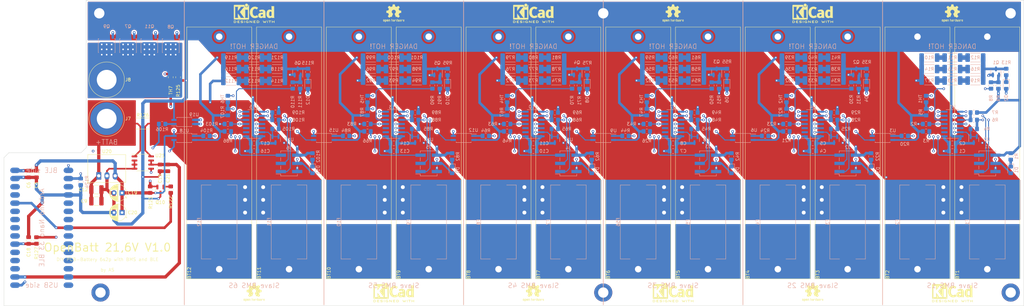
<source format=kicad_pcb>
(kicad_pcb (version 20211014) (generator pcbnew)
  (layers (0 "F.Cu" signal) (1 "In1.Cu" signal) (2 "In2.Cu" signal) (31 "B.Cu" signal) (34 "B.Paste" user) (35 "F.Paste" user) (36 "B.SilkS" user "B.Silkscreen") (37 "F.SilkS" user "F.Silkscreen") (38 "B.Mask" user) (39 "F.Mask" user) (44 "Edge.Cuts" user))
  (net 0 "")
  (net 1 "1S")
  (net 2 "2S")
  (net 3 "BT4")
  (net 4 "BT5")
  (net 5 "3S")
  (net 6 "BATT-")
  (net 7 "4S")
  (net 8 "5S")
  (net 9 "Net-(D2-Pad1)")
  (net 11 "Net-(D1-Pad1)")
  (net 12 "BT1")
  (net 13 "BT2")
  (net 14 "/1S/DUMP_LOAD_ENABLE")
  (net 15 "Net-(Q1-Pad1)")
  (net 16 "Net-(Q1-Pad3)")
  (net 17 "/1S/MISO")
  (net 18 "/1S/SCK")
  (net 19 "/1S/RST")
  (net 20 "/1S/VREF")
  (net 21 "/1S/ENABLE")
  (net 22 "/1S/MOSI")
  (net 23 "/1S/ADC")
  (net 24 "Net-(R10-Pad2)")
  (net 25 "Net-(R11-Pad2)")
  (net 26 "Net-(R14-Pad2)")
  (net 27 "Net-(R15-Pad2)")
  (net 28 "Net-(R17-Pad2)")
  (net 29 "Net-(R18-Pad2)")
  (net 30 "BATT+")
  (net 31 "BT6")
  (net 32 "BT7")
  (net 33 "BT8")
  (net 34 "BT9")
  (net 35 "BT10")
  (net 36 "BT11")
  (net 37 "BT12")
  (net 38 "BT3")
  (net 39 "Net-(D3-Pad1)")
  (net 40 "/2S/MOSI")
  (net 41 "Net-(D4-Pad1)")
  (net 42 "/2S/MISO")
  (net 43 "/2S/SCK")
  (net 44 "/2S/RST")
  (net 45 "Net-(Q2-Pad1)")
  (net 46 "Net-(Q2-Pad3)")
  (net 47 "/2S/VREF")
  (net 48 "/2S/ENABLE")
  (net 49 "/2S/ADC")
  (net 50 "/2S/DUMP_LOAD_ENABLE")
  (net 51 "Net-(R32-Pad2)")
  (net 52 "Net-(R33-Pad2)")
  (net 53 "Net-(R36-Pad2)")
  (net 54 "Net-(R37-Pad2)")
  (net 55 "Net-(R39-Pad2)")
  (net 56 "Net-(R40-Pad2)")
  (net 58 "Net-(D5-Pad1)")
  (net 59 "/3S/MOSI")
  (net 60 "Net-(D6-Pad1)")
  (net 61 "/3S/MISO")
  (net 62 "/3S/SCK")
  (net 63 "/3S/RST")
  (net 64 "Net-(Q3-Pad1)")
  (net 65 "Net-(Q3-Pad3)")
  (net 66 "Net-(R44-Pad2)")
  (net 67 "/3S/VREF")
  (net 68 "/3S/ENABLE")
  (net 69 "/3S/ADC")
  (net 70 "/3S/DUMP_LOAD_ENABLE")
  (net 71 "Net-(R52-Pad2)")
  (net 72 "Net-(R53-Pad2)")
  (net 73 "Net-(R56-Pad2)")
  (net 74 "Net-(R57-Pad2)")
  (net 75 "Net-(R59-Pad2)")
  (net 76 "Net-(R60-Pad2)")
  (net 78 "Net-(D7-Pad1)")
  (net 79 "/4S/MOSI")
  (net 80 "Net-(D8-Pad1)")
  (net 81 "/4S/MISO")
  (net 82 "/4S/SCK")
  (net 83 "/4S/RST")
  (net 84 "Net-(Q4-Pad1)")
  (net 85 "Net-(Q4-Pad3)")
  (net 86 "Net-(R64-Pad2)")
  (net 87 "/4S/VREF")
  (net 88 "/4S/ENABLE")
  (net 89 "/4S/ADC")
  (net 90 "/4S/DUMP_LOAD_ENABLE")
  (net 91 "Net-(R72-Pad2)")
  (net 92 "Net-(R73-Pad2)")
  (net 93 "Net-(R76-Pad2)")
  (net 94 "Net-(R77-Pad2)")
  (net 95 "Net-(R79-Pad2)")
  (net 96 "Net-(R80-Pad2)")
  (net 98 "Net-(D9-Pad1)")
  (net 99 "/5S/MOSI")
  (net 100 "Net-(D10-Pad1)")
  (net 101 "/5S/MISO")
  (net 102 "/5S/SCK")
  (net 103 "/5S/RST")
  (net 104 "Net-(Q5-Pad1)")
  (net 105 "Net-(Q5-Pad3)")
  (net 106 "Net-(R84-Pad2)")
  (net 107 "/5S/VREF")
  (net 108 "/5S/ENABLE")
  (net 109 "/5S/ADC")
  (net 110 "/5S/DUMP_LOAD_ENABLE")
  (net 111 "Net-(R92-Pad2)")
  (net 112 "Net-(R93-Pad2)")
  (net 113 "Net-(R96-Pad2)")
  (net 114 "Net-(R97-Pad2)")
  (net 115 "Net-(R100-Pad1)")
  (net 116 "Net-(R100-Pad2)")
  (net 118 "Net-(D11-Pad1)")
  (net 119 "/6S/MOSI")
  (net 120 "Net-(D12-Pad1)")
  (net 121 "/6S/MISO")
  (net 122 "/6S/SCK")
  (net 123 "/6S/RST")
  (net 124 "Net-(Q6-Pad1)")
  (net 125 "Net-(Q6-Pad3)")
  (net 126 "/6S/VREF")
  (net 127 "/6S/ENABLE")
  (net 128 "/6S/ADC")
  (net 129 "/6S/DUMP_LOAD_ENABLE")
  (net 130 "Net-(R112-Pad2)")
  (net 131 "Net-(R113-Pad2)")
  (net 132 "Net-(R116-Pad2)")
  (net 133 "Net-(R117-Pad2)")
  (net 134 "Net-(R119-Pad2)")
  (net 135 "Net-(R120-Pad2)")
  (net 138 "RX1S")
  (net 139 "TX1S")
  (net 140 "Net-(R20-Pad2)")
  (net 141 "RX2S")
  (net 142 "TX2S")
  (net 143 "Net-(R24-Pad2)")
  (net 144 "RX3S")
  (net 145 "TX3S")
  (net 146 "RX4S")
  (net 147 "TX4S")
  (net 148 "RX5S")
  (net 149 "TX5S")
  (net 150 "RX6S")
  (net 151 "TX6S")
  (net 152 "Net-(R106-Pad2)")
  (net 153 "Net-(R104-Pad2)")
  (net 154 "5V")
  (net 155 "/Master/NET")
  (net 156 "Net-(Q10-Pad1)")
  (net 157 "/Master/ENABLE")
  (net 163 "/Master/SCK")
  (net 164 "/Master/VREF")
  (net 166 "Net-(R127-Pad1)")
  (net 167 "/Master/A0")
  (net 168 "/Master/A1")
  (net 169 "/Master/A2")
  (net 170 "/Master/A3")
  (net 171 "/Master/SDA")
  (net 172 "/Master/SCL")
  (net 173 "/Master/A6")
  (net 174 "/Master/RESET")
  (net 175 "TX_Master")
  (net 176 "/Master/D2")
  (net 177 "/Master/D3")
  (net 178 "/Master/D4")
  (net 179 "/Master/D5")
  (net 180 "/Master/D6")
  (net 181 "/Master/D7")
  (net 182 "/Master/D8")
  (net 183 "/Master/D9")
  (net 184 "/Master/D10")
  (net 185 "/Master/D11")
  (net 186 "/Master/D12")
  (net 187 "RX_Master")
  (net 189 "BATT++")
  (net 190 "BATT--")
  (net 191 "3V3")
  (footprint "Resistor_SMD:R_0805_2012Metric_Pad1.20x1.40mm_HandSolder" (layer "F.Cu") (at 308.864 259.858 -90)
    (fp_text reference "R122")
    (fp_text value "xxx")
  )
  (footprint "" (layer "F.Cu") (at 553.339 263.017)
    (fp_text reference "")
    (fp_text value "")
  )
  (footprint "" (layer "F.Cu") (at 308.864 216.408)
    (fp_text reference "")
    (fp_text value "")
  )
  (footprint "" (layer "F.Cu") (at 308.864 218.059)
    (fp_text reference "")
    (fp_text value "")
  )
  (footprint "" (layer "F.Cu") (at 307.34 218.059)
    (fp_text reference "")
    (fp_text value "")
  )
  (footprint "Battery:BatteryHolder_MPD_BH-18650-PC2_AS" (layer "F.Cu") (at 367.03 284.48 90)
    (fp_text reference "BT10")
    (fp_text value "Battery_Cell")
  )
  (footprint "Battery:BatteryHolder_MPD_BH-18650-PC2_AS" (layer "F.Cu") (at 431.8 284.48 90)
    (fp_text reference "BT7")
    (fp_text value "Battery_Cell")
  )
  (footprint "Symbol:KiCad-Logo2_5mm_SilkScreen" (layer "F.Cu") (at 334.645 205.232)
    (fp_text reference "REF**" hide)
    (fp_text value "KiCad-Logo2_5mm_SilkScreen" hide)
  )
  (footprint "" (layer "F.Cu") (at 297.18 218.059)
    (fp_text reference "")
    (fp_text value "")
  )
  (footprint "" (layer "F.Cu") (at 295.656 216.408)
    (fp_text reference "")
    (fp_text value "")
  )
  (footprint "" (layer "F.Cu") (at 568.5536 205.232)
    (fp_text reference "")
    (fp_text value "")
  )
  (footprint "Battery:BatteryHolder_MPD_BH-18650-PC2_AS" (layer "F.Cu") (at 518.16 284.48 90)
    (fp_text reference "BT3")
    (fp_text value "Battery_Cell")
  )
  (footprint "Symbol:OSHW-Logo2_7.3x6mm_SilkScreen" (layer "F.Cu") (at 421.005 291.719)
    (fp_text reference "REF**" hide)
    (fp_text value "OSHW-Logo2_7.3x6mm_SilkScreen" hide)
  )
  (footprint "" (layer "F.Cu") (at 380.619 266.954)
    (fp_text reference "")
    (fp_text value "")
  )
  (footprint "" (layer "F.Cu") (at 294.132 216.408)
    (fp_text reference "")
    (fp_text value "")
  )
  (footprint "" (layer "F.Cu") (at 504.571 263.017)
    (fp_text reference "")
    (fp_text value "")
  )
  (footprint "" (layer "F.Cu") (at 310.388 218.059)
    (fp_text reference "")
    (fp_text value "")
  )
  (footprint "" (layer "F.Cu") (at 423.799 263.017)
    (fp_text reference "")
    (fp_text value "")
  )
  (footprint "Battery:BatteryHolder_MPD_BH-18650-PC2_AS" (layer "F.Cu") (at 496.57 284.48 90)
    (fp_text reference "BT4")
    (fp_text value "Battery_Cell")
  )
  (footprint "Capacitor_THT:CP_Radial_D5.0mm_P2.50mm" (layer "F.Cu") (at 293.813112 260.858 180)
    (fp_text reference "C19")
    (fp_text value "22uF")
  )
  (footprint "" (layer "F.Cu") (at 307.34 216.408)
    (fp_text reference "")
    (fp_text value "")
  )
  (footprint "" (layer "F.Cu") (at 466.979 266.954)
    (fp_text reference "")
    (fp_text value "")
  )
  (footprint "" (layer "F.Cu") (at 289.052 216.408)
    (fp_text reference "")
    (fp_text value "")
  )
  (footprint "" (layer "F.Cu") (at 337.439 266.954)
    (fp_text reference "")
    (fp_text value "")
  )
  (footprint "" (layer "F.Cu") (at 504.571 266.954)
    (fp_text reference "")
    (fp_text value "")
  )
  (footprint "Battery:BatteryHolder_MPD_BH-18650-PC2_AS" (layer "F.Cu") (at 539.75 284.48 90)
    (fp_text reference "BT2")
    (fp_text value "Battery_Cell")
  )
  (footprint "Connector:Banana_Jack_1Pin" (layer "F.Cu") (at 289.052 225.806)
    (fp_text reference "J8")
    (fp_text value "Conn_01x01_Female")
  )
  (footprint "Resistor_SMD:R_0805_2012Metric_Pad1.20x1.40mm_HandSolder" (layer "F.Cu") (at 311.15 225.044 90)
    (fp_text reference "R125")
    (fp_text value "10KOHMS")
  )
  (footprint "" (layer "F.Cu") (at 553.339 259.08)
    (fp_text reference "")
    (fp_text value "")
  )
  (footprint "" (layer "F.Cu") (at 461.391 266.954)
    (fp_text reference "")
    (fp_text value "")
  )
  (footprint "" (layer "F.Cu") (at 287.147 291.719)
    (fp_text reference "")
    (fp_text value "")
  )
  (footprint "Capacitor_SMD:C_0805_2012Metric_Pad1.18x1.45mm_HandSolder" (layer "F.Cu") (at 264.922 255.016 -90)
    (fp_text reference "C6")
    (fp_text value "100nF")
  )
  (footprint "Symbol:KiCad-Logo2_5mm_SilkScreen" (layer "F.Cu") (at 377.825 291.719)
    (fp_text reference "REF**" hide)
    (fp_text value "KiCad-Logo2_5mm_SilkScreen" hide)
  )
  (footprint "" (layer "F.Cu") (at 423.799 266.954)
    (fp_text reference "")
    (fp_text value "")
  )
  (footprint "Symbol:KiCad-Logo2_5mm_SilkScreen" (layer "F.Cu") (at 507.365 205.232)
    (fp_text reference "REF**" hide)
    (fp_text value "KiCad-Logo2_5mm_SilkScreen" hide)
  )
  (footprint "" (layer "F.Cu") (at 289.052 218.059)
    (fp_text reference "")
    (fp_text value "")
  )
  (footprint "" (layer "F.Cu") (at 300.736 218.059)
    (fp_text reference "")
    (fp_text value "")
  )
  (footprint "" (layer "F.Cu") (at 331.851 259.08)
    (fp_text reference "")
    (fp_text value "")
  )
  (footprint "" (layer "F.Cu") (at 303.784 214.884)
    (fp_text reference "")
    (fp_text value "")
  )
  (footprint "Capacitor_SMD:C_1210_3225Metric_Pad1.33x2.70mm_HandSolder" (layer "F.Cu") (at 285.877 259.842)
    (fp_text reference "C12")
    (fp_text value "4.7uF")
  )
  (footprint "" (layer "F.Cu") (at 375.031 263.017)
    (fp_text reference "")
    (fp_text value "")
  )
  (footprint "" (layer "F.Cu") (at 295.656 218.059)
    (fp_text reference "")
    (fp_text value "")
  )
  (footprint "" (layer "F.Cu") (at 568.579 291.719)
    (fp_text reference "")
    (fp_text value "")
  )
  (footprint "" (layer "F.Cu") (at 442.595 205.232)
    (fp_text reference "")
    (fp_text value "")
  )
  (footprint "Capacitor_SMD:C_1210_3225Metric_Pad1.33x2.70mm_HandSolder" (layer "F.Cu") (at 285.877 263.398)
    (fp_text reference "C9")
    (fp_text value "4.7uF")
  )
  (footprint "" (layer "F.Cu") (at 418.211 263.017)
    (fp_text reference "")
    (fp_text value "")
  )
  (footprint "" (layer "F.Cu") (at 303.784 216.408)
    (fp_text reference "")
    (fp_text value "")
  )
  (footprint "" (layer "F.Cu") (at 510.159 259.08)
    (fp_text reference "")
    (fp_text value "")
  )
  (footprint "" (layer "F.Cu") (at 297.18 216.408)
    (fp_text reference "")
    (fp_text value "")
  )
  (footprint "Converter_DCDC:Converter_DCDC_RECOM_R-78E-0.5_THT" (layer "F.Cu") (at 286.605 255.5725)
    (fp_text reference "U20")
    (fp_text value "173010535")
  )
  (footprint "Capacitor_SMD:C_0805_2012Metric_Pad1.18x1.45mm_HandSolder" (layer "F.Cu") (at 307.975 253.111 90)
    (fp_text reference "C21")
    (fp_text value "xxx")
  )
  (footprint "Battery:BatteryHolder_MPD_BH-18650-PC2_AS" (layer "F.Cu") (at 410.21 284.48 90)
    (fp_text reference "BT8")
    (fp_text value "Battery_Cell")
  )
  (footprint "Connector:Banana_Jack_1Pin" (layer "F.Cu") (at 289.052 237.871)
    (fp_text reference "J7")
    (fp_text value "Conn_01x01_Female")
  )
  (footprint "" (layer "F.Cu") (at 302.26 214.884)
    (fp_text reference "")
    (fp_text value "")
  )
  (footprint "" (layer "F.Cu") (at 310.388 216.408)
    (fp_text reference "")
    (fp_text value "")
  )
  (footprint "" (layer "F.Cu") (at 286.766 205.232)
    (fp_text reference "")
    (fp_text value "")
  )
  (footprint "Symbol:OSHW-Logo2_7.3x6mm_SilkScreen" (layer "F.Cu") (at 464.185 205.232)
    (fp_text reference "REF**" hide)
    (fp_text value "OSHW-Logo2_7.3x6mm_SilkScreen" hide)
  )
  (footprint "Symbol:OSHW-Logo2_7.3x6mm_SilkScreen" (layer "F.Cu") (at 507.365 291.719)
    (fp_text reference "REF**" hide)
    (fp_text value "OSHW-Logo2_7.3x6mm_SilkScreen" hide)
  )
  (footprint "" (layer "F.Cu") (at 287.528 214.884)
    (fp_text reference "")
    (fp_text value "")
  )
  (footprint "" (layer "F.Cu") (at 294.132 218.059)
    (fp_text reference "")
    (fp_text value "")
  )
  (footprint "" (layer "F.Cu") (at 290.576 218.059)
    (fp_text reference "")
    (fp_text value "")
  )
  (footprint "" (layer "F.Cu") (at 380.619 263.017)
    (fp_text reference "")
    (fp_text value "")
  )
  (footprint "" (layer "F.Cu") (at 442.595 291.719)
    (fp_text reference "")
    (fp_text value "")
  )
  (footprint "" (layer "F.Cu") (at 300.736 216.408)
    (fp_text reference "")
    (fp_text value "")
  )
  (footprint "" (layer "F.Cu") (at 297.18 214.884)
    (fp_text reference "")
    (fp_text value "")
  )
  (footprint "Symbol:OSHW-Logo2_7.3x6mm_SilkScreen" (layer "F.Cu") (at 377.825 205.232)
    (fp_text reference "REF**" hide)
    (fp_text value "OSHW-Logo2_7.3x6mm_SilkScreen" hide)
  )
  (footprint "" (layer "F.Cu") (at 337.439 259.08)
    (fp_text reference "")
    (fp_text value "")
  )
  (footprint "" (layer "F.Cu") (at 290.576 216.408)
    (fp_text reference "")
    (fp_text value "")
  )
  (footprint "Symbol:OSHW-Logo2_7.3x6mm_SilkScreen" (layer "F.Cu") (at 334.645 291.719)
    (fp_text reference "REF**" hide)
    (fp_text value "OSHW-Logo2_7.3x6mm_SilkScreen" hide)
  )
  (footprint "" (layer "F.Cu") (at 337.439 263.017)
    (fp_text reference "")
    (fp_text value "")
  )
  (footprint "" (layer "F.Cu") (at 308.864 214.884)
    (fp_text reference "")
    (fp_text value "")
  )
  (footprint "" (layer "F.Cu") (at 302.26 216.408)
    (fp_text reference "")
    (fp_text value "")
  )
  (footprint "" (layer "F.Cu") (at 303.784 218.059)
    (fp_text reference "")
    (fp_text value "")
  )
  (footprint "Battery:BatteryHolder_MPD_BH-18650-PC2_AS" (layer "F.Cu") (at 323.85 284.48 90)
    (fp_text reference "BT12")
    (fp_text value "Battery_Cell")
  )
  (footprint "Resistor_SMD:R_0805_2012Metric_Pad1.20x1.40mm_HandSolder" (layer "F.Cu") (at 267.335 275.59 -90)
    (fp_text reference "R127")
    (fp_text value "xxx")
  )
  (footprint "Resistor_SMD:R_2512_6332Metric_Pad1.40x3.35mm_HandSolder" (layer "F.Cu") (at 300.228 239.395)
    (fp_text reference "R126")
    (fp_text value "220OHMS")
  )
  (footprint "" (layer "F.Cu") (at 553.339 266.954)
    (fp_text reference "")
    (fp_text value "")
  )
  (footprint "" (layer "F.Cu") (at 302.26 218.059)
    (fp_text reference "")
    (fp_text value "")
  )
  (footprint "" (layer "F.Cu") (at 289.052 214.884)
    (fp_text reference "")
    (fp_text value "")
  )
  (footprint "" (layer "F.Cu") (at 418.211 259.08)
    (fp_text reference "")
    (fp_text value "")
  )
  (footprint "" (layer "F.Cu") (at 510.159 263.017)
    (fp_text reference "")
    (fp_text value "")
  )
  (footprint "" (layer "F.Cu") (at 375.031 266.954)
    (fp_text reference "")
    (fp_text value "")
  )
  (footprint "" (layer "F.Cu") (at 547.751 266.954)
    (fp_text reference "")
    (fp_text value "")
  )
  (footprint "" (layer "F.Cu") (at 295.656 214.884)
    (fp_text reference "")
    (fp_text value "")
  )
  (footprint "" (layer "F.Cu") (at 510.159 266.954)
    (fp_text reference "")
    (fp_text value "")
  )
  (footprint "Battery:BatteryHolder_MPD_BH-18650-PC2_AS" (layer "F.Cu") (at 453.39 284.48 90)
    (fp_text reference "BT6")
    (fp_text value "Battery_Cell")
  )
  (footprint "" (layer "F.Cu") (at 380.619 259.08)
    (fp_text reference "")
    (fp_text value "")
  )
  (footprint "Capacitor_SMD:C_0805_2012Metric_Pad1.18x1.45mm_HandSolder" (layer "F.Cu") (at 264.922 275.59 90)
    (fp_text reference "C18")
    (fp_text value "xxx")
  )
  (footprint "Capacitor_THT:CP_Radial_D5.0mm_P2.50mm" (layer "F.Cu") (at 293.813112 266.954 180)
    (fp_text reference "C20")
    (fp_text value "22uF")
  )
  (footprint "" (layer "F.Cu") (at 547.751 263.017)
    (fp_text reference "")
    (fp_text value "")
  )
  (footprint "" (layer "F.Cu") (at 547.751 259.08)
    (fp_text reference "")
    (fp_text value "")
  )
  (footprint "Battery:BatteryHolder_MPD_BH-18650-PC2_AS" (layer "F.Cu") (at 561.34 284.48 90)
    (fp_text reference "BT1")
    (fp_text value "Battery_Cell")
  )
  (footprint "Battery:BatteryHolder_MPD_BH-18650-PC2_AS" (layer "F.Cu") (at 345.44 284.48 90)
    (fp_text reference "BT11")
    (fp_text value "Battery_Cell")
  )
  (footprint "" (layer "F.Cu") (at 290.576 214.884)
    (fp_text reference "")
    (fp_text value "")
  )
  (footprint "" (layer "F.Cu") (at 461.391 259.08)
    (fp_text reference "")
    (fp_text value "")
  )
  (footprint "Resistor_SMD:R_0805_2012Metric_Pad1.20x1.40mm_HandSolder" (layer "F.Cu") (at 302.514 259.858 90)
    (fp_text reference "R123")
    (fp_text value "xxx")
  )
  (footprint "" (layer "F.Cu") (at 287.528 216.408)
    (fp_text reference "")
    (fp_text value "")
  )
  (footprint "" (layer "F.Cu") (at 287.528 218.059)
    (fp_text reference "")
    (fp_text value "")
  )
  (footprint "" (layer "F.Cu") (at 461.391 263.017)
    (fp_text reference "")
    (fp_text value "")
  )
  (footprint "Resistor_SMD:R_0805_2012Metric_Pad1.20x1.40mm_HandSolder" (layer "F.Cu") (at 308.864 225.044 90)
    (fp_text reference "TH7")
    (fp_text value "Thermistor_NTC")
  )
  (footprint "" (layer "F.Cu") (at 331.851 266.954)
    (fp_text reference "")
    (fp_text value "")
  )
  (footprint "" (layer "F.Cu") (at 423.799 259.08)
    (fp_text reference "")
    (fp_text value "")
  )
  (footprint "" (layer "F.Cu") (at 466.979 259.08)
    (fp_text reference "")
    (fp_text value "")
  )
  (footprint "" (layer "F.Cu") (at 466.979 263.017)
    (fp_text reference "")
    (fp_text value "")
  )
  (footprint "Capacitor_SMD:C_0805_2012Metric_Pad1.18x1.45mm_HandSolder" (layer "F.Cu") (at 267.335 255.016 -90)
    (fp_text reference "C3")
    (fp_text value "1uF")
  )
  (footprint "" (layer "F.Cu") (at 310.388 214.884)
    (fp_text reference "")
    (fp_text value "")
  )
  (footprint "Capacitor_SMD:C_0805_2012Metric_Pad1.18x1.45mm_HandSolder" (layer "F.Cu") (at 305.562 253.111 90)
    (fp_text reference "C15")
    (fp_text value "xxx")
  )
  (footprint "" (layer "F.Cu") (at 504.571 259.08)
    (fp_text reference "")
    (fp_text value "")
  )
  (footprint "" (layer "F.Cu") (at 418.211 266.954)
    (fp_text reference "")
    (fp_text value "")
  )
  (footprint "Symbol:KiCad-Logo2_5mm_SilkScreen" (layer "F.Cu") (at 464.185 291.719)
    (fp_text reference "REF**" hide)
    (fp_text value "KiCad-Logo2_5mm_SilkScreen" hide)
  )
  (footprint "Symbol:OSHW-Logo2_7.3x6mm_SilkScreen" (layer "F.Cu") (at 550.545 205.232)
    (fp_text reference "REF**" hide)
    (fp_text value "OSHW-Logo2_7.3x6mm_SilkScreen" hide)
  )
  (footprint "" (layer "F.Cu") (at 300.736 214.884)
    (fp_text reference "")
    (fp_text value "")
  )
  (footprint "" (layer "F.Cu") (at 307.34 214.884)
    (fp_text reference "")
    (fp_text value "")
  )
  (footprint "" (layer "F.Cu") (at 375.031 259.08)
    (fp_text reference "")
    (fp_text value "")
  )
  (footprint "Symbol:KiCad-Logo2_5mm_SilkScreen" (layer "F.Cu") (at 550.545 291.719)
    (fp_text reference "REF**" hide)
    (fp_text value "KiCad-Logo2_5mm_SilkScreen" hide)
  )
  (footprint "Battery:BatteryHolder_MPD_BH-18650-PC2_AS" (layer "F.Cu") (at 474.98 284.48 90)
    (fp_text reference "BT5")
    (fp_text value "Battery_Cell")
  )
  (footprint "" (layer "F.Cu") (at 294.132 214.884)
    (fp_text reference "")
    (fp_text value "")
  )
  (footprint "Package_SO:SO-8_3.9x4.9mm_P1.27mm" (layer "F.Cu") (at 300.228 251.46)
    (fp_text reference "U21")
    (fp_text value "TSC20")
  )
  (footprint "Package_TO_SOT_SMD:SOT-23" (layer "F.Cu") (at 305.689 259.969 -90)
    (fp_text reference "Q10")
    (fp_text value "BC817K-40R ")
  )
  (footprint "Battery:BatteryHolder_MPD_BH-18650-PC2_AS" (layer "F.Cu") (at 388.62 284.48 90)
    (fp_text reference "BT9")
    (fp_text value "Battery_Cell")
  )
  (footprint "" (layer "F.Cu") (at 331.851 263.017)
    (fp_text reference "")
    (fp_text value "")
  )
  (footprint "Symbol:KiCad-Logo2_5mm_SilkScreen" (layer "F.Cu") (at 421.005 205.232)
    (fp_text reference "REF**" hide)
    (fp_text value "KiCad-Logo2_5mm_SilkScreen" hide)
  )
  (footprint "Resistor_SMD:R_2010_5025Metric_Pad1.40x2.65mm_HandSolder" (layer "B.Cu") (at 413.893 226.06)
    (fp_text reference "R72")
    (fp_text value "3.3OHMS")
  )
  (footprint "Package_TO_SOT_SMD:LFPAK56" (layer "B.Cu") (at 308.864 215.392 -90)
    (fp_text reference "Q8")
    (fp_text value "BUK9Y7R0-60ELX")
  )
  (footprint "Resistor_SMD:R_0805_2012Metric_Pad1.20x1.40mm_HandSolder" (layer "B.Cu") (at 346.583 227.584 90)
    (fp_text reference "R110")
    (fp_text value "510OHMS")
  )
  (footprint "Nano_33:NANO_33_Footprint_SMD_Castell" (layer "B.Cu") (at 268.986 271.653 90)
    (fp_text reference "J9")
    (fp_text value "Arduino-NANO-33-arduino-nano-33")
  )
  (footprint "Resistor_SMD:R_2010_5025Metric_Pad1.40x2.65mm_HandSolder" (layer "B.Cu") (at 370.713 222.504)
    (fp_text reference "R96")
    (fp_text value "3.3OHMS")
  )
  (footprint "Connector_PinHeader_2.54mm:PinHeader_2x03_P2.54mm_Vertical_SMD" (layer "B.Cu") (at 388.62 251.714)
    (fp_text reference "J5")
    (fp_text value "AVR-ISP-6")
  )
  (footprint "Resistor_SMD:R_0805_2012Metric_Pad1.20x1.40mm_HandSolder" (layer "B.Cu") (at 437.642 223.393 90)
    (fp_text reference "R75")
    (fp_text value "2.2KOHMS")
  )
  (footprint "Resistor_SMD:R_2010_5025Metric_Pad1.40x2.65mm_HandSolder" (layer "B.Cu") (at 557.657 222.504)
    (fp_text reference "R16")
    (fp_text value "3.3OHMS")
  )
  (footprint "Resistor_SMD:R_0805_2012Metric_Pad1.20x1.40mm_HandSolder" (layer "B.Cu") (at 384.429 235.966)
    (fp_text reference "R89")
    (fp_text value "2.7KOHMS")
  )
  (footprint "Resistor_SMD:R_2010_5025Metric_Pad1.40x2.65mm_HandSolder" (layer "B.Cu") (at 507.365 218.948)
    (fp_text reference "R40")
    (fp_text value "3.3OHMS")
  )
  (footprint "Resistor_SMD:R_0805_2012Metric_Pad1.20x1.40mm_HandSolder" (layer "B.Cu") (at 326.517 241.808 180)
    (fp_text reference "R86")
    (fp_text value "4.7KOHMS")
  )
  (footprint "Resistor_SMD:R_2010_5025Metric_Pad1.40x2.65mm_HandSolder" (layer "B.Cu") (at 557.657 226.06)
    (fp_text reference "R19")
    (fp_text value "3.3OHMS")
  )
  (footprint "Resistor_SMD:R_2010_5025Metric_Pad1.40x2.65mm_HandSolder" (layer "B.Cu") (at 514.477 222.504)
    (fp_text reference "R38")
    (fp_text value "3.3OHMS")
  )
  (footprint "Resistor_SMD:R_0805_2012Metric_Pad1.20x1.40mm_HandSolder" (layer "B.Cu") (at 369.697 235.839 90)
    (fp_text reference "R87")
    (fp_text value "10KOHMS")
  )
  (footprint "Resistor_SMD:R_0805_2012Metric_Pad1.20x1.40mm_HandSolder" (layer "B.Cu") (at 369.697 231.775 -90)
    (fp_text reference "TH5")
    (fp_text value "Thermistor_NTC")
  )
  (footprint "Package_TO_SOT_SMD:LFPAK56" (layer "B.Cu") (at 302.26 215.392 -90)
    (fp_text reference "Q11")
    (fp_text value "BUK9Y7R0-60ELX")
  )
  (footprint "Resistor_SMD:R_0805_2012Metric_Pad1.20x1.40mm_HandSolder" (layer "B.Cu") (at 369.697 239.522 180)
    (fp_text reference "R83")
    (fp_text value "10KOHMS")
  )
  (footprint "Capacitor_SMD:C_0805_2012Metric_Pad1.18x1.45mm_HandSolder" (layer "B.Cu") (at 550.545 247.904)
    (fp_text reference "C1")
    (fp_text value "1uF")
  )
  (footprint "Resistor_SMD:R_2010_5025Metric_Pad1.40x2.65mm_HandSolder" (layer "B.Cu") (at 421.005 218.948)
    (fp_text reference "R80")
    (fp_text value "3.3OHMS")
  )
  (footprint "Resistor_SMD:R_0805_2012Metric_Pad1.20x1.40mm_HandSolder" (layer "B.Cu") (at 406.273 243.205 180)
    (fp_text reference "R64")
    (fp_text value "220OHMS")
  )
  (footprint "Resistor_SMD:R_0805_2012Metric_Pad1.20x1.40mm_HandSolder" (layer "B.Cu") (at 567.182 223.393 90)
    (fp_text reference "R13")
    (fp_text value "2.2KOHMS")
  )
  (footprint "LED_SMD:LED_0805_2012Metric_Pad1.15x1.40mm_HandSolder" (layer "B.Cu") (at 439.039 253.746 -90)
    (fp_text reference "D7")
    (fp_text value "LED")
  )
  (footprint "Package_TO_SOT_SMD:SOT-23" (layer "B.Cu") (at 564.007 223.393 90)
    (fp_text reference "Q1")
    (fp_text value "AO3400A")
  )
  (footprint "Fuse:Fuseholder_Cylinder-5x20mm_Schurter_OGN-SMD_Horizontal_Open_AS" (layer "B.Cu") (at 561.34 269.875 -90)
    (fp_text reference "F1")
    (fp_text value "Fuse")
  )
  (footprint "Resistor_SMD:R_2010_5025Metric_Pad1.40x2.65mm_HandSolder" (layer "B.Cu") (at 543.433 226.06)
    (fp_text reference "R17")
    (fp_text value "3.3OHMS")
  )
  (footprint "Capacitor_SMD:C_0805_2012Metric_Pad1.18x1.45mm_HandSolder" (layer "B.Cu") (at 507.365 245.491)
    (fp_text reference "C5")
    (fp_text value "100nF")
  )
  (footprint "Resistor_SMD:R_2010_5025Metric_Pad1.40x2.65mm_HandSolder" (layer "B.Cu") (at 334.645 218.948)
    (fp_text reference "R120")
    (fp_text value "3.3OHMS")
  )
  (footprint "Resistor_SMD:R_0805_2012Metric_Pad1.20x1.40mm_HandSolder" (layer "B.Cu") (at 348.869 227.584 90)
    (fp_text reference "R111")
    (fp_text value "10KOHMS")
  )
  (footprint "Package_TO_SOT_SMD:SOT-23" (layer "B.Cu") (at 434.467 223.393 90)
    (fp_text reference "Q4")
    (fp_text value "AO3400A")
  )
  (footprint "Fuse:Fuseholder_Cylinder-5x20mm_Schurter_OGN-SMD_Horizontal_Open_AS" (layer "B.Cu") (at 496.57 269.884 -90)
    (fp_text reference "F4")
    (fp_text value "Fuse")
  )
  (footprint "Resistor_SMD:R_2010_5025Metric_Pad1.40x2.65mm_HandSolder" (layer "B.Cu") (at 421.005 222.504)
    (fp_text reference "R77")
    (fp_text value "3.3OHMS")
  )
  (footprint "Package_TO_SOT_SMD:SOT-23" (layer "B.Cu") (at 557.149 244.348 -90)
    (fp_text reference "U2")
    (fp_text value "TL431DBZ")
  )
  (footprint "Resistor_SMD:R_2010_5025Metric_Pad1.40x2.65mm_HandSolder" (layer "B.Cu") (at 334.645 222.504)
    (fp_text reference "R117")
    (fp_text value "3.3OHMS")
  )
  (footprint "Fuse:Fuseholder_Cylinder-5x20mm_Schurter_OGN-SMD_Horizontal_Open_AS" (layer "B.Cu") (at 431.8 269.884 -90)
    (fp_text reference "F7")
    (fp_text value "Fuse")
  )
  (footprint "LED_SMD:LED_0805_2012Metric_Pad1.15x1.40mm_HandSolder" (layer "B.Cu") (at 394.462 227.584 -90)
    (fp_text reference "D10")
    (fp_text value "LED")
  )
  (footprint "Capacitor_SMD:C_0805_2012Metric_Pad1.18x1.45mm_HandSolder" (layer "B.Cu") (at 421.005 245.491)
    (fp_text reference "C11")
    (fp_text value "100nF")
  )
  (footprint "Resistor_SMD:R_0805_2012Metric_Pad1.20x1.40mm_HandSolder" (layer "B.Cu") (at 432.943 227.584 90)
    (fp_text reference "R70")
    (fp_text value "510OHMS")
  )
  (footprint "Resistor_SMD:R_2010_5025Metric_Pad1.40x2.65mm_HandSolder" (layer "B.Cu") (at 370.713 218.948)
    (fp_text reference "R99")
    (fp_text value "3.3OHMS")
  )
  (footprint "Resistor_SMD:R_0805_2012Metric_Pad1.20x1.40mm_HandSolder" (layer "B.Cu") (at 394.462 223.393 90)
    (fp_text reference "R95")
    (fp_text value "2.2KOHMS")
  )
  (footprint "Resistor_SMD:R_2010_5025Metric_Pad1.40x2.65mm_HandSolder" (layer "B.Cu") (at 384.937 226.06)
    (fp_text reference "R94")
    (fp_text value "3.3OHMS")
  )
  (footprint "Resistor_SMD:R_2010_5025Metric_Pad1.40x2.65mm_HandSolder" (layer "B.Cu") (at 457.073 222.504)
    (fp_text reference "R56")
    (fp_text value "3.3OHMS")
  )
  (footprint "Resistor_SMD:R_2010_5025Metric_Pad1.40x2.65mm_HandSolder" (layer "B.Cu") (at 370.713 226.06)
    (fp_text reference "R92")
    (fp_text value "3.3OHMS")
  )
  (footprint "Resistor_SMD:R_2010_5025Metric_Pad1.40x2.65mm_HandSolder" (layer "B.Cu") (at 341.757 226.187)
    (fp_text reference "R114")
    (fp_text value "3.3OHMS")
  )
  (footprint "Resistor_SMD:R_2010_5025Metric_Pad1.40x2.65mm_HandSolder" (layer "B.Cu") (at 327.533 226.187)
    (fp_text reference "R112")
    (fp_text value "3.3OHMS")
  )
  (footprint "Resistor_SMD:R_0805_2012Metric_Pad1.20x1.40mm_HandSolder" (layer "B.Cu") (at 482.219 249.555 90)
    (fp_text reference "R42")
    (fp_text value "2.2KOHMS")
  )
  (footprint "Resistor_SMD:R_0805_2012Metric_Pad1.20x1.40mm_HandSolder" (layer "B.Cu") (at 521.589 227.584 90)
    (fp_text reference "R31")
    (fp_text value "10KOHMS")
  )
  (footprint "Resistor_SMD:R_2010_5025Metric_Pad1.40x2.65mm_HandSolder" (layer "B.Cu") (at 471.297 218.948)
    (fp_text reference "R61")
    (fp_text value "3.3OHMS")
  )
  (footprint "Capacitor_SMD:C_0805_2012Metric_Pad1.18x1.45mm_HandSolder" (layer "B.Cu") (at 334.645 247.904)
    (fp_text reference "C16")
    (fp_text value "1uF")
  )
  (footprint "Resistor_SMD:R_2010_5025Metric_Pad1.40x2.65mm_HandSolder" (layer "B.Cu") (at 514.477 218.948)
    (fp_text reference "R41")
    (fp_text value "3.3OHMS")
  )
  (footprint "Resistor_SMD:R_0805_2012Metric_Pad1.20x1.40mm_HandSolder" (layer "B.Cu") (at 499.237 235.839 90)
    (fp_text reference "R27")
    (fp_text value "10KOHMS")
  )
  (footprint "Resistor_SMD:R_0805_2012Metric_Pad1.20x1.40mm_HandSolder" (layer "B.Cu") (at 392.049 227.584 90)
    (fp_text reference "R91")
    (fp_text value "10KOHMS")
  )
  (footprint "Resistor_SMD:R_2010_5025Metric_Pad1.40x2.65mm_HandSolder" (layer "B.Cu") (at 507.365 222.504)
    (fp_text reference "R37")
    (fp_text value "3.3OHMS")
  )
  (footprint "Connector_PinHeader_2.54mm:PinHeader_2x03_P2.54mm_Vertical_SMD" (layer "B.Cu") (at 518.16 251.714)
    (fp_text reference "J2")
    (fp_text value "AVR-ISP-6")
  )
  (footprint "Resistor_SMD:R_0805_2012Metric_Pad1.20x1.40mm_HandSolder" (layer "B.Cu") (at 326.517 239.522 180)
    (fp_text reference "R103")
    (fp_text value "10KOHMS")
  )
  (footprint "Capacitor_SMD:C_0805_2012Metric_Pad1.18x1.45mm_HandSolder" (layer "B.Cu") (at 334.645 245.491)
    (fp_text reference "C17")
    (fp_text value "100nF")
  )
  (footprint "Resistor_SMD:R_2010_5025Metric_Pad1.40x2.65mm_HandSolder" (layer "B.Cu") (at 384.937 218.948)
    (fp_text reference "R101")
    (fp_text value "3.3OHMS")
  )
  (footprint "Resistor_SMD:R_0805_2012Metric_Pad1.20x1.40mm_HandSolder" (layer "B.Cu") (at 326.517 235.839 90)
    (fp_text reference "R107")
    (fp_text value "10KOHMS")
  )
  (footprint "Resistor_SMD:R_0805_2012Metric_Pad1.20x1.40mm_HandSolder" (layer "B.Cu") (at 319.913 243.205 180)
    (fp_text reference "R104")
    (fp_text value "220OHMS")
  )
  (footprint "Resistor_SMD:R_0805_2012Metric_Pad1.20x1.40mm_HandSolder" (layer "B.Cu") (at 412.877 235.839 90)
    (fp_text reference "R67")
    (fp_text value "10KOHMS")
  )
  (footprint "LED_SMD:LED_0805_2012Metric_Pad1.15x1.40mm_HandSolder" (layer "B.Cu") (at 525.399 253.746 -90)
    (fp_text reference "D3")
    (fp_text value "LED")
  )
  (footprint "Connector_PinHeader_2.54mm:PinHeader_2x03_P2.54mm_Vertical_SMD" (layer "B.Cu") (at 345.44 251.714)
    (fp_text reference "J6")
    (fp_text value "AVR-ISP-6")
  )
  (footprint "Package_TO_SOT_SMD:SOT-23" (layer "B.Cu") (at 391.287 223.393 90)
    (fp_text reference "Q5")
    (fp_text value "AO3400A")
  )
  (footprint "Package_SO:SOP-4_4.4x2.6mm_P1.27mm" (layer "B.Cu") (at 485.775 243.84 180)
    (fp_text reference "U6")
    (fp_text value "FODM217A")
  )
  (footprint "Resistor_SMD:R_0805_2012Metric_Pad1.20x1.40mm_HandSolder" (layer "B.Cu") (at 306.197 239.522)
    (fp_text reference "R106")
    (fp_text value "220OHMS")
  )
  (footprint "Resistor_SMD:R_0805_2012Metric_Pad1.20x1.40mm_HandSolder" (layer "B.Cu") (at 384.429 241.046)
    (fp_text reference "R85")
    (fp_text value "1KOHMS")
  )
  (footprint "Resistor_SMD:R_0805_2012Metric_Pad1.20x1.40mm_HandSolder" (layer "B.Cu") (at 341.249 238.252 180)
    (fp_text reference "R108")
    (fp_text value "6.8KOHMS")
  )
  (footprint "Resistor_SMD:R_0805_2012Metric_Pad1.20x1.40mm_HandSolder" (layer "B.Cu") (at 542.417 231.775 -90)
    (fp_text reference "TH1")
    (fp_text value "Thermistor_NTC")
  )
  (footprint "Resistor_SMD:R_2010_5025Metric_Pad1.40x2.65mm_HandSolder" (layer "B.Cu") (at 341.757 218.948)
    (fp_text reference "R121")
    (fp_text value "3.3OHMS")
  )
  (footprint "Resistor_SMD:R_0805_2012Metric_Pad1.20x1.40mm_HandSolder" (layer "B.Cu") (at 513.969 235.966)
    (fp_text reference "R29")
    (fp_text value "2.7KOHMS")
  )
  (footprint "Resistor_SMD:R_0805_2012Metric_Pad1.20x1.40mm_HandSolder" (layer "B.Cu") (at 427.609 238.252 180)
    (fp_text reference "R68")
    (fp_text value "6.8KOHMS")
  )
  (footprint "Resistor_SMD:R_0805_2012Metric_Pad1.20x1.40mm_HandSolder" (layer "B.Cu") (at 542.417 235.839 90)
    (fp_text reference "R5")
    (fp_text value "10KOHMS")
  )
  (footprint "Fuse:Fuseholder_Cylinder-5x20mm_Schurter_OGN-SMD_Horizontal_Open_AS" (layer "B.Cu") (at 474.98 269.884 -90)
    (fp_text reference "F5")
    (fp_text value "Fuse")
  )
  (footprint "Resistor_SMD:R_0805_2012Metric_Pad1.20x1.40mm_HandSolder" (layer "B.Cu") (at 568.579 249.555 90)
    (fp_text reference "R1")
    (fp_text value "2.2KOHMS")
  )
  (footprint "Resistor_SMD:R_0805_2012Metric_Pad1.20x1.40mm_HandSolder" (layer "B.Cu") (at 513.969 238.252 180)
    (fp_text reference "R28")
    (fp_text value "6.8KOHMS")
  )
  (footprint "LED_SMD:LED_0805_2012Metric_Pad1.15x1.40mm_HandSolder" (layer "B.Cu") (at 351.282 227.584 -90)
    (fp_text reference "D12")
    (fp_text value "LED")
  )
  (footprint "Resistor_SMD:R_2010_5025Metric_Pad1.40x2.65mm_HandSolder" (layer "B.Cu") (at 428.117 222.504)
    (fp_text reference "R78")
    (fp_text value "3.3OHMS")
  )
  (footprint "Resistor_SMD:R_0805_2012Metric_Pad1.20x1.40mm_HandSolder" (layer "B.Cu") (at 412.877 241.808 180)
    (fp_text reference "R46")
    (fp_text value "4.7KOHMS")
  )
  (footprint "LED_SMD:LED_0805_2012Metric_Pad1.15x1.40mm_HandSolder" (layer "B.Cu") (at 437.642 227.584 -90)
    (fp_text reference "D8")
    (fp_text value "LED")
  )
  (footprint "Resistor_SMD:R_0805_2012Metric_Pad1.20x1.40mm_HandSolder" (layer "B.Cu") (at 476.123 227.584 90)
    (fp_text reference "R50")
    (fp_text value "510OHMS")
  )
  (footprint "Resistor_SMD:R_2010_5025Metric_Pad1.40x2.65mm_HandSolder" (layer "B.Cu") (at 327.533 222.504)
    (fp_text reference "R116")
    (fp_text value "3.3OHMS")
  )
  (footprint "Resistor_SMD:R_2010_5025Metric_Pad1.40x2.65mm_HandSolder" (layer "B.Cu") (at 327.533 218.948)
    (fp_text reference "R119")
    (fp_text value "3.3OHMS")
  )
  (footprint "Package_SO:SOP-4_4.4x2.6mm_P1.27mm" (layer "B.Cu") (at 313.055 243.84 180)
    (fp_text reference "U18")
    (fp_text value "FODM217A")
  )
  (footprint "Fuse:Fuseholder_Cylinder-5x20mm_Schurter_OGN-SMD_Horizontal_Open_AS" (layer "B.Cu") (at 323.85 269.875 -90)
    (fp_text reference "F12")
    (fp_text value "Fuse")
  )
  (footprint "Resistor_SMD:R_0805_2012Metric_Pad1.20x1.40mm_HandSolder" (layer "B.Cu") (at 395.859 249.555 90)
    (fp_text reference "R82")
    (fp_text value "2.2KOHMS")
  )
  (footprint "Resistor_SMD:R_0805_2012Metric_Pad1.20x1.40mm_HandSolder" (layer "B.Cu") (at 456.057 241.808 180)
    (fp_text reference "R26")
    (fp_text value "4.7KOHMS")
  )
  (footprint "Resistor_SMD:R_0805_2012Metric_Pad1.20x1.40mm_HandSolder" (layer "B.Cu") (at 326.517 231.775 -90)
    (fp_text reference "TH6")
    (fp_text value "Thermistor_NTC")
  )
  (footprint "Resistor_SMD:R_0805_2012Metric_Pad1.20x1.40mm_HandSolder" (layer "B.Cu") (at 525.399 249.555 90)
    (fp_text reference "R22")
    (fp_text value "2.2KOHMS")
  )
  (footprint "Package_SO:SOIC-14_3.9x8.7mm_P1.27mm" (layer "B.Cu") (at 377.825 239.522)
    (fp_text reference "U13")
    (fp_text value "ATtiny841-SS")
  )
  (footprint "Resistor_SMD:R_0805_2012Metric_Pad1.20x1.40mm_HandSolder" (layer "B.Cu") (at 562.483 227.584 90)
    (fp_text reference "R8")
    (fp_text value "510OHMS")
  )
  (footprint "Resistor_SMD:R_0805_2012Metric_Pad1.20x1.40mm_HandSolder" (layer "B.Cu") (at 564.769 227.584 90)
    (fp_text reference "R9")
    (fp_text value "10KOHMS")
  )
  (footprint "Package_TO_SOT_SMD:SOT-23" (layer "B.Cu") (at 470.789 244.348 -90)
    (fp_text reference "U8")
    (fp_text value "TL431DBZ")
  )
  (footprint "Package_SO:SOIC-14_3.9x8.7mm_P1.27mm" (layer "B.Cu") (at 464.185 239.522)
    (fp_text reference "U7")
    (fp_text value "ATtiny841-SS")
  )
  (footprint "Package_TO_SOT_SMD:SOT-23" (layer "B.Cu") (at 477.647 223.393 90)
    (fp_text reference "Q3")
    (fp_text value "AO3400A")
  )
  (footprint "Resistor_SMD:R_2010_5025Metric_Pad1.40x2.65mm_HandSolder" (layer "B.Cu") (at 413.893 222.504)
    (fp_text reference "R76")
    (fp_text value "3.3OHMS")
  )
  (footprint "Resistor_SMD:R_2010_5025Metric_Pad1.40x2.65mm_HandSolder" (layer "B.Cu") (at 384.937 222.504)
    (fp_text reference "R98")
    (fp_text value "3.3OHMS")
  )
  (footprint "Package_SO:SOP-4_4.4x2.6mm_P1.27mm" (layer "B.Cu") (at 528.955 243.84 180)
    (fp_text reference "U3")
    (fp_text value "FODM217A")
  )
  (footprint "Resistor_SMD:R_2010_5025Metric_Pad1.40x2.65mm_HandSolder" (layer "B.Cu") (at 421.005 226.06)
    (fp_text reference "R73")
    (fp_text value "3.3OHMS")
  )
  (footprint "Resistor_SMD:R_2010_5025Metric_Pad1.40x2.65mm_HandSolder" (layer "B.Cu") (at 500.253 222.504)
    (fp_text reference "R36")
    (fp_text value "3.3OHMS")
  )
  (footprint "Capacitor_SMD:C_0805_2012Metric_Pad1.18x1.45mm_HandSolder" (layer "B.Cu") (at 550.545 245.491)
    (fp_text reference "C2")
    (fp_text value "100nF")
  )
  (footprint "Resistor_SMD:R_0805_2012Metric_Pad1.20x1.40mm_HandSolder" (layer "B.Cu") (at 439.039 249.555 90)
    (fp_text reference "R62")
    (fp_text value "2.2KOHMS")
  )
  (footprint "LED_SMD:LED_0805_2012Metric_Pad1.15x1.40mm_HandSolder" (layer "B.Cu") (at 395.859 253.746 -90)
    (fp_text reference "D9")
    (fp_text value "LED")
  )
  (footprint "Fuse:Fuseholder_Cylinder-5x20mm_Schurter_OGN-SMD_Horizontal_Open_AS" (layer "B.Cu") (at 367.03 269.884 -90)
    (fp_text reference "F10")
    (fp_text value "Fuse")
  )
  (footprint "Resistor_SMD:R_2010_5025Metric_Pad1.40x2.65mm_HandSolder" (layer "B.Cu") (at 550.545 218.948)
    (fp_text reference "R11")
    (fp_text value "3.3OHMS")
  )
  (footprint "Resistor_SMD:R_0805_2012Metric_Pad1.20x1.40mm_HandSolder" (layer "B.Cu") (at 499.237 239.522 180)
    (fp_text reference "R23")
    (fp_text value "10KOHMS")
  )
  (footprint "Resistor_SMD:R_0805_2012Metric_Pad1.20x1.40mm_HandSolder" (layer "B.Cu") (at 478.409 227.584 90)
    (fp_text reference "R51")
    (fp_text value "10KOHMS")
  )
  (footprint "Resistor_SMD:R_2010_5025Metric_Pad1.40x2.65mm_HandSolder" (layer "B.Cu") (at 464.185 218.948)
    (fp_text reference "R60")
    (fp_text value "3.3OHMS")
  )
  (footprint "Resistor_SMD:R_2010_5025Metric_Pad1.40x2.65mm_HandSolder" (layer "B.Cu") (at 341.757 222.504)
    (fp_text reference "R118")
    (fp_text value "3.3OHMS")
  )
  (footprint "LED_SMD:LED_0805_2012Metric_Pad1.15x1.40mm_HandSolder" (layer "B.Cu") (at 480.822 227.584 -90)
    (fp_text reference "D6")
    (fp_text value "LED")
  )
  (footprint "Capacitor_SMD:C_0805_2012Metric_Pad1.18x1.45mm_HandSolder" (layer "B.Cu") (at 464.185 247.904)
    (fp_text reference "C7")
    (fp_text value "1uF")
  )
  (footprint "Resistor_SMD:R_2010_5025Metric_Pad1.40x2.65mm_HandSolder" (layer "B.Cu") (at 428.117 218.948)
    (fp_text reference "R81")
    (fp_text value "3.3OHMS")
  )
  (footprint "Resistor_SMD:R_2010_5025Metric_Pad1.40x2.65mm_HandSolder" (layer "B.Cu") (at 514.477 226.06)
    (fp_text reference "R34")
    (fp_text value "3.3OHMS")
  )
  (footprint "Resistor_SMD:R_0805_2012Metric_Pad1.20x1.40mm_HandSolder" (layer "B.Cu") (at 456.057 231.775 -90)
    (fp_text reference "TH3")
    (fp_text value "Thermistor_NTC")
  )
  (footprint "Package_SO:SOP-4_4.4x2.6mm_P1.27mm" (layer "B.Cu") (at 442.595 243.84 180)
    (fp_text reference "U9")
    (fp_text value "FODM217A")
  )
  (footprint "Package_SO:SOIC-14_3.9x8.7mm_P1.27mm" (layer "B.Cu") (at 421.005 239.522)
    (fp_text reference "U10")
    (fp_text value "ATtiny841-SS")
  )
  (footprint "Resistor_SMD:R_2010_5025Metric_Pad1.40x2.65mm_HandSolder" (layer "B.Cu") (at 413.893 218.948)
    (fp_text reference "R79")
    (fp_text value "3.3OHMS")
  )
  (footprint "Fuse:Fuseholder_Cylinder-5x20mm_Schurter_OGN-SMD_Horizontal_Open_AS" (layer "B.Cu") (at 345.44 269.875 -90)
    (fp_text reference "F11")
    (fp_text value "Fuse")
  )
  (footprint "Connector_PinHeader_2.54mm:PinHeader_2x03_P2.54mm_Vertical_SMD" (layer "B.Cu") (at 474.98 251.714)
    (fp_text reference "J3")
    (fp_text value "AVR-ISP-6")
  )
  (footprint "Resistor_SMD:R_2010_5025Metric_Pad1.40x2.65mm_HandSolder" (layer "B.Cu") (at 464.185 226.06)
    (fp_text reference "R53")
    (fp_text value "3.3OHMS")
  )
  (footprint "Resistor_SMD:R_2010_5025Metric_Pad1.40x2.65mm_HandSolder" (layer "B.Cu") (at 543.433 218.948)
    (fp_text reference "R10")
    (fp_text value "3.3OHMS")
  )
  (footprint "Resistor_SMD:R_2010_5025Metric_Pad1.40x2.65mm_HandSolder" (layer "B.Cu") (at 377.825 218.948)
    (fp_text reference "R100")
    (fp_text value "3.3OHMS")
  )
  (footprint "Resistor_SMD:R_0805_2012Metric_Pad1.20x1.40mm_HandSolder" (layer "B.Cu") (at 519.303 227.584 90)
    (fp_text reference "R30")
    (fp_text value "510OHMS")
  )
  (footprint "Package_TO_SOT_SMD:SOT-23" (layer "B.Cu") (at 427.609 244.348 -90)
    (fp_text reference "U11")
    (fp_text value "TL431DBZ")
  )
  (footprint "Resistor_SMD:R_0805_2012Metric_Pad1.20x1.40mm_HandSolder" (layer "B.Cu") (at 363.093 243.205 180)
    (fp_text reference "R84")
    (fp_text value "220OHMS")
  )
  (footprint "Resistor_SMD:R_2010_5025Metric_Pad1.40x2.65mm_HandSolder" (layer "B.Cu") (at 557.657 218.948)
    (fp_text reference "R12")
    (fp_text value "3.3OHMS")
  )
  (footprint "Resistor_SMD:R_0805_2012Metric_Pad1.20x1.40mm_HandSolder" (layer "B.Cu") (at 435.229 227.584 90)
    (fp_text reference "R71")
    (fp_text value "10KOHMS")
  )
  (footprint "Resistor_SMD:R_0805_2012Metric_Pad1.20x1.40mm_HandSolder" (layer "B.Cu") (at 470.789 238.252 180)
    (fp_text reference "R48")
    (fp_text value "6.8KOHMS")
  )
  (footprint "Resistor_SMD:R_0805_2012Metric_Pad1.20x1.40mm_HandSolder" (layer "B.Cu") (at 449.453 243.205 180)
    (fp_text reference "R44")
    (fp_text value "220OHMS")
  )
  (footprint "Fuse:Fuseholder_Cylinder-5x20mm_Schurter_OGN-SMD_Horizontal_Open_AS" (layer "B.Cu") (at 453.39 269.884 -90)
    (fp_text reference "F56")
    (fp_text value "Fuse")
  )
  (footprint "Fuse:Fuseholder_Cylinder-5x20mm_Schurter_OGN-SMD_Horizontal_Open_AS" (layer "B.Cu") (at 518.16 269.884 -90)
    (fp_text reference "F3")
    (fp_text value "Fuse")
  )
  (footprint "Package_SO:SOIC-14_3.9x8.7mm_P1.27mm" (layer "B.Cu") (at 334.645 239.522)
    (fp_text reference "U16")
    (fp_text value "ATtiny841-SS")
  )
  (footprint "Resistor_SMD:R_2010_5025Metric_Pad1.40x2.65mm_HandSolder" (layer "B.Cu") (at 457.073 226.06)
    (fp_text reference "R52")
    (fp_text value "3.3OHMS")
  )
  (footprint "Resistor_SMD:R_0805_2012Metric_Pad1.20x1.40mm_HandSolder" (layer "B.Cu") (at 557.149 235.966)
    (fp_text reference "R7")
    (fp_text value "2.7KOHMS")
  )
  (footprint "Package_TO_SOT_SMD:LFPAK56" (layer "B.Cu") (at 295.656 215.392 -90)
    (fp_text reference "Q7")
    (fp_text value "BUK9Y7R0-60ELX")
  )
  (footprint "LED_SMD:LED_0805_2012Metric_Pad1.15x1.40mm_HandSolder" (layer "B.Cu") (at 568.579 253.746 -90)
    (fp_text reference "D1")
    (fp_text value "LED")
  )
  (footprint "Package_SO:SOP-4_4.4x2.6mm_P1.27mm" (layer "B.Cu") (at 356.235 243.84 180)
    (fp_text reference "U15")
    (fp_text value "FODM217A")
  )
  (footprint "Resistor_SMD:R_0805_2012Metric_Pad1.20x1.40mm_HandSolder" (layer "B.Cu") (at 499.237 241.808 180)
    (fp_text reference "R21")
    (fp_text value "4.7KOHMS")
  )
  (footprint "LED_SMD:LED_0805_2012Metric_Pad1.15x1.40mm_HandSolder" (layer "B.Cu") (at 524.002 227.584 -90)
    (fp_text reference "D4")
    (fp_text value "LED")
  )
  (footprint "Resistor_SMD:R_0805_2012Metric_Pad1.20x1.40mm_HandSolder" (layer "B.Cu") (at 412.877 239.522 180)
    (fp_text reference "R63")
    (fp_text value "10KOHMS")
  )
  (footprint "Fuse:Fuseholder_Cylinder-5x20mm_Schurter_OGN-SMD_Horizontal_Open_AS" (layer "B.Cu") (at 539.75 269.884 -90)
    (fp_text reference "F2")
    (fp_text value "Fuse")
  )
  (footprint "Fuse:Fuseholder_Cylinder-5x20mm_Schurter_OGN-SMD_Horizontal_Open_AS" (layer "B.Cu") (at 388.62 269.884 -90)
    (fp_text reference "F9")
    (fp_text value "Fuse")
  )
  (footprint "LED_SMD:LED_0805_2012Metric_Pad1.15x1.40mm_HandSolder" (layer "B.Cu") (at 352.679 253.746 -90)
    (fp_text reference "D11")
    (fp_text value "LED")
  )
  (footprint "Resistor_SMD:R_2010_5025Metric_Pad1.40x2.65mm_HandSolder" (layer "B.Cu") (at 550.545 222.504)
    (fp_text reference "R15")
    (fp_text value "3.3OHMS")
  )
  (footprint "Package_SO:SOIC-14_3.9x8.7mm_P1.27mm" (layer "B.Cu") (at 507.365 239.522)
    (fp_text reference "U4")
    (fp_text value "ATtiny841-SS")
  )
  (footprint "Fuse:Fuseholder_Cylinder-5x20mm_Schurter_OGN-SMD_Horizontal_Open_AS" (layer "B.Cu") (at 410.21 269.884 -90)
    (fp_text reference "F8")
    (fp_text value "Fuse")
  )
  (footprint "Resistor_SMD:R_0805_2012Metric_Pad1.20x1.40mm_HandSolder" (layer "B.Cu") (at 456.057 235.839 90)
    (fp_text reference "R47")
    (fp_text value "10KOHMS")
  )
  (footprint "Resistor_SMD:R_2010_5025Metric_Pad1.40x2.65mm_HandSolder" (layer "B.Cu") (at 464.185 222.504)
    (fp_text reference "R57")
    (fp_text value "3.3OHMS")
  )
  (footprint "Package_SO:SOIC-14_3.9x8.7mm_P1.27mm" (layer "B.Cu") (at 550.545 239.522)
    (fp_text reference "U1")
    (fp_text value "ATtiny841-SS")
  )
  (footprint "Capacitor_SMD:C_0805_2012Metric_Pad1.18x1.45mm_HandSolder" (layer "B.Cu") (at 507.365 247.904)
    (fp_text reference "C4")
    (fp_text value "1uF")
  )
  (footprint "Resistor_SMD:R_0805_2012Metric_Pad1.20x1.40mm_HandSolder" (layer "B.Cu") (at 557.149 238.252 180)
    (fp_text reference "R6")
    (fp_text value "6.8KOHMS")
  )
  (footprint "Resistor_SMD:R_0805_2012Metric_Pad1.20x1.40mm_HandSolder" (layer "B.Cu") (at 470.789 241.046)
    (fp_text reference "R45")
    (fp_text value "1KOHMS")
  )
  (footprint "Package_TO_SOT_SMD:SOT-23" (layer "B.Cu") (at 520.827 223.393 90)
    (fp_text reference "Q2")
    (fp_text value "AO3400A")
  )
  (footprint "Resistor_SMD:R_2010_5025Metric_Pad1.40x2.65mm_HandSolder" (layer "B.Cu") (at 457.073 218.948)
    (fp_text reference "R59")
    (fp_text value "3.3OHMS")
  )
  (footprint "Resistor_SMD:R_2010_5025Metric_Pad1.40x2.65mm_HandSolder" (layer "B.Cu") (at 507.365 226.06)
    (fp_text reference "R33")
    (fp_text value "3.3OHMS")
  )
  (footprint "Resistor_SMD:R_0805_2012Metric_Pad1.20x1.40mm_HandSolder" (layer "B.Cu") (at 492.633 243.205 180)
    (fp_text reference "R24")
    (fp_text value "220OHMS")
  )
  (footprint "Resistor_SMD:R_2010_5025Metric_Pad1.40x2.65mm_HandSolder" (layer "B.Cu") (at 543.433 222.504)
    (fp_text reference "R14")
    (fp_text value "3.3OHMS")
  )
  (footprint "Package_TO_SOT_SMD:SOT-23" (layer "B.Cu") (at 348.107 223.393 90)
    (fp_text reference "Q6")
    (fp_text value "AO3400A")
  )
  (footprint "Package_TO_SOT_SMD:LFPAK56" (layer "B.Cu") (at 289.052 215.392 -90)
    (fp_text reference "Q9")
    (fp_text value "BUK9Y7R0-60ELX")
  )
  (footprint "Resistor_SMD:R_0805_2012Metric_Pad1.20x1.40mm_HandSolder" (layer "B.Cu") (at 480.822 223.393 90)
    (fp_text reference "R55")
    (fp_text value "2.2KOHMS")
  )
  (footprint "Resistor_SMD:R_0805_2012Metric_Pad1.20x1.40mm_HandSolder" (layer "B.Cu") (at 542.417 241.808 180)
    (fp_text reference "R3")
    (fp_text value "4.7KOHMS")
  )
  (footprint "Capacitor_SMD:C_0805_2012Metric_Pad1.18x1.45mm_HandSolder" (layer "B.Cu") (at 377.825 245.491)
    (fp_text reference "C14")
    (fp_text value "100nF")
  )
  (footprint "Resistor_SMD:R_0805_2012Metric_Pad1.20x1.40mm_HandSolder" (layer "B.Cu") (at 427.609 241.046)
    (fp_text reference "R65")
    (fp_text value "1KOHMS")
  )
  (footprint "Resistor_SMD:R_0805_2012Metric_Pad1.20x1.40mm_HandSolder" (layer "B.Cu") (at 524.002 223.393 90)
    (fp_text reference "R35")
    (fp_text value "2.2KOHMS")
  )
  (footprint "Package_TO_SOT_SMD:SOT-23" (layer "B.Cu") (at 513.969 244.348 -90)
    (fp_text reference "U5")
    (fp_text value "TL431DBZ")
  )
  (footprint "Resistor_SMD:R_0805_2012Metric_Pad1.20x1.40mm_HandSolder" (layer "B.Cu") (at 281.0256 257.4036 -90)
    (fp_text reference "R124")
    (fp_text value "4.7KOHMS")
  )
  (footprint "Resistor_SMD:R_2010_5025Metric_Pad1.40x2.65mm_HandSolder" (layer "B.Cu") (at 550.545 226.06)
    (fp_text reference "R18")
    (fp_text value "3.3OHMS")
  )
  (footprint "Resistor_SMD:R_2010_5025Metric_Pad1.40x2.65mm_HandSolder" (layer "B.Cu") (at 471.297 226.06)
    (fp_text reference "R54")
    (fp_text value "3.3OHMS")
  )
  (footprint "Resistor_SMD:R_2010_5025Metric_Pad1.40x2.65mm_HandSolder" (layer "B.Cu") (at 500.253 226.06)
    (fp_text reference "R32")
    (fp_text value "3.3OHMS")
  )
  (footprint "Resistor_SMD:R_2010_5025Metric_Pad1.40x2.65mm_HandSolder" (layer "B.Cu") (at 377.825 222.504)
    (fp_text reference "R97")
    (fp_text value "3.3OHMS")
  )
  (footprint "Resistor_SMD:R_0805_2012Metric_Pad1.20x1.40mm_HandSolder" (layer "B.Cu") (at 352.679 249.555 90)
    (fp_text reference "R102")
    (fp_text value "2.2KOHMS")
  )
  (footprint "Resistor_SMD:R_2010_5025Metric_Pad1.40x2.65mm_HandSolder" (layer "B.Cu") (at 334.645 226.187)
    (fp_text reference "R113")
    (fp_text value "3.3OHMS")
  )
  (footprint "Package_TO_SOT_SMD:SOT-23" (layer "B.Cu") (at 341.249 244.348 -90)
    (fp_text reference "U17")
    (fp_text value "TL431DBZ")
  )
  (footprint "Resistor_SMD:R_2010_5025Metric_Pad1.40x2.65mm_HandSolder" (layer "B.Cu") (at 428.117 226.06)
    (fp_text reference "R74")
    (fp_text value "3.3OHMS")
  )
  (footprint "Resistor_SMD:R_0805_2012Metric_Pad1.20x1.40mm_HandSolder" (layer "B.Cu") (at 470.789 235.966)
    (fp_text reference "R49")
    (fp_text value "2.7KOHMS")
  )
  (footprint "Resistor_SMD:R_2010_5025Metric_Pad1.40x2.65mm_HandSolder" (layer "B.Cu") (at 500.253 218.948)
    (fp_text reference "R39")
    (fp_text value "3.3OHMS")
  )
  (footprint "Resistor_SMD:R_0805_2012Metric_Pad1.20x1.40mm_HandSolder" (layer "B.Cu") (at 557.149 241.046)
    (fp_text reference "R4")
    (fp_text value "1KOHMS")
  )
  (footprint "Package_SO:SOP-4_4.4x2.6mm_P1.27mm" (layer "B.Cu") (at 313.055 238.887)
    (fp_text reference "U19")
    (fp_text value "FODM217A")
  )
  (footprint "Resistor_SMD:R_0805_2012Metric_Pad1.20x1.40mm_HandSolder" (layer "B.Cu") (at 535.813 243.205 180)
    (fp_text reference "R20")
    (fp_text value "220OHMS")
  )
  (footprint "Resistor_SMD:R_2010_5025Metric_Pad1.40x2.65mm_HandSolder" (layer "B.Cu") (at 471.297 222.504)
    (fp_text reference "R58")
    (fp_text value "3.3OHMS")
  )
  (footprint "LED_SMD:LED_0805_2012Metric_Pad1.15x1.40mm_HandSolder" (layer "B.Cu") (at 567.182 227.584 -90)
    (fp_text reference "D2")
    (fp_text value "LED")
  )
  (footprint "Resistor_SMD:R_0805_2012Metric_Pad1.20x1.40mm_HandSolder" (layer "B.Cu") (at 341.249 241.046)
    (fp_text reference "R105")
    (fp_text value "1KOHMS")
  )
  (footprint "Capacitor_SMD:C_0805_2012Metric_Pad1.18x1.45mm_HandSolder" (layer "B.Cu") (at 377.825 247.904)
    (fp_text reference "C13")
    (fp_text value "1uF")
  )
  (footprint "Resistor_SMD:R_0805_2012Metric_Pad1.20x1.40mm_HandSolder" (layer "B.Cu") (at 499.237 231.775 -90)
    (fp_text reference "TH2")
    (fp_text value "Thermistor_NTC")
  )
  (footprint "Resistor_SMD:R_2010_5025Metric_Pad1.40x2.65mm_HandSolder" (layer "B.Cu") (at 377.825 226.06)
    (fp_text reference "R93")
    (fp_text value "3.3OHMS")
  )
  (footprint "Resistor_SMD:R_0805_2012Metric_Pad1.20x1.40mm_HandSolder" (layer "B.Cu") (at 412.877 231.775 -90)
    (fp_text reference "TH4")
    (fp_text value "Thermistor_NTC")
  )
  (footprint "Resistor_SMD:R_0805_2012Metric_Pad1.20x1.40mm_HandSolder" (layer "B.Cu") (at 427.609 235.966)
    (fp_text reference "R69")
    (fp_text value "2.7KOHMS")
  )
  (footprint "Resistor_SMD:R_0805_2012Metric_Pad1.20x1.40mm_HandSolder" (layer "B.Cu") (at 351.282 223.393 90)
    (fp_text reference "R115")
    (fp_text value "2.2KOHMS")
  )
  (footprint "Capacitor_SMD:C_0805_2012Metric_Pad1.18x1.45mm_HandSolder" (layer "B.Cu") (at 421.005 247.904)
    (fp_text reference "C10")
    (fp_text value "1uF")
  )
  (footprint "Resistor_SMD:R_0805_2012Metric_Pad1.20x1.40mm_HandSolder" (layer "B.Cu") (at 542.417 239.522 180)
    (fp_text reference "R2")
    (fp_text value "10KOHMS")
  )
  (footprint "Resistor_SMD:R_0805_2012Metric_Pad1.20x1.40mm_HandSolder" (layer "B.Cu") (at 369.697 241.808 180)
    (fp_text reference "R66")
    (fp_text value "4.7KOHMS")
  )
  (footprint "Package_TO_SOT_SMD:SOT-23" (layer "B.Cu") (at 384.429 244.348 -90)
    (fp_text reference "U14")
    (fp_text value "TL431DBZ")
  )
  (footprint "Resistor_SMD:R_0805_2012Metric_Pad1.20x1.40mm_HandSolder" (layer "B.Cu") (at 456.057 239.522 180)
    (fp_text reference "R43")
    (fp_text value "10KOHMS")
  )
  (footprint "Resistor_SMD:R_0805_2012Metric_Pad1.20x1.40mm_HandSolder" (layer "B.Cu") (at 389.763 227.584 90)
    (fp_text reference "R90")
    (fp_text value "510OHMS")
  )
  (footprint "Connector_PinHeader_2.54mm:PinHeader_2x03_P2.54mm_Vertical_SMD" (layer "B.Cu") (at 561.34 251.714)
    (fp_text reference "J1")
    (fp_text value "AVR-ISP-6")
  )
  (footprint "Capacitor_SMD:C_0805_2012Metric_Pad1.18x1.45mm_HandSolder" (layer "B.Cu") (at 464.185 245.491)
    (fp_text reference "C8")
    (fp_text value "100nF")
  )
  (footprint "Package_SO:SOP-4_4.4x2.6mm_P1.27mm" (layer "B.Cu") (at 399.415 243.84 180)
    (fp_text reference "U12")
    (fp_text value "FODM217A")
  )
  (footprint "Resistor_SMD:R_0805_2012Metric_Pad1.20x1.40mm_HandSolder" (layer "B.Cu") (at 384.429 238.252 180)
    (fp_text reference "R88")
    (fp_text value "6.8KOHMS")
  )
  (footprint "LED_SMD:LED_0805_2012Metric_Pad1.15x1.40mm_HandSolder" (layer "B.Cu") (at 482.219 253.746 -90)
    (fp_text reference "D5")
    (fp_text value "LED")
  )
  (footprint "Resistor_SMD:R_0805_2012Metric_Pad1.20x1.40mm_HandSolder" (layer "B.Cu") (at 341.249 235.966)
    (fp_text reference "R109")
    (fp_text value "2.7KOHMS")
  )
  (footprint "Connector_PinHeader_2.54mm:PinHeader_2x03_P2.54mm_Vertical_SMD" (layer "B.Cu") (at 431.8 251.714)
    (fp_text reference "J4")
    (fp_text value "AVR-ISP-6")
  )
  (footprint "Resistor_SMD:R_0805_2012Metric_Pad1.20x1.40mm_HandSolder" (layer "B.Cu") (at 513.969 241.046)
    (fp_text reference "R25")
    (fp_text value "1KOHMS")
  )
  (gr_line (start 442.595 201.422) (end 442.595 295.529) (layer "B.SilkS") (width 0.2))
  (gr_line (start 399.415 201.422) (end 399.415 295.529) (layer "B.SilkS") (width 0.2))
  (gr_line (start 313.055 201.422) (end 313.055 295.529) (layer "B.SilkS") (width 0.2))
  (gr_line (start 356.235 201.422) (end 356.235 295.529) (layer "B.SilkS") (width 0.2))
  (gr_line (start 528.955 201.422) (end 528.955 295.529) (layer "B.SilkS") (width 0.2))
  (gr_line (start 485.775 201.422) (end 485.775 295.529) (layer "B.SilkS") (width 0.2))
  (gr_line (start 282.702 246.888) (end 281.94 247.65) (layer "Edge.Cuts") (width 0.1))
  (gr_line (start 282.702 201.168) (end 282.702 244.475) (layer "Edge.Cuts") (width 0.1))
  (gr_line (start 572.643 201.168) (end 282.702 201.168) (layer "Edge.Cuts") (width 0.1))
  (gr_line (start 258.826 248.412) (end 276.606 248.412) (layer "Edge.Cuts") (width 0.1))
  (gr_line (start 258.064 249.174) (end 257.302 249.936) (layer "Edge.Cuts") (width 0.1))
  (gr_line (start 282.702 244.475) (end 282.702 246.888) (layer "Edge.Cuts") (width 0.1))
  (gr_line (start 276.606 248.412) (end 281.178 248.412) (layer "Edge.Cuts") (width 0.1))
  (gr_line (start 257.302 249.936) (end 257.302 295.783) (layer "Edge.Cuts") (width 0.1))
  (gr_line (start 281.178 248.412) (end 281.94 247.65) (layer "Edge.Cuts") (width 0.1))
  (gr_line (start 572.643 295.783) (end 572.643 201.168) (layer "Edge.Cuts") (width 0.1))
  (gr_line (start 258.064 249.174) (end 258.826 248.412) (layer "Edge.Cuts") (width 0.1))
  (gr_line (start 572.643 295.783) (end 257.302 295.783) (layer "Edge.Cuts") (width 0.1))
  (gr_text "Slave BMS 5S" (at 377.825 289.56) (layer "B.SilkS") (effects (font (size 1.5 1.5)) (justify mirror)))
  (gr_text "Slave BMS 4S" (at 421.005 289.56) (layer "B.SilkS") (effects (font (size 1.5 1.5)) (justify mirror)))
  (gr_text "DANGER HOT!" (at 507.365 215.519) (layer "B.SilkS") (effects (font (size 1.5 1.5)) (justify mirror)))
  (gr_text "DANGER HOT!" (at 334.645 215.519) (layer "B.SilkS") (effects (font (size 1.5 1.5)) (justify mirror)))
  (gr_text "Slave BMS 6S" (at 334.645 289.56) (layer "B.SilkS") (effects (font (size 1.5 1.5)) (justify mirror)))
  (gr_text "DANGER HOT!" (at 550.545 215.519) (layer "B.SilkS") (effects (font (size 1.5 1.5)) (justify mirror)))
  (gr_text "Slave BMS 1S" (at 550.545 289.56) (layer "B.SilkS") (effects (font (size 1.5 1.5)) (justify mirror)))
  (gr_text "Arduino Nano 33 BLE" (at 268.986 271.653 90) (layer "B.SilkS") (effects (font (size 1.5 1.5)) (justify mirror)))
  (gr_text "Slave BMS 2S" (at 507.365 289.56) (layer "B.SilkS") (effects (font (size 1.5 1.5)) (justify mirror)))
  (gr_text "DANGER HOT!" (at 377.825 215.519) (layer "B.SilkS") (effects (font (size 1.5 1.5)) (justify mirror)))
  (gr_text "Slave BMS 3S" (at 464.185 289.56) (layer "B.SilkS") (effects (font (size 1.5 1.5)) (justify mirror)))
  (gr_text "USB side" (at 268.986 289.433) (layer "B.SilkS") (effects (font (size 1.5 1.5)) (justify mirror)))
  (gr_text "DANGER HOT!" (at 421.005 215.519) (layer "B.SilkS") (effects (font (size 1.5 1.5)) (justify mirror)))
  (gr_text "DANGER HOT!" (at 464.185 215.519) (layer "B.SilkS") (effects (font (size 1.5 1.5)) (justify mirror)))
  (gr_text "BATT+" (at 289.052 245.11) (layer "B.SilkS") (effects (font (size 1.5 1.5)) (justify mirror)))
  (gr_text "BLE side" (at 268.986 253.873) (layer "B.SilkS") (effects (font (size 1.5 1.5)) (justify mirror)))
  (gr_text "DIY PCB-Battery 6s2p with BMS and BLE\n\nby AS" (at 289.306 283.083) (layer "F.SilkS") (effects (font (size 1 1) (thickness 0.1))))
  (gr_text "OpenBatt 21,6V V1.0" (at 289.306 277.749) (layer "F.SilkS") (effects (font (size 2.5 2.5) (thickness 0.3))))
  (via (at 567.182 229.997) (size 0.8) (drill 0.4) (layers "F.Cu" "B.Cu") (net 1))
  (via (at 518.414 224.282) (size 0.8) (drill 0.4) (layers "F.Cu" "B.Cu") (net 1))
  (via (at 559.816 245.364) (size 0.8) (drill 0.4) (layers "F.Cu" "B.Cu") (net 1))
  (via (at 539.369 226.06) (size 0.8) (drill 0.4) (layers "F.Cu" "B.Cu") (net 1))
  (via (at 506.984 231.267) (size 0.8) (drill 0.4) (layers "F.Cu" "B.Cu") (net 1))
  (via (at 530.098 256.032) (size 0.8) (drill 0.4) (layers "F.Cu" "B.Cu") (net 1))
  (via (at 547.878 247.904) (size 0.8) (drill 0.4) (layers "F.Cu" "B.Cu") (net 1))
  (via (at 521.589 229.997) (size 0.8) (drill 0.4) (layers "F.Cu" "B.Cu") (net 1))
  (via (at 563.88 253.111) (size 0.8) (drill 0.4) (layers "F.Cu" "B.Cu") (net 1))
  (via (at 540.004 239.522) (size 0.8) (drill 0.4) (layers "F.Cu" "B.Cu") (net 1))
  (via (at 514.985 234.315) (size 0.8) (drill 0.4) (layers "F.Cu" "B.Cu") (net 1))
  (via (at 318.135 239.522) (size 0.8) (drill 0.4) (layers "F.Cu" "B.Cu") (net 1))
  (via (at 495.935 218.948) (size 0.8) (drill 0.4) (layers "F.Cu" "B.Cu") (net 1))
  (via (at 520.7 246.507) (size 0.8) (drill 0.4) (layers "F.Cu" "B.Cu") (net 1))
  (segment (start 514.985 234.315) (end 514.985 235.95) (width 0.8) (layer "B.Cu") (net 1))
  (segment (start 496.824 241.808) (end 494.665 239.649) (width 0.8) (layer "B.Cu") (net 1))
  (segment (start 490.728 232.918) (end 490.728 224.155) (width 0.8) (layer "B.Cu") (net 1))
  (segment (start 508.4025 245.491) (end 508.4025 244.7695) (width 0.8) (layer "B.Cu") (net 1))
  (segment (start 513.7635 245.491) (end 513.969 245.2855) (width 0.8) (layer "B.Cu") (net 1))
  (segment (start 521.589 229.997) (end 521.589 228.584) (width 0.8) (layer "B.Cu") (net 1))
  (segment (start 525.399 248.555) (end 523.859 248.555) (width 0.8) (layer "B.Cu") (net 1))
  (segment (start 523.24 249.174) (end 520.685 249.174) (width 0.8) (layer "B.Cu") (net 1))
  (segment (start 494.665 239.649) (end 494.665 236.855) (width 0.8) (layer "B.Cu") (net 1))
  (segment (start 563.865 253.126) (end 563.88 253.111) (width 0.8) (layer "B.Cu") (net 1))
  (segment (start 499.237 236.839) (end 494.649 236.839) (width 0.8) (layer "B.Cu") (net 1))
  (segment (start 520.7 249.159) (end 520.685 249.174) (width 0.8) (layer "B.Cu") (net 1))
  (segment (start 549.5075 245.491) (end 549.5075 247.904) (width 0.8) (layer "B.Cu") (net 1))
  (segment (start 540.004 239.522) (end 541.417 239.522) (width 0.3) (layer "B.Cu") (net 1))
  (segment (start 508.4025 245.491) (end 513.7635 245.491) (width 0.8) (layer "B.Cu") (net 1))
  (segment (start 523.859 248.555) (end 523.24 249.174) (width 0.8) (layer "B.Cu") (net 1))
  (segment (start 509.84 243.332) (end 507.365 243.332) (width 0.8) (layer "B.Cu") (net 1))
  (segment (start 506.984 242.951) (end 506.984 231.267) (width 0.8) (layer "B.Cu") (net 1))
  (segment (start 498.237 241.808) (end 496.824 241.808) (width 0.8) (layer "B.Cu") (net 1))
  (segment (start 567.182 228.609) (end 567.182 229.997) (width 0.8) (layer "B.Cu") (net 1))
  (segment (start 490.728 224.155) (end 495.935 218.948) (width 0.8) (layer "B.Cu") (net 1))
  (segment (start 496.062 244.475) (end 496.824 243.713) (width 0.5) (layer "B.Cu") (net 1))
  (segment (start 488.9625 244.475) (end 496.062 244.475) (width 0.5) (layer "B.Cu") (net 1))
  (segment (start 316.2425 239.522) (end 318.135 239.522) (width 0.8) (layer "B.Cu") (net 1))
  (segment (start 563.865 254.254) (end 563.865 253.126) (width 0.8) (layer "B.Cu") (net 1))
  (segment (start 547.878 247.904) (end 549.5075 247.904) (width 0.8) (layer "B.Cu") (net 1))
  (segment (start 541.033 222.504) (end 541.033 226.06) (width 1.4) (layer "B.Cu") (net 1))
  (segment (start 490.728 232.918) (end 494.665 236.855) (width 0.8) (layer "B.Cu") (net 1))
  (segment (start 541.033 226.06) (end 539.369 226.06) (width 0.8) (layer "B.Cu") (net 1))
  (segment (start 507.365 243.332) (end 506.984 242.951) (width 0.8) (layer "B.Cu") (net 1))
  (segment (start 548.07 244.0535) (end 549.5075 245.491) (width 0.8) (layer "B.Cu") (net 1))
  (segment (start 508.4025 244.7695) (end 509.84 243.332) (width 0.8) (layer "B.Cu") (net 1))
  (segment (start 548.07 243.332) (end 548.07 244.0535) (width 0.8) (layer "B.Cu") (net 1))
  (segment (start 508.4025 247.904) (end 508.4025 245.491) (width 0.8) (layer "B.Cu") (net 1))
  (segment (start 518.414 224.282) (end 519.8285 224.282) (width 0.8) (layer "B.Cu") (net 1))
  (segment (start 519.8285 224.282) (end 519.877 224.3305) (width 0.8) (layer "B.Cu") (net 1))
  (segment (start 520.7 246.507) (end 520.7 249.159) (width 0.8) (layer "B.Cu") (net 1))
  (segment (start 514.985 235.95) (end 514.969 235.966) (width 0.8) (layer "B.Cu") (net 1))
  (segment (start 496.824 243.713) (end 496.824 241.808) (width 0.5) (layer "B.Cu") (net 1))
  (segment (start 541.033 218.948) (end 541.033 222.504) (width 1.4) (layer "B.Cu") (net 1))
  (via (at 496.824 239.522) (size 0.8) (drill 0.4) (layers "F.Cu" "B.Cu") (net 2))
  (via (at 520.7 253.111) (size 0.8) (drill 0.4) (layers "F.Cu" "B.Cu") (net 2))
  (via (at 525.78 241.808) (size 0.8) (drill 0.4) (layers "F.Cu" "B.Cu") (net 2))
  (via (at 516.636 245.364) (size 0.8) (drill 0.4) (layers "F.Cu" "B.Cu") (net 2))
  (via (at 524.002 229.997) (size 0.8) (drill 0.4) (layers "F.Cu" "B.Cu") (net 2))
  (via (at 471.805 234.315) (size 0.8) (drill 0.4) (layers "F.Cu" "B.Cu") (net 2))
  (via (at 496.189 226.06) (size 0.8) (drill 0.4) (layers "F.Cu" "B.Cu") (net 2))
  (via (at 477.52 246.507) (size 0.8) (drill 0.4) (layers "F.Cu" "B.Cu") (net 2))
  (via (at 504.571 247.904) (size 0.8) (drill 0.4) (layers "F.Cu" "B.Cu") (net 2))
  (via (at 478.409 229.997) (size 0.8) (drill 0.4) (layers "F.Cu" "B.Cu") (net 2))
  (via (at 475.234 224.282) (size 0.8) (drill 0.4) (layers "F.Cu" "B.Cu") (net 2))
  (via (at 463.804 231.267) (size 0.8) (drill 0.4) (layers "F.Cu" "B.Cu") (net 2))
  (via (at 452.755 218.948) (size 0.8) (drill 0.4) (layers "F.Cu" "B.Cu") (net 2))
  (segment (start 465.2225 245.491) (end 465.2225 244.7695) (width 0.8) (layer "B.Cu") (net 2))
  (segment (start 477.52 249.159) (end 477.505 249.174) (width 0.8) (layer "B.Cu") (net 2))
  (segment (start 471.805 234.315) (end 471.805 235.95) (width 0.8) (layer "B.Cu") (net 2))
  (segment (start 465.2225 247.904) (end 465.2225 245.491) (width 0.8) (layer "B.Cu") (net 2))
  (segment (start 445.7825 244.475) (end 452.882 244.475) (width 0.5) (layer "B.Cu") (net 2))
  (segment (start 447.548 224.155) (end 452.755 218.948) (width 0.8) (layer "B.Cu") (net 2))
  (segment (start 463.804 241.554) (end 463.804 231.267) (width 0.8) (layer "B.Cu") (net 2))
  (segment (start 497.853 222.504) (end 497.853 226.06) (width 1.4) (layer "B.Cu") (net 2))
  (segment (start 496.824 239.522) (end 498.237 239.522) (width 0.3) (layer "B.Cu") (net 2))
  (segment (start 453.644 243.713) (end 453.644 241.808) (width 0.5) (layer "B.Cu") (net 2))
  (segment (start 463.804 242.951) (end 463.804 241.554) (width 0.8) (layer "B.Cu") (net 2))
  (segment (start 465.2225 244.7695) (end 466.66 243.332) (width 0.8) (layer "B.Cu") (net 2))
  (segment (start 497.853 218.948) (end 497.853 222.504) (width 1.4) (layer "B.Cu") (net 2))
  (segment (start 471.805 235.95) (end 471.789 235.966) (width 0.8) (layer "B.Cu") (net 2))
  (segment (start 451.485 239.649) (end 451.485 236.855) (width 0.8) (layer "B.Cu") (net 2))
  (segment (start 496.189 226.06) (end 497.853 226.06) (width 0.8) (layer "B.Cu") (net 2))
  (segment (start 506.3275 244.7695) (end 504.89 243.332) (width 0.8) (layer "B.Cu") (net 2))
  (segment (start 480.679 248.555) (end 482.219 248.555) (width 0.8) (layer "B.Cu") (net 2))
  (segment (start 520.685 253.126) (end 520.7 253.111) (width 0.8) (layer "B.Cu") (net 2))
  (segment (start 466.66 243.332) (end 464.185 243.332) (width 0.8) (layer "B.Cu") (net 2))
  (segment (start 480.06 249.174) (end 480.679 248.555) (width 0.8) (layer "B.Cu") (net 2))
  (segment (start 478.409 228.584) (end 478.409 229.997) (width 0.8) (layer "B.Cu") (net 2))
  (segment (start 455.057 241.808) (end 453.644 241.808) (width 0.8) (layer "B.Cu") (net 2))
  (segment (start 464.185 243.332) (end 463.804 242.951) (width 0.8) (layer "B.Cu") (net 2))
  (segment (start 475.234 224.282) (end 476.6485 224.282) (width 0.8) (layer "B.Cu") (net 2))
  (segment (start 524.002 229.997) (end 524.002 228.609) (width 0.8) (layer "B.Cu") (net 2))
  (segment (start 477.52 246.507) (end 477.52 249.159) (width 0.8) (layer "B.Cu") (net 2))
  (segment (start 470.5835 245.491) (end 470.789 245.2855) (width 0.8) (layer "B.Cu") (net 2))
  (segment (start 525.7675 241.8205) (end 525.78 241.808) (width 0.5) (layer "B.Cu") (net 2))
  (segment (start 504.571 247.904) (end 506.3275 247.904) (width 0.8) (layer "B.Cu") (net 2))
  (segment (start 506.3275 245.491) (end 506.3275 244.7695) (width 0.8) (layer "B.Cu") (net 2))
  (segment (start 447.548 232.918) (end 451.485 236.855) (width 0.8) (layer "B.Cu") (net 2))
  (segment (start 525.7675 243.205) (end 525.7675 241.8205) (width 0.5) (layer "B.Cu") (net 2))
  (segment (start 476.6485 224.282) (end 476.697 224.3305) (width 0.8) (layer "B.Cu") (net 2))
  (segment (start 453.644 241.808) (end 451.485 239.649) (width 0.8) (layer "B.Cu") (net 2))
  (segment (start 465.2225 245.491) (end 470.5835 245.491) (width 0.8) (layer "B.Cu") (net 2))
  (segment (start 477.505 249.174) (end 480.06 249.174) (width 0.8) (layer "B.Cu") (net 2))
  (segment (start 506.3275 247.904) (end 506.3275 245.491) (width 0.8) (layer "B.Cu") (net 2))
  (segment (start 447.548 232.918) (end 447.548 224.155) (width 0.8) (layer "B.Cu") (net 2))
  (segment (start 452.882 244.475) (end 453.644 243.713) (width 0.5) (layer "B.Cu") (net 2))
  (segment (start 456.057 236.839) (end 451.469 236.839) (width 0.8) (layer "B.Cu") (net 2))
  (segment (start 520.685 254.254) (end 520.685 253.126) (width 0.8) (layer "B.Cu") (net 2))
  (via (at 434.34 246.507) (size 0.8) (drill 0.4) (layers "F.Cu" "B.Cu") (net 5))
  (via (at 473.456 245.364) (size 0.8) (drill 0.4) (layers "F.Cu" "B.Cu") (net 5))
  (via (at 420.624 231.267) (size 0.8) (drill 0.4) (layers "F.Cu" "B.Cu") (net 5))
  (via (at 428.625 234.315) (size 0.8) (drill 0.4) (layers "F.Cu" "B.Cu") (net 5))
  (via (at 452.882 226.06) (size 0.8) (drill 0.4) (layers "F.Cu" "B.Cu") (net 5))
  (via (at 482.6 241.808) (size 0.8) (drill 0.4) (layers "F.Cu" "B.Cu") (net 5))
  (via (at 409.575 218.948) (size 0.8) (drill 0.4) (layers "F.Cu" "B.Cu") (net 5))
  (via (at 435.229 229.997) (size 0.8) (drill 0.4) (layers "F.Cu" "B.Cu") (net 5))
  (via (at 453.644 239.522) (size 0.8) (drill 0.4) (layers "F.Cu" "B.Cu") (net 5))
  (via (at 432.054 224.282) (size 0.8) (drill 0.4) (layers "F.Cu" "B.Cu") (net 5))
  (via (at 461.391 247.904) (size 0.8) (drill 0.4) (layers "F.Cu" "B.Cu") (net 5))
  (via (at 477.52 253.111) (size 0.8) (drill 0.4) (layers "F.Cu" "B.Cu") (net 5))
  (via (at 480.822 229.997) (size 0.8) (drill 0.4) (layers "F.Cu" "B.Cu") (net 5))
  (segment (start 423.48 243.332) (end 421.005 243.332) (width 0.8) (layer "B.Cu") (net 5))
  (segment (start 463.1475 245.491) (end 463.1475 244.7695) (width 0.8) (layer "B.Cu") (net 5))
  (segment (start 427.4035 245.491) (end 427.609 245.2855) (width 0.8) (layer "B.Cu") (net 5))
  (segment (start 428.625 235.95) (end 428.609 235.966) (width 0.8) (layer "B.Cu") (net 5))
  (segment (start 435.229 228.584) (end 435.229 229.997) (width 0.8) (layer "B.Cu") (net 5))
  (segment (start 477.505 254.254) (end 477.505 253.126) (width 0.8) (layer "B.Cu") (net 5))
  (segment (start 434.34 249.159) (end 434.325 249.174) (width 0.8) (layer "B.Cu") (net 5))
  (segment (start 434.325 249.174) (end 436.88 249.174) (width 0.8) (layer "B.Cu") (net 5))
  (segment (start 404.368 232.918) (end 408.289 236.839) (width 0.8) (layer "B.Cu") (net 5))
  (segment (start 452.882 226.06) (end 454.673 226.06) (width 0.8) (layer "B.Cu") (net 5))
  (segment (start 436.88 249.174) (end 437.499 248.555) (width 0.8) (layer "B.Cu") (net 5))
  (segment (start 437.499 248.555) (end 439.039 248.555) (width 0.8) (layer "B.Cu") (net 5))
  (segment (start 408.289 239.633) (end 408.289 236.839) (width 0.8) (layer "B.Cu") (net 5))
  (segment (start 422.0425 247.904) (end 422.0425 245.491) (width 0.8) (layer "B.Cu") (net 5))
  (segment (start 480.822 229.997) (end 480.822 228.609) (width 0.8) (layer "B.Cu") (net 5))
  (segment (start 453.644 239.522) (end 455.057 239.522) (width 0.3) (layer "B.Cu") (net 5))
  (segment (start 454.673 218.948) (end 454.673 222.504) (width 1.4) (layer "B.Cu") (net 5))
  (segment (start 463.1475 247.904) (end 461.391 247.904) (width 0.8) (layer "B.Cu") (net 5))
  (segment (start 404.368 224.155) (end 409.575 218.948) (width 0.8) (layer "B.Cu") (net 5))
  (segment (start 412.877 236.839) (end 408.289 236.839) (width 0.8) (layer "B.Cu") (net 5))
  (segment (start 477.505 253.126) (end 477.52 253.111) (width 0.8) (layer "B.Cu") (net 5))
  (segment (start 434.34 246.507) (end 434.34 249.159) (width 0.8) (layer "B.Cu") (net 5))
  (segment (start 454.673 222.504) (end 454.673 226.06) (width 1.4) (layer "B.Cu") (net 5))
  (segment (start 428.625 234.315) (end 428.625 235.95) (width 0.8) (layer "B.Cu") (net 5))
  (segment (start 411.877 241.808) (end 410.464 241.808) (width 0.8) (layer "B.Cu") (net 5))
  (segment (start 422.0425 245.491) (end 422.0425 244.7695) (width 0.8) (layer "B.Cu") (net 5))
  (segment (start 463.1475 244.7695) (end 461.71 243.332) (width 0.8) (layer "B.Cu") (net 5))
  (segment (start 482.5875 243.205) (end 482.5875 241.8205) (width 0.5) (layer "B.Cu") (net 5))
  (segment (start 421.005 243.332) (end 420.624 242.951) (width 0.8) (layer "B.Cu") (net 5))
  (segment (start 463.1475 247.904) (end 463.1475 245.491) (width 0.8) (layer "B.Cu") (net 5))
  (segment (start 409.702 244.475) (end 410.464 243.713) (width 0.5) (layer "B.Cu") (net 5))
  (segment (start 432.054 224.282) (end 433.4685 224.282) (width 0.8) (layer "B.Cu") (net 5))
  (segment (start 420.624 242.951) (end 420.624 242.316) (width 0.8) (layer "B.Cu") (net 5))
  (segment (start 420.624 242.316) (end 420.624 231.267) (width 0.8) (layer "B.Cu") (net 5))
  (segment (start 410.464 243.713) (end 410.464 241.808) (width 0.5) (layer "B.Cu") (net 5))
  (segment (start 410.464 241.808) (end 408.289 239.633) (width 0.8) (layer "B.Cu") (net 5))
  (segment (start 422.0425 245.491) (end 427.4035 245.491) (width 0.8) (layer "B.Cu") (net 5))
  (segment (start 404.368 232.918) (end 404.368 224.155) (width 0.8) (layer "B.Cu") (net 5))
  (segment (start 402.6025 244.475) (end 409.702 244.475) (width 0.5) (layer "B.Cu") (net 5))
  (segment (start 422.0425 244.7695) (end 423.48 243.332) (width 0.8) (layer "B.Cu") (net 5))
  (segment (start 482.5875 241.8205) (end 482.6 241.808) (width 0.5) (layer "B.Cu") (net 5))
  (segment (start 433.4685 224.282) (end 433.517 224.3305) (width 0.8) (layer "B.Cu") (net 5))
  (segment (start 264.922 274.5525) (end 264.922 268.097) (width 1) (layer "F.Cu") (net 6))
  (segment (start 291.313112 266.954) (end 291.313112 260.858) (width 1) (layer "F.Cu") (net 6))
  (segment (start 305.689 260.7955) (end 305.689 262.001) (width 0.5) (layer "F.Cu") (net 6))
  (segment (start 289.145 254.034) (end 289.145 255.5725) (width 0.5) (layer "F.Cu") (net 6))
  (segment (start 289.145 255.5725) (end 289.145 259.808) (width 1) (layer "F.Cu") (net 6))
  (segment (start 289.814 253.365) (end 289.145 254.034) (width 0.5) (layer "F.Cu") (net 6))
  (segment (start 264.922 268.097) (end 269.113 263.906) (width 1) (layer "F.Cu") (net 6))
  (segment (start 305.562 254.1485) (end 307.975 254.1485) (width 1) (layer "F.Cu") (net 6))
  (segment (start 297.653 253.365) (end 297.653 252.095) (width 0.5) (layer "F.Cu") (net 6))
  (segment (start 289.145 259.808) (end 290.195 260.858) (width 1) (layer "F.Cu") (net 6))
  (segment (start 300.228 255.905) (end 304.927 255.905) (width 0.5) (layer "F.Cu") (net 6))
  (segment (start 263.2925 256.0535) (end 263.271 256.032) (width 0.8) (layer "F.Cu") (net 6))
  (segment (start 305.562 255.27) (end 305.562 254.1485) (width 0.5) (layer "F.Cu") (net 6))
  (segment (start 287.4395 259.842) (end 287.4395 263.398) (width 1) (layer "F.Cu") (net 6))
  (segment (start 287.4735 259.808) (end 287.4395 259.842) (width 1) (layer "F.Cu") (net 6))
  (segment (start 290.195 260.858) (end 291.313112 260.858) (width 1) (layer "F.Cu") (net 6))
  (segment (start 267.335 256.0535) (end 267.335 258.191) (width 1) (layer "F.Cu") (net 6))
  (segment (start 313.674 226.044) (end 313.69 226.06) (width 0.8) (layer "F.Cu") (net 6))
  (segment (start 297.653 253.365) (end 289.814 253.365) (width 0.5) (layer "F.Cu") (net 6))
  (segment (start 289.145 259.808) (end 287.4735 259.808) (width 1) (layer "F.Cu") (net 6))
  (segment (start 304.927 255.905) (end 305.562 255.27) (width 0.5) (layer "F.Cu") (net 6))
  (segment (start 311.15 226.044) (end 313.674 226.044) (width 0.8) (layer "F.Cu") (net 6))
  (segment (start 305.689 262.001) (end 305.054 262.636) (width 0.5) (layer "F.Cu") (net 6))
  (segment (start 264.922 256.0535) (end 263.2925 256.0535) (width 1) (layer "F.Cu") (net 6))
  (segment (start 297.653 252.095) (end 297.653 250.825) (width 0.5) (layer "F.Cu") (net 6))
  (segment (start 267.335 256.0535) (end 264.922 256.0535) (width 1) (layer "F.Cu") (net 6))
  (via (at 561.721 224.536) (size 0.8) (drill 0.4) (layers "F.Cu" "B.Cu") (net 6))
  (via (at 300.228 255.905) (size 0.8) (drill 0.4) (layers "F.Cu" "B.Cu") (net 6))
  (via (at 263.271 256.032) (size 0.8) (drill 0.4) (layers "F.Cu" "B.Cu") (net 6))
  (via (at 313.69 226.06) (size 0.8) (drill 0.4) (layers "F.Cu" "B.Cu") (net 6))
  (via (at 267.335 258.191) (size 0.8) (drill 0.4) (layers "F.Cu" "B.Cu") (net 6))
  (via (at 305.054 262.636) (size 0.8) (drill 0.4) (layers "F.Cu" "B.Cu") (net 6))
  (via (at 269.113 263.906) (size 0.8) (drill 0.4) (layers "F.Cu" "B.Cu") (net 6))
  (via (at 564.769 229.997) (size 0.8) (drill 0.4) (layers "F.Cu" "B.Cu") (net 6))
  (segment (start 539.242 244.475) (end 540.004 243.713) (width 0.5) (layer "B.Cu") (net 6))
  (segment (start 571.373 246.396) (end 571.373 232.156) (width 0.8) (layer "B.Cu") (net 6))
  (segment (start 533.908 232.918) (end 533.908 216.662) (width 0.8) (layer "B.Cu") (net 6))
  (segment (start 567.309 248.412) (end 568.436 248.412) (width 0.8) (layer "B.Cu") (net 6))
  (segment (start 540.004 241.808) (end 537.829 239.633) (width 0.8) (layer "B.Cu") (net 6))
  (segment (start 566.547 249.174) (end 567.309 248.412) (width 0.8) (layer "B.Cu") (net 6))
  (segment (start 551.5825 247.904) (end 551.5825 245.491) (width 0.8) (layer "B.Cu") (net 6))
  (segment (start 553.02 244.0535) (end 551.5825 245.491) (width 0.8) (layer "B.Cu") (net 6))
  (segment (start 540.004 243.713) (end 540.004 241.808) (width 0.5) (layer "B.Cu") (net 6))
  (segment (start 309.88 232.41) (end 300.99 232.41) (width 1) (layer "B.Cu") (net 6))
  (segment (start 571.373 232.156) (end 571.373 216.662) (width 0.8) (layer "B.Cu") (net 6))
  (segment (start 300.228 233.172) (end 300.228 255.905) (width 1) (layer "B.Cu") (net 6))
  (segment (start 300.228 267.081) (end 296.799 270.51) (width 1) (layer "B.Cu") (net 6))
  (segment (start 309.88 238.2395) (end 309.88 232.41) (width 0.5) (layer "B.Cu") (net 6))
  (segment (start 281.0256 261.5184) (end 281.0256 266.2936) (width 1) (layer "B.Cu") (net 6))
  (segment (start 560.959 235.966) (end 564.769 232.156) (width 0.8) (layer "B.Cu") (net 6))
  (segment (start 277.241 261.493) (end 269.113 261.493) (width 1) (layer "B.Cu") (net 6))
  (segment (start 550.545 243.332) (end 550.164 242.951) (width 0.8) (layer "B.Cu") (net 6))
  (segment (start 553.02 243.332) (end 550.545 243.332) (width 0.8) (layer "B.Cu") (net 6))
  (segment (start 563.865 249.174) (end 566.547 249.174) (width 0.8) (layer "B.Cu") (net 6))
  (segment (start 556.9435 245.491) (end 557.149 245.2855) (width 0.8) (layer "B.Cu") (net 6))
  (segment (start 564.769 232.156) (end 571.373 232.156) (width 0.8) (layer "B.Cu") (net 6))
  (segment (start 269.113 261.493) (end 267.335 259.715) (width 1) (layer "B.Cu") (net 6))
  (segment (start 313.69 231.267) (end 312.547 232.41) (width 1) (layer "B.Cu") (net 6))
  (segment (start 281.686 266.954) (end 291.313112 266.954) (width 1) (layer "B.Cu") (net 6))
  (segment (start 553.02 243.332) (end 553.02 244.0535) (width 0.8) (layer "B.Cu") (net 6))
  (segment (start 300.99 232.41) (end 300.228 233.172) (width 1) (layer "B.Cu") (net 6))
  (segment (start 312.547 232.41) (end 309.88 232.41) (width 1) (layer "B.Cu") (net 6))
  (segment (start 569.214 248.555) (end 571.373 246.396) (width 0.8) (layer "B.Cu") (net 6))
  (segment (start 542.417 236.839) (end 537.829 236.839) (width 0.8) (layer "B.Cu") (net 6))
  (segment (start 269.113 263.906) (end 269.113 261.493) (width 1) (layer "B.Cu") (net 6))
  (segment (start 263.271 256.032) (end 261.112 256.032) (width 1) (layer "B.Cu") (net 6))
  (segment (start 281.0256 258.4036) (end 281.0256 261.5184) (width 1) (layer "B.Cu") (net 6))
  (segment (start 568.436 248.412) (end 568.579 248.555) (width 0.8) (layer "B.Cu") (net 6))
  (segment (start 551.5825 245.491) (end 556.9435 245.491) (width 0.8) (layer "B.Cu") (net 6))
  (segment (start 305.054 262.636) (end 300.609 262.636) (width 0.5) (layer "B.Cu") (net 6))
  (segment (start 563.057 224.3305) (end 561.9265 224.3305) (width 0.8) (layer "B.Cu") (net 6))
  (segment (start 561.9265 224.3305) (end 561.721 224.536) (width 0.8) (layer "B.Cu") (net 6))
  (segment (start 533.908 232.918) (end 537.829 236.839) (width 0.8) (layer "B.Cu") (net 6))
  (segment (start 537.829 239.633) (end 537.829 236.839) (width 0.8) (layer "B.Cu") (net 6))
  (segment (start 564.769 229.997) (end 564.769 232.156) (width 0.8) (layer "B.Cu") (net 6))
  (segment (start 568.579 248.555) (end 569.214 248.555) (width 0.8) (layer "B.Cu") (net 6))
  (segment (start 281.0256 266.2936) (end 281.686 266.954) (width 1) (layer "B.Cu") (net 6))
  (segment (start 309.8675 238.252) (end 309.88 238.2395) (width 0.2) (layer "B.Cu") (net 6))
  (segment (start 532.1425 244.475) (end 539.242 244.475) (width 0.5) (layer "B.Cu") (net 6))
  (segment (start 291.313112 269.342112) (end 291.313112 266.954) (width 1) (layer "B.Cu") (net 6))
  (segment (start 300.609 262.636) (end 300.228 262.255) (width 0.5) (layer "B.Cu") (net 6))
  (segment (start 313.69 226.06) (end 313.69 231.267) (width 1) (layer "B.Cu") (net 6))
  (segment (start 564.769 229.997) (end 564.769 228.584) (width 0.8) (layer "B.Cu") (net 6))
  (segment (start 281.0002 261.493) (end 281.0256 261.5184) (width 1) (layer "B.Cu") (net 6))
  (segment (start 300.228 255.905) (end 300.228 262.255) (width 1) (layer "B.Cu") (net 6))
  (segment (start 292.481 270.51) (end 291.313112 269.342112) (width 1) (layer "B.Cu") (net 6))
  (segment (start 277.241 261.493) (end 281.0002 261.493) (width 1) (layer "B.Cu") (net 6))
  (segment (start 296.799 270.51) (end 292.481 270.51) (width 1) (layer "B.Cu") (net 6))
  (segment (start 558.149 235.966) (end 560.959 235.966) (width 0.8) (layer "B.Cu") (net 6))
  (segment (start 300.228 262.255) (end 300.228 267.081) (width 1) (layer "B.Cu") (net 6))
  (segment (start 313.69 213.106) (end 313.69 226.06) (width 1) (layer "B.Cu") (net 6))
  (segment (start 261.112 256.032) (end 260.731 256.413) (width 0.8) (layer "B.Cu") (net 6))
  (segment (start 550.164 242.951) (end 550.164 216.662) (width 0.8) (layer "B.Cu") (net 6))
  (segment (start 541.417 241.808) (end 540.004 241.808) (width 0.8) (layer "B.Cu") (net 6))
  (segment (start 267.335 259.715) (end 267.335 258.191) (width 1) (layer "B.Cu") (net 6))
  (via (at 434.34 253.111) (size 0.8) (drill 0.4) (layers "F.Cu" "B.Cu") (net 7))
  (via (at 391.16 246.507) (size 0.8) (drill 0.4) (layers "F.Cu" "B.Cu") (net 7))
  (via (at 366.395 218.948) (size 0.8) (drill 0.4) (layers "F.Cu" "B.Cu") (net 7))
  (via (at 385.445 234.315) (size 0.8) (drill 0.4) (layers "F.Cu" "B.Cu") (net 7))
  (via (at 388.874 224.409) (size 0.8) (drill 0.4) (layers "F.Cu" "B.Cu") (net 7))
  (via (at 410.464 239.522) (size 0.8) (drill 0.4) (layers "F.Cu" "B.Cu") (net 7))
  (via (at 430.276 245.364) (size 0.8) (drill 0.4) (layers "F.Cu" "B.Cu") (net 7))
  (via (at 377.444 231.267) (size 0.8) (drill 0.4) (layers "F.Cu" "B.Cu") (net 7))
  (via (at 437.642 229.997) (size 0.8) (drill 0.4) (layers "F.Cu" "B.Cu") (net 7))
  (via (at 439.42 241.808) (size 0.8) (drill 0.4) (layers "F.Cu" "B.Cu") (net 7))
  (via (at 409.829 226.06) (size 0.8) (drill 0.4) (layers "F.Cu" "B.Cu") (net 7))
  (via (at 418.211 247.904) (size 0.8) (drill 0.4) (layers "F.Cu" "B.Cu") (net 7))
  (via (at 392.049 229.997) (size 0.8) (drill 0.4) (layers "F.Cu" "B.Cu") (net 7))
  (segment (start 419.9675 247.904) (end 418.211 247.904) (width 0.8) (layer "B.Cu") (net 7))
  (segment (start 419.9675 247.904) (end 419.9675 245.491) (width 0.8) (layer "B.Cu") (net 7))
  (segment (start 391.16 246.507) (end 391.16 249.159) (width 0.8) (layer "B.Cu") (net 7))
  (segment (start 378.8625 244.7695) (end 380.3 243.332) (width 0.8) (layer "B.Cu") (net 7))
  (segment (start 410.464 239.522) (end 411.877 239.522) (width 0.3) (layer "B.Cu") (net 7))
  (segment (start 365.141 236.839) (end 365.141 239.665) (width 0.8) (layer "B.Cu") (net 7))
  (segment (start 439.4075 243.205) (end 439.4075 241.8205) (width 0.5) (layer "B.Cu") (net 7))
  (segment (start 380.3 243.332) (end 378.968 243.332) (width 0.8) (layer "B.Cu") (net 7))
  (segment (start 378.8625 247.904) (end 378.8625 245.491) (width 0.8) (layer "B.Cu") (net 7))
  (segment (start 377.444 242.951) (end 377.444 242.062) (width 0.8) (layer "B.Cu") (net 7))
  (segment (start 388.874 224.409) (end 390.2585 224.409) (width 0.8) (layer "B.Cu") (net 7))
  (segment (start 361.22 232.918) (end 361.22 224.123) (width 0.8) (layer "B.Cu") (net 7))
  (segment (start 434.325 254.254) (end 434.325 253.126) (width 0.8) (layer "B.Cu") (net 7))
  (segment (start 377.444 242.062) (end 377.444 231.267) (width 0.8) (layer "B.Cu") (net 7))
  (segment (start 377.825 243.332) (end 377.444 242.951) (width 0.8) (layer "B.Cu") (net 7))
  (segment (start 365.141 239.665) (end 367.284 241.808) (width 0.8) (layer "B.Cu") (net 7))
  (segment (start 434.325 253.126) (end 434.34 253.111) (width 0.8) (layer "B.Cu") (net 7))
  (segment (start 419.9675 244.7695) (end 418.53 243.332) (width 0.8) (layer "B.Cu") (net 7))
  (segment (start 411.493 222.504) (end 411.493 226.06) (width 1.4) (layer "B.Cu") (net 7))
  (segment (start 419.9675 245.491) (end 419.9675 244.7695) (width 0.8) (layer "B.Cu") (net 7))
  (segment (start 359.4225 244.475) (end 366.522 244.475) (width 0.5) (layer "B.Cu") (net 7))
  (segment (start 391.145 249.174) (end 393.7 249.174) (width 0.8) (layer "B.Cu") (net 7))
  (segment (start 439.4075 241.8205) (end 439.42 241.808) (width 0.5) (layer "B.Cu") (net 7))
  (segment (start 409.829 226.06) (end 411.493 226.06) (width 0.8) (layer "B.Cu") (net 7))
  (segment (start 368.697 241.808) (end 367.284 241.808) (width 0.8) (layer "B.Cu") (net 7))
  (segment (start 390.2585 224.409) (end 390.337 224.3305) (width 0.8) (layer "B.Cu") (net 7))
  (segment (start 385.445 235.95) (end 385.429 235.966) (width 0.8) (layer "B.Cu") (net 7))
  (segment (start 393.7 249.174) (end 394.319 248.555) (width 0.8) (layer "B.Cu") (net 7))
  (segment (start 437.642 229.997) (end 437.642 228.609) (width 0.8) (layer "B.Cu") (net 7))
  (segment (start 366.522 244.475) (end 367.284 243.713) (width 0.5) (layer "B.Cu") (net 7))
  (segment (start 384.2235 245.491) (end 384.429 245.2855) (width 0.8) (layer "B.Cu") (net 7))
  (segment (start 361.22 224.123) (end 366.395 218.948) (width 0.8) (layer "B.Cu") (net 7))
  (segment (start 378.968 243.332) (end 377.825 243.332) (width 0.8) (layer "B.Cu") (net 7))
  (segment (start 385.445 234.315) (end 385.445 235.95) (width 0.8) (layer "B.Cu") (net 7))
  (segment (start 369.697 236.839) (end 365.141 236.839) (width 0.8) (layer "B.Cu") (net 7))
  (segment (start 392.049 228.584) (end 392.049 229.997) (width 0.8) (layer "B.Cu") (net 7))
  (segment (start 378.8625 245.491) (end 378.8625 244.7695) (width 0.8) (layer "B.Cu") (net 7))
  (segment (start 394.319 248.555) (end 395.859 248.555) (width 0.8) (layer "B.Cu") (net 7))
  (segment (start 391.16 249.159) (end 391.145 249.174) (width 0.8) (layer "B.Cu") (net 7))
  (segment (start 378.8625 245.491) (end 384.2235 245.491) (width 0.8) (layer "B.Cu") (net 7))
  (segment (start 367.284 243.713) (end 367.284 241.808) (width 0.5) (layer "B.Cu") (net 7))
  (segment (start 361.22 232.918) (end 365.141 236.839) (width 0.8) (layer "B.Cu") (net 7))
  (segment (start 411.493 218.948) (end 411.493 222.504) (width 1.4) (layer "B.Cu") (net 7))
  (via (at 323.215 218.948) (size 0.8) (drill 0.4) (layers "F.Cu" "B.Cu") (net 8))
  (via (at 396.24 241.808) (size 0.8) (drill 0.4) (layers "F.Cu" "B.Cu") (net 8))
  (via (at 334.264 231.267) (size 0.8) (drill 0.4) (layers "F.Cu" "B.Cu") (net 8))
  (via (at 375.031 247.904) (size 0.8) (drill 0.4) (layers "F.Cu" "B.Cu") (net 8))
  (via (at 348.869 229.997) (size 0.8) (drill 0.4) (layers "F.Cu" "B.Cu") (net 8))
  (via (at 345.694 224.282) (size 0.8) (drill 0.4) (layers "F.Cu" "B.Cu") (net 8))
  (via (at 367.284 239.522) (size 0.8) (drill 0.4) (layers "F.Cu" "B.Cu") (net 8))
  (via (at 342.265 234.315) (size 0.8) (drill 0.4) (layers "F.Cu" "B.Cu") (net 8))
  (via (at 391.16 253.111) (size 0.8) (drill 0.4) (layers "F.Cu" "B.Cu") (net 8))
  (via (at 366.649 226.06) (size 0.8) (drill 0.4) (layers "F.Cu" "B.Cu") (net 8))
  (via (at 387.096 245.364) (size 0.8) (drill 0.4) (layers "F.Cu" "B.Cu") (net 8))
  (via (at 394.462 229.997) (size 0.8) (drill 0.4) (layers "F.Cu" "B.Cu") (net 8))
  (via (at 347.98 246.507) (size 0.8) (drill 0.4) (layers "F.Cu" "B.Cu") (net 8))
  (segment (start 316.2425 244.475) (end 323.342 244.475) (width 0.5) (layer "B.Cu") (net 8))
  (segment (start 391.145 254.254) (end 391.145 253.126) (width 0.8) (layer "B.Cu") (net 8))
  (segment (start 394.462 229.997) (end 394.462 228.609) (width 0.8) (layer "B.Cu") (net 8))
  (segment (start 334.645 243.332) (end 334.264 242.951) (width 0.8) (layer "B.Cu") (net 8))
  (segment (start 376.7875 244.7695) (end 375.35 243.332) (width 0.8) (layer "B.Cu") (net 8))
  (segment (start 318.04 232.918) (end 318.04 224.123) (width 0.8) (layer "B.Cu") (net 8))
  (segment (start 323.342 244.475) (end 324.104 243.713) (width 0.5) (layer "B.Cu") (net 8))
  (segment (start 396.2275 243.205) (end 396.2275 241.8205) (width 0.5) (layer "B.Cu") (net 8))
  (segment (start 347.1085 224.282) (end 347.157 224.3305) (width 0.8) (layer "B.Cu") (net 8))
  (segment (start 347.965 249.174) (end 350.52 249.174) (width 0.8) (layer "B.Cu") (net 8))
  (segment (start 335.6825 244.7695) (end 337.12 243.332) (width 0.8) (layer "B.Cu") (net 8))
  (segment (start 324.104 243.713) (end 324.104 241.808) (width 0.5) (layer "B.Cu") (net 8))
  (segment (start 341.0435 245.491) (end 341.249 245.2855) (width 0.8) (layer "B.Cu") (net 8))
  (segment (start 376.7875 247.904) (end 376.7875 245.491) (width 0.8) (layer "B.Cu") (net 8))
  (segment (start 326.517 236.839) (end 321.961 236.839) (width 0.8) (layer "B.Cu") (net 8))
  (segment (start 366.649 226.06) (end 368.313 226.06) (width 0.8) (layer "B.Cu") (net 8))
  (segment (start 334.264 242.951) (end 334.264 242.824) (width 0.8) (layer "B.Cu") (net 8))
  (segment (start 376.7875 247.904) (end 375.031 247.904) (width 0.8) (layer "B.Cu") (net 8))
  (segment (start 321.961 239.665) (end 324.104 241.808) (width 0.8) (layer "B.Cu") (net 8))
  (segment (start 325.517 241.808) (end 324.104 241.808) (width 0.8) (layer "B.Cu") (net 8))
  (segment (start 318.04 232.918) (end 321.961 236.839) (width 0.8) (layer "B.Cu") (net 8))
  (segment (start 342.265 234.315) (end 342.265 235.95) (width 0.8) (layer "B.Cu") (net 8))
  (segment (start 335.6825 247.904) (end 335.6825 245.491) (width 0.8) (layer "B.Cu") (net 8))
  (segment (start 318.04 224.123) (end 323.215 218.948) (width 0.8) (layer "B.Cu") (net 8))
  (segment (start 391.145 253.126) (end 391.16 253.111) (width 0.8) (layer "B.Cu") (net 8))
  (segment (start 347.98 249.159) (end 347.965 249.174) (width 0.8) (layer "B.Cu") (net 8))
  (segment (start 351.139 248.555) (end 352.679 248.555) (width 0.8) (layer "B.Cu") (net 8))
  (segment (start 321.961 236.839) (end 321.961 239.665) (width 0.8) (layer "B.Cu") (net 8))
  (segment (start 368.313 222.504) (end 368.313 226.06) (width 1.4) (layer "B.Cu") (net 8))
  (segment (start 348.869 228.584) (end 348.869 229.997) (width 0.8) (layer "B.Cu") (net 8))
  (segment (start 350.52 249.174) (end 351.139 248.555) (width 0.8) (layer "B.Cu") (net 8))
  (segment (start 376.7875 245.491) (end 376.7875 244.7695) (width 0.8) (layer "B.Cu") (net 8))
  (segment (start 367.284 239.522) (end 368.697 239.522) (width 0.3) (layer "B.Cu") (net 8))
  (segment (start 334.264 241.935) (end 334.264 231.267) (width 0.8) (layer "B.Cu") (net 8))
  (segment (start 345.694 224.282) (end 347.1085 224.282) (width 0.8) (layer "B.Cu") (net 8))
  (segment (start 368.313 218.948) (end 368.313 222.504) (width 1.4) (layer "B.Cu") (net 8))
  (segment (start 342.265 235.95) (end 342.249 235.966) (width 0.8) (layer "B.Cu") (net 8))
  (segment (start 396.2275 241.8205) (end 396.24 241.808) (width 0.5) (layer "B.Cu") (net 8))
  (segment (start 335.6825 245.491) (end 335.6825 244.7695) (width 0.8) (layer "B.Cu") (net 8))
  (segment (start 334.264 242.824) (end 334.264 241.935) (width 0.8) (layer "B.Cu") (net 8))
  (segment (start 347.98 246.507) (end 347.98 249.159) (width 0.8) (layer "B.Cu") (net 8))
  (segment (start 335.6825 245.491) (end 341.0435 245.491) (width 0.8) (layer "B.Cu") (net 8))
  (segment (start 337.12 243.332) (end 334.645 243.332) (width 0.8) (layer "B.Cu") (net 8))
  (segment (start 567.182 224.393) (end 567.182 226.559) (width 0.8) (layer "B.Cu") (net 9))
  (segment (start 568.579 250.555) (end 568.579 252.721) (width 0.8) (layer "B.Cu") (net 11))
  (via (at 560.705 228.6) (size 0.8) (drill 0.4) (layers "F.Cu" "B.Cu") (net 14))
  (via (at 547.878 228.6) (size 0.8) (drill 0.4) (layers "F.Cu" "B.Cu") (net 14))
  (segment (start 545.846 228.6) (end 545.084 229.362) (width 0.3) (layer "B.Cu") (net 14))
  (segment (start 545.084 237.871) (end 545.465 238.252) (width 0.3) (layer "B.Cu") (net 14))
  (segment (start 545.465 238.252) (end 548.07 238.252) (width 0.3) (layer "B.Cu") (net 14))
  (segment (start 560.721 228.584) (end 560.705 228.6) (width 0.3) (layer "B.Cu") (net 14))
  (segment (start 547.878 228.6) (end 545.846 228.6) (width 0.3) (layer "B.Cu") (net 14))
  (segment (start 545.084 229.362) (end 545.084 237.871) (width 0.3) (layer "B.Cu") (net 14))
  (segment (start 562.483 228.584) (end 560.721 228.584) (width 0.3) (layer "B.Cu") (net 14))
  (segment (start 562.483 226.584) (end 564.769 226.584) (width 0.8) (layer "B.Cu") (net 15))
  (segment (start 564.769 226.584) (end 564.769 224.5185) (width 0.8) (layer "B.Cu") (net 15))
  (segment (start 564.769 224.5185) (end 564.957 224.3305) (width 0.8) (layer "B.Cu") (net 15))
  (segment (start 560.057 218.948) (end 560.057 222.504) (width 1.4) (layer "B.Cu") (net 16))
  (segment (start 560.057 226.06) (end 560.057 222.504) (width 1.4) (layer "B.Cu") (net 16))
  (segment (start 560.1055 222.4555) (end 560.057 222.504) (width 0.8) (layer "B.Cu") (net 16))
  (segment (start 564.007 222.4555) (end 560.1055 222.4555) (width 0.8) (layer "B.Cu") (net 16))
  (segment (start 567.1195 222.4555) (end 567.182 222.393) (width 0.8) (layer "B.Cu") (net 16))
  (segment (start 564.007 222.4555) (end 567.1195 222.4555) (width 0.8) (layer "B.Cu") (net 16))
  (via (at 561.721 238.252) (size 0.8) (drill 0.4) (layers "F.Cu" "B.Cu") (net 17))
  (via (at 554.736 235.712) (size 0.8) (drill 0.4) (layers "F.Cu" "B.Cu") (net 17))
  (segment (start 561.721 253.238) (end 561.721 238.252) (width 0.3) (layer "B.Cu") (net 17))
  (segment (start 558.815 254.254) (end 560.705 254.254) (width 0.3) (layer "B.Cu") (net 17))
  (segment (start 553.02 235.712) (end 554.736 235.712) (width 0.3) (layer "B.Cu") (net 17))
  (segment (start 560.705 254.254) (end 561.721 253.238) (width 0.3) (layer "B.Cu") (net 17))
  (via (at 544.068 234.823) (size 0.8) (drill 0.4) (layers "F.Cu" "B.Cu") (net 18))
  (via (at 554.736 236.982) (size 0.8) (drill 0.4) (layers "F.Cu" "B.Cu") (net 18))
  (via (at 559.943 236.982) (size 0.8) (drill 0.4) (layers "F.Cu" "B.Cu") (net 18))
  (via (at 551.18 236.982) (size 0.8) (drill 0.4) (layers "F.Cu" "B.Cu") (net 18))
  (segment (start 559.943 236.982) (end 560.832 237.871) (width 0.3) (layer "B.Cu") (net 18))
  (segment (start 542.433 234.823) (end 542.417 234.839) (width 0.3) (layer "B.Cu") (net 18))
  (segment (start 561.086 250.444) (end 559.816 251.714) (width 0.3) (layer "B.Cu") (net 18))
  (segment (start 553.02 236.982) (end 554.736 236.982) (width 0.3) (layer "B.Cu") (net 18))
  (segment (start 553.02 236.982) (end 551.18 236.982) (width 0.3) (layer "B.Cu") (net 18))
  (segment (start 559.816 251.714) (end 558.815 251.714) (width 0.3) (layer "B.Cu") (net 18))
  (segment (start 561.086 247.65) (end 561.086 250.444) (width 0.3) (layer "B.Cu") (net 18))
  (segment (start 544.068 234.823) (end 542.433 234.823) (width 0.3) (layer "B.Cu") (net 18))
  (segment (start 559.943 251.714) (end 558.815 251.714) (width 0.3) (layer "B.Cu") (net 18))
  (segment (start 558.815 251.714) (end 559.89 251.714) (width 0.3) (layer "B.Cu") (net 18))
  (segment (start 560.832 247.396) (end 561.086 247.65) (width 0.3) (layer "B.Cu") (net 18))
  (segment (start 542.417 232.775) (end 542.417 234.839) (width 0.8) (layer "B.Cu") (net 18))
  (segment (start 560.832 237.871) (end 560.832 247.396) (width 0.3) (layer "B.Cu") (net 18))
  (via (at 546.1 243.459) (size 0.8) (drill 0.4) (layers "F.Cu" "B.Cu") (net 19))
  (via (at 546.1 239.522) (size 0.8) (drill 0.4) (layers "F.Cu" "B.Cu") (net 19))
  (segment (start 546.1 248.793) (end 546.1 243.459) (width 0.3) (layer "B.Cu") (net 19))
  (segment (start 546.481 249.174) (end 546.1 248.793) (width 0.3) (layer "B.Cu") (net 19))
  (segment (start 558.815 249.174) (end 546.481 249.174) (width 0.3) (layer "B.Cu") (net 19))
  (segment (start 548.07 239.522) (end 546.1 239.522) (width 0.3) (layer "B.Cu") (net 19))
  (segment (start 546.1 239.522) (end 543.417 239.522) (width 0.3) (layer "B.Cu") (net 19))
  (via (at 544.068 230.759) (size 0.8) (drill 0.4) (layers "F.Cu" "B.Cu") (net 20))
  (via (at 551.18 242.062) (size 0.8) (drill 0.4) (layers "F.Cu" "B.Cu") (net 20))
  (segment (start 556.199 243.4105) (end 556.199 241.096) (width 0.3) (layer "B.Cu") (net 20))
  (segment (start 556.199 241.096) (end 556.149 241.046) (width 0.3) (layer "B.Cu") (net 20))
  (segment (start 551.18 242.062) (end 553.02 242.062) (width 0.3) (layer "B.Cu") (net 20))
  (segment (start 553.02 242.062) (end 554.8505 242.062) (width 0.3) (layer "B.Cu") (net 20))
  (segment (start 544.068 230.759) (end 542.433 230.759) (width 0.3) (layer "B.Cu") (net 20))
  (segment (start 556.199 243.4105) (end 558.099 243.4105) (width 0.3) (layer "B.Cu") (net 20))
  (segment (start 554.8505 242.062) (end 556.199 243.4105) (width 0.3) (layer "B.Cu") (net 20))
  (segment (start 542.433 230.759) (end 542.417 230.775) (width 0.3) (layer "B.Cu") (net 20))
  (via (at 559.943 238.252) (size 0.8) (drill 0.4) (layers "F.Cu" "B.Cu") (net 21))
  (via (at 546.1 236.982) (size 0.8) (drill 0.4) (layers "F.Cu" "B.Cu") (net 21))
  (segment (start 558.149 238.252) (end 559.943 238.252) (width 0.3) (layer "B.Cu") (net 21))
  (segment (start 546.1 236.982) (end 548.07 236.982) (width 0.3) (layer "B.Cu") (net 21))
  (segment (start 558.149 241.046) (end 558.149 238.252) (width 0.8) (layer "B.Cu") (net 21))
  (via (at 544.703 247.904) (size 0.8) (drill 0.4) (layers "F.Cu" "B.Cu") (net 22))
  (via (at 563.88 250.444) (size 0.8) (drill 0.4) (layers "F.Cu" "B.Cu") (net 22))
  (via (at 546.1 235.712) (size 0.8) (drill 0.4) (layers "F.Cu" "B.Cu") (net 22))
  (via (at 544.703 243.459) (size 0.8) (drill 0.4) (layers "F.Cu" "B.Cu") (net 22))
  (segment (start 565.522 251.714) (end 563.865 251.714) (width 0.5) (layer "B.Cu") (net 22))
  (segment (start 568.579 254.771) (end 565.522 251.714) (width 0.5) (layer "B.Cu") (net 22))
  (segment (start 544.703 243.459) (end 544.703 247.904) (width 0.3) (layer "B.Cu") (net 22))
  (segment (start 563.88 251.699) (end 563.865 251.714) (width 0.3) (layer "B.Cu") (net 22))
  (segment (start 546.1 235.712) (end 548.07 235.712) (width 0.3) (layer "B.Cu") (net 22))
  (segment (start 563.88 250.444) (end 563.88 251.699) (width 0.3) (layer "B.Cu") (net 22))
  (segment (start 556.149 235.966) (end 556.149 238.252) (width 0.8) (layer "B.Cu") (net 23))
  (segment (start 553.02 238.252) (end 556.149 238.252) (width 0.3) (layer "B.Cu") (net 23))
  (segment (start 545.833 218.948) (end 548.145 218.948) (width 1.4) (layer "B.Cu") (net 24))
  (segment (start 552.945 218.948) (end 555.257 218.948) (width 1.4) (layer "B.Cu") (net 25))
  (segment (start 545.833 222.504) (end 548.145 222.504) (width 1.4) (layer "B.Cu") (net 26))
  (segment (start 552.945 222.504) (end 555.257 222.504) (width 1.4) (layer "B.Cu") (net 27))
  (segment (start 545.833 226.06) (end 548.145 226.06) (width 1.4) (layer "B.Cu") (net 28))
  (segment (start 552.945 226.06) (end 555.257 226.06) (width 1.4) (layer "B.Cu") (net 29))
  (segment (start 300.99 240.284) (end 301.879 239.395) (width 0.5) (layer "F.Cu") (net 30))
  (segment (start 300.99 240.284) (end 300.99 247.742) (width 0.5) (layer "F.Cu") (net 30))
  (segment (start 300.99 247.742) (end 302.803 249.555) (width 0.5) (layer "F.Cu") (net 30))
  (segment (start 301.879 239.395) (end 303.278 239.395) (width 0.5) (layer "F.Cu") (net 30))
  (via (at 321.056 232.791) (size 0.8) (drill 0.4) (layers "F.Cu" "B.Cu") (net 30))
  (via (at 343.916 245.364) (size 0.8) (drill 0.4) (layers "F.Cu" "B.Cu") (net 30))
  (via (at 331.851 247.904) (size 0.8) (drill 0.4) (layers "F.Cu" "B.Cu") (net 30))
  (via (at 353.06 241.808) (size 0.8) (drill 0.4) (layers "F.Cu" "B.Cu") (net 30))
  (via (at 351.282 229.997) (size 0.8) (drill 0.4) (layers "F.Cu" "B.Cu") (net 30))
  (via (at 324.104 239.522) (size 0.8) (drill 0.4) (layers "F.Cu" "B.Cu") (net 30))
  (via (at 347.98 253.111) (size 0.8) (drill 0.4) (layers "F.Cu" "B.Cu") (net 30))
  (segment (start 325.133 218.948) (end 325.133 222.504) (width 1.4) (layer "B.Cu") (net 30))
  (segment (start 353.0475 243.205) (end 353.0475 241.8205) (width 0.5) (layer "B.Cu") (net 30))
  (segment (start 321.945 226.187) (end 325.133 226.187) (width 0.8) (layer "B.Cu") (net 30))
  (segment (start 333.6075 244.7695) (end 332.17 243.332) (width 0.8) (layer "B.Cu") (net 30))
  (segment (start 333.6075 245.491) (end 333.6075 244.7695) (width 0.8) (layer "B.Cu") (net 30))
  (segment (start 321.056 227.076) (end 321.945 226.187) (width 0.8) (layer "B.Cu") (net 30))
  (segment (start 347.965 254.254) (end 347.965 253.126) (width 0.8) (layer "B.Cu") (net 30))
  (segment (start 321.056 232.791) (end 321.056 227.076) (width 0.8) (layer "B.Cu") (net 30))
  (segment (start 353.0475 241.8205) (end 353.06 241.808) (width 0.5) (layer "B.Cu") (net 30))
  (segment (start 333.6075 247.904) (end 331.851 247.904) (width 0.8) (layer "B.Cu") (net 30))
  (segment (start 325.133 226.187) (end 325.133 222.504) (width 1.4) (layer "B.Cu") (net 30))
  (segment (start 324.104 239.522) (end 325.517 239.522) (width 0.3) (layer "B.Cu") (net 30))
  (segment (start 351.282 229.997) (end 351.282 228.609) (width 0.8) (layer "B.Cu") (net 30))
  (segment (start 347.965 253.126) (end 347.98 253.111) (width 0.8) (layer "B.Cu") (net 30))
  (segment (start 333.6075 247.904) (end 333.6075 245.491) (width 0.8) (layer "B.Cu") (net 30))
  (segment (start 525.399 250.555) (end 525.399 252.721) (width 0.8) (layer "B.Cu") (net 39))
  (via (at 501.523 243.459) (size 0.8) (drill 0.4) (layers "F.Cu" "B.Cu") (net 40))
  (via (at 501.523 247.904) (size 0.8) (drill 0.4) (layers "F.Cu" "B.Cu") (net 40))
  (via (at 520.7 250.444) (size 0.8) (drill 0.4) (layers "F.Cu" "B.Cu") (net 40))
  (via (at 502.92 235.712) (size 0.8) (drill 0.4) (layers "F.Cu" "B.Cu") (net 40))
  (segment (start 501.523 247.904) (end 501.523 243.459) (width 0.3) (layer "B.Cu") (net 40))
  (segment (start 520.7 250.444) (end 520.7 251.699) (width 0.3) (layer "B.Cu") (net 40))
  (segment (start 522.342 251.714) (end 520.685 251.714) (width 0.5) (layer "B.Cu") (net 40))
  (segment (start 525.399 254.771) (end 522.342 251.714) (width 0.5) (layer "B.Cu") (net 40))
  (segment (start 502.92 235.712) (end 504.89 235.712) (width 0.3) (layer "B.Cu") (net 40))
  (segment (start 520.7 251.699) (end 520.685 251.714) (width 0.3) (layer "B.Cu") (net 40))
  (segment (start 524.002 224.393) (end 524.002 226.559) (width 0.8) (layer "B.Cu") (net 41))
  (via (at 518.541 238.252) (size 0.8) (drill 0.4) (layers "F.Cu" "B.Cu") (net 42))
  (via (at 511.556 235.712) (size 0.8) (drill 0.4) (layers "F.Cu" "B.Cu") (net 42))
  (segment (start 518.541 253.238) (end 517.525 254.254) (width 0.3) (layer "B.Cu") (net 42))
  (segment (start 518.541 238.252) (end 518.541 253.238) (width 0.3) (layer "B.Cu") (net 42))
  (segment (start 509.84 235.712) (end 511.556 235.712) (width 0.3) (layer "B.Cu") (net 42))
  (segment (start 517.525 254.254) (end 515.635 254.254) (width 0.3) (layer "B.Cu") (net 42))
  (via (at 508 236.982) (size 0.8) (drill 0.4) (layers "F.Cu" "B.Cu") (net 43))
  (via (at 516.763 236.982) (size 0.8) (drill 0.4) (layers "F.Cu" "B.Cu") (net 43))
  (via (at 511.556 236.982) (size 0.8) (drill 0.4) (layers "F.Cu" "B.Cu") (net 43))
  (via (at 500.888 234.823) (size 0.8) (drill 0.4) (layers "F.Cu" "B.Cu") (net 43))
  (segment (start 517.652 237.871) (end 517.652 247.396) (width 0.3) (layer "B.Cu") (net 43))
  (segment (start 499.237 232.775) (end 499.237 234.839) (width 0.8) (layer "B.Cu") (net 43))
  (segment (start 500.888 234.823) (end 499.253 234.823) (width 0.3) (layer "B.Cu") (net 43))
  (segment (start 516.636 251.714) (end 515.635 251.714) (width 0.3) (layer "B.Cu") (net 43))
  (segment (start 509.84 236.982) (end 508 236.982) (width 0.3) (layer "B.Cu") (net 43))
  (segment (start 517.906 247.65) (end 517.906 250.444) (width 0.3) (layer "B.Cu") (net 43))
  (segment (start 509.84 236.982) (end 511.556 236.982) (width 0.3) (layer "B.Cu") (net 43))
  (segment (start 499.253 234.823) (end 499.237 234.839) (width 0.3) (layer "B.Cu") (net 43))
  (segment (start 517.906 250.444) (end 516.636 251.714) (width 0.3) (layer "B.Cu") (net 43))
  (segment (start 516.763 236.982) (end 517.652 237.871) (width 0.3) (layer "B.Cu") (net 43))
  (segment (start 517.652 247.396) (end 517.906 247.65) (width 0.3) (layer "B.Cu") (net 43))
  (via (at 502.92 239.522) (size 0.8) (drill 0.4) (layers "F.Cu" "B.Cu") (net 44))
  (via (at 502.92 243.459) (size 0.8) (drill 0.4) (layers "F.Cu" "B.Cu") (net 44))
  (segment (start 502.92 248.793) (end 503.301 249.174) (width 0.3) (layer "B.Cu") (net 44))
  (segment (start 502.92 239.522) (end 504.89 239.522) (width 0.25) (layer "B.Cu") (net 44))
  (segment (start 502.92 243.459) (end 502.92 248.793) (width 0.3) (layer "B.Cu") (net 44))
  (segment (start 503.301 249.174) (end 515.635 249.174) (width 0.3) (layer "B.Cu") (net 44))
  (segment (start 500.237 239.522) (end 502.92 239.522) (width 0.25) (layer "B.Cu") (net 44))
  (segment (start 521.589 226.584) (end 521.589 224.5185) (width 0.8) (layer "B.Cu") (net 45))
  (segment (start 519.303 226.584) (end 521.589 226.584) (width 0.8) (layer "B.Cu") (net 45))
  (segment (start 521.589 224.5185) (end 521.777 224.3305) (width 0.8) (layer "B.Cu") (net 45))
  (segment (start 524.002 222.393) (end 520.8895 222.393) (width 0.8) (layer "B.Cu") (net 46))
  (segment (start 516.877 218.948) (end 516.877 222.504) (width 1.4) (layer "B.Cu") (net 46))
  (segment (start 516.9255 222.4555) (end 516.877 222.504) (width 0.8) (layer "B.Cu") (net 46))
  (segment (start 516.877 226.06) (end 516.877 222.504) (width 1.4) (layer "B.Cu") (net 46))
  (segment (start 520.827 222.4555) (end 516.9255 222.4555) (width 0.8) (layer "B.Cu") (net 46))
  (segment (start 520.8895 222.393) (end 520.827 222.4555) (width 0.8) (layer "B.Cu") (net 46))
  (via (at 500.888 230.759) (size 0.8) (drill 0.4) (layers "F.Cu" "B.Cu") (net 47))
  (via (at 508 242.062) (size 0.8) (drill 0.4) (layers "F.Cu" "B.Cu") (net 47))
  (segment (start 513.019 243.4105) (end 513.019 241.096) (width 0.3) (layer "B.Cu") (net 47))
  (segment (start 509.84 242.062) (end 508 242.062) (width 0.3) (layer "B.Cu") (net 47))
  (segment (start 513.019 243.4105) (end 514.919 243.4105) (width 0.3) (layer "B.Cu") (net 47))
  (segment (start 500.888 230.759) (end 499.253 230.759) (width 0.3) (layer "B.Cu") (net 47))
  (segment (start 513.019 241.096) (end 512.969 241.046) (width 0.3) (layer "B.Cu") (net 47))
  (segment (start 511.6705 242.062) (end 513.019 243.4105) (width 0.3) (layer "B.Cu") (net 47))
  (segment (start 509.84 242.062) (end 511.6705 242.062) (width 0.3) (layer "B.Cu") (net 47))
  (segment (start 499.253 230.759) (end 499.237 230.775) (width 0.3) (layer "B.Cu") (net 47))
  (via (at 516.763 238.252) (size 0.8) (drill 0.4) (layers "F.Cu" "B.Cu") (net 48))
  (via (at 502.92 236.982) (size 0.8) (drill 0.4) (layers "F.Cu" "B.Cu") (net 48))
  (segment (start 514.969 241.046) (end 514.969 238.252) (width 0.8) (layer "B.Cu") (net 48))
  (segment (start 502.92 236.982) (end 504.89 236.982) (width 0.3) (layer "B.Cu") (net 48))
  (segment (start 516.763 238.252) (end 514.969 238.252) (width 0.3) (layer "B.Cu") (net 48))
  (segment (start 512.969 235.966) (end 512.969 238.252) (width 0.8) (layer "B.Cu") (net 49))
  (segment (start 509.84 238.252) (end 512.969 238.252) (width 0.3) (layer "B.Cu") (net 49))
  (segment (start 502.682 228.584) (end 519.303 228.584) (width 0.3) (layer "B.Cu") (net 50))
  (segment (start 501.904 229.362) (end 502.682 228.584) (width 0.3) (layer "B.Cu") (net 50))
  (segment (start 502.285 238.252) (end 501.904 237.871) (width 0.3) (layer "B.Cu") (net 50))
  (segment (start 504.89 238.252) (end 502.285 238.252) (width 0.3) (layer "B.Cu") (net 50))
  (segment (start 501.904 237.871) (end 501.904 229.362) (width 0.3) (layer "B.Cu") (net 50))
  (segment (start 502.653 226.06) (end 504.965 226.06) (width 1.4) (layer "B.Cu") (net 51))
  (segment (start 509.765 226.06) (end 512.077 226.06) (width 1.4) (layer "B.Cu") (net 52))
  (segment (start 502.653 222.504) (end 504.965 222.504) (width 1.4) (layer "B.Cu") (net 53))
  (segment (start 509.765 222.504) (end 512.077 222.504) (width 1.4) (layer "B.Cu") (net 54))
  (segment (start 502.653 218.948) (end 504.965 218.948) (width 1.4) (layer "B.Cu") (net 55))
  (segment (start 509.765 218.948) (end 512.077 218.948) (width 1.4) (layer "B.Cu") (net 56))
  (segment (start 482.219 252.721) (end 482.219 250.555) (width 0.8) (layer "B.Cu") (net 58))
  (via (at 477.52 250.444) (size 0.8) (drill 0.4) (layers "F.Cu" "B.Cu") (net 59))
  (via (at 458.343 247.904) (size 0.8) (drill 0.4) (layers "F.Cu" "B.Cu") (net 59))
  (via (at 458.343 243.459) (size 0.8) (drill 0.4) (layers "F.Cu" "B.Cu") (net 59))
  (via (at 459.74 235.712) (size 0.8) (drill 0.4) (layers "F.Cu" "B.Cu") (net 59))
  (segment (start 479.162 251.714) (end 477.505 251.714) (width 0.5) (layer "B.Cu") (net 59))
  (segment (start 459.74 235.712) (end 461.71 235.712) (width 0.3) (layer "B.Cu") (net 59))
  (segment (start 458.343 247.904) (end 458.343 243.459) (width 0.3) (layer "B.Cu") (net 59))
  (segment (start 482.219 254.771) (end 479.162 251.714) (width 0.5) (layer "B.Cu") (net 59))
  (segment (start 477.52 250.444) (end 477.52 251.699) (width 0.3) (layer "B.Cu") (net 59))
  (segment (start 477.52 251.699) (end 477.505 251.714) (width 0.3) (layer "B.Cu") (net 59))
  (segment (start 480.822 224.393) (end 480.822 226.559) (width 0.8) (layer "B.Cu") (net 60))
  (via (at 468.376 235.712) (size 0.8) (drill 0.4) (layers "F.Cu" "B.Cu") (net 61))
  (via (at 475.361 238.252) (size 0.8) (drill 0.4) (layers "F.Cu" "B.Cu") (net 61))
  (segment (start 475.361 238.252) (end 475.361 253.238) (width 0.3) (layer "B.Cu") (net 61))
  (segment (start 466.66 235.712) (end 468.376 235.712) (width 0.3) (layer "B.Cu") (net 61))
  (segment (start 475.361 253.238) (end 474.345 254.254) (width 0.3) (layer "B.Cu") (net 61))
  (segment (start 474.345 254.254) (end 472.455 254.254) (width 0.3) (layer "B.Cu") (net 61))
  (via (at 457.708 234.823) (size 0.8) (drill 0.4) (layers "F.Cu" "B.Cu") (net 62))
  (via (at 468.376 236.982) (size 0.8) (drill 0.4) (layers "F.Cu" "B.Cu") (net 62))
  (via (at 473.583 236.982) (size 0.8) (drill 0.4) (layers "F.Cu" "B.Cu") (net 62))
  (via (at 464.82 236.982) (size 0.8) (drill 0.4) (layers "F.Cu" "B.Cu") (net 62))
  (segment (start 456.073 234.823) (end 456.057 234.839) (width 0.3) (layer "B.Cu") (net 62))
  (segment (start 466.66 236.982) (end 468.376 236.982) (width 0.3) (layer "B.Cu") (net 62))
  (segment (start 473.583 236.982) (end 474.472 237.871) (width 0.3) (layer "B.Cu") (net 62))
  (segment (start 474.472 237.871) (end 474.472 247.396) (width 0.3) (layer "B.Cu") (net 62))
  (segment (start 474.726 250.444) (end 473.456 251.714) (width 0.3) (layer "B.Cu") (net 62))
  (segment (start 456.057 232.775) (end 456.057 234.839) (width 0.8) (layer "B.Cu") (net 62))
  (segment (start 473.456 251.714) (end 472.455 251.714) (width 0.3) (layer "B.Cu") (net 62))
  (segment (start 457.708 234.823) (end 456.073 234.823) (width 0.3) (layer "B.Cu") (net 62))
  (segment (start 474.726 247.65) (end 474.726 250.444) (width 0.3) (layer "B.Cu") (net 62))
  (segment (start 474.472 247.396) (end 474.726 247.65) (width 0.3) (layer "B.Cu") (net 62))
  (segment (start 466.66 236.982) (end 464.82 236.982) (width 0.3) (layer "B.Cu") (net 62))
  (via (at 459.74 243.459) (size 0.8) (drill 0.4) (layers "F.Cu" "B.Cu") (net 63))
  (via (at 459.74 239.522) (size 0.8) (drill 0.4) (layers "F.Cu" "B.Cu") (net 63))
  (segment (start 459.74 239.522) (end 461.71 239.522) (width 0.3) (layer "B.Cu") (net 63))
  (segment (start 459.74 243.459) (end 459.74 248.793) (width 0.3) (layer "B.Cu") (net 63))
  (segment (start 460.121 249.174) (end 472.455 249.174) (width 0.3) (layer "B.Cu") (net 63))
  (segment (start 457.057 239.522) (end 459.74 239.522) (width 0.3) (layer "B.Cu") (net 63))
  (segment (start 459.74 248.793) (end 460.121 249.174) (width 0.3) (layer "B.Cu") (net 63))
  (segment (start 478.409 226.584) (end 478.409 224.5185) (width 0.8) (layer "B.Cu") (net 64))
  (segment (start 478.409 224.5185) (end 478.597 224.3305) (width 0.8) (layer "B.Cu") (net 64))
  (segment (start 476.123 226.584) (end 478.409 226.584) (width 0.8) (layer "B.Cu") (net 64))
  (segment (start 477.7095 222.393) (end 477.647 222.4555) (width 1) (layer "B.Cu") (net 65))
  (segment (start 473.7455 222.4555) (end 473.697 222.504) (width 1) (layer "B.Cu") (net 65))
  (segment (start 473.697 226.06) (end 473.697 222.504) (width 1.4) (layer "B.Cu") (net 65))
  (segment (start 473.697 222.504) (end 473.697 218.948) (width 1.4) (layer "B.Cu") (net 65))
  (segment (start 480.822 222.393) (end 477.7095 222.393) (width 1) (layer "B.Cu") (net 65))
  (segment (start 477.647 222.4555) (end 473.7455 222.4555) (width 1) (layer "B.Cu") (net 65))
  (segment (start 445.7825 243.205) (end 448.453 243.205) (width 0.5) (layer "B.Cu") (net 66))
  (via (at 457.708 230.759) (size 0.8) (drill 0.4) (layers "F.Cu" "B.Cu") (net 67))
  (via (at 464.82 242.062) (size 0.8) (drill 0.4) (layers "F.Cu" "B.Cu") (net 67))
  (segment (start 469.839 243.4105) (end 469.839 241.096) (width 0.3) (layer "B.Cu") (net 67))
  (segment (start 469.839 241.096) (end 469.789 241.046) (width 0.3) (layer "B.Cu") (net 67))
  (segment (start 456.073 230.759) (end 456.057 230.775) (width 0.3) (layer "B.Cu") (net 67))
  (segment (start 466.66 242.062) (end 464.82 242.062) (width 0.3) (layer "B.Cu") (net 67))
  (segment (start 457.708 230.759) (end 456.073 230.759) (width 0.3) (layer "B.Cu") (net 67))
  (segment (start 466.66 242.062) (end 468.4905 242.062) (width 0.3) (layer "B.Cu") (net 67))
  (segment (start 469.839 243.4105) (end 471.739 243.4105) (width 0.3) (layer "B.Cu") (net 67))
  (segment (start 468.4905 242.062) (end 469.839 243.4105) (width 0.3) (layer "B.Cu") (net 67))
  (via (at 459.74 236.982) (size 0.8) (drill 0.4) (layers "F.Cu" "B.Cu") (net 68))
  (via (at 473.583 238.252) (size 0.8) (drill 0.4) (layers "F.Cu" "B.Cu") (net 68))
  (segment (start 459.74 236.982) (end 461.71 236.982) (width 0.3) (layer "B.Cu") (net 68))
  (segment (start 471.789 241.046) (end 471.789 238.252) (width 0.8) (layer "B.Cu") (net 68))
  (segment (start 473.583 238.252) (end 471.789 238.252) (width 0.3) (layer "B.Cu") (net 68))
  (segment (start 469.789 238.252) (end 469.789 235.966) (width 0.8) (layer "B.Cu") (net 69))
  (segment (start 466.66 238.252) (end 469.789 238.252) (width 0.25) (layer "B.Cu") (net 69))
  (segment (start 461.71 238.252) (end 459.105 238.252) (width 0.3) (layer "B.Cu") (net 70))
  (segment (start 476.107 228.6) (end 476.123 228.584) (width 0.3) (layer "B.Cu") (net 70))
  (segment (start 459.486 228.6) (end 476.107 228.6) (width 0.3) (layer "B.Cu") (net 70))
  (segment (start 458.724 229.362) (end 459.486 228.6) (width 0.3) (layer "B.Cu") (net 70))
  (segment (start 459.105 238.252) (end 458.724 237.871) (width 0.3) (layer "B.Cu") (net 70))
  (segment (start 458.724 237.871) (end 458.724 229.362) (width 0.3) (layer "B.Cu") (net 70))
  (segment (start 459.473 226.06) (end 461.785 226.06) (width 1.4) (layer "B.Cu") (net 71))
  (segment (start 466.585 226.06) (end 468.897 226.06) (width 1.4) (layer "B.Cu") (net 72))
  (segment (start 459.473 222.504) (end 461.785 222.504) (width 1.4) (layer "B.Cu") (net 73))
  (segment (start 466.585 222.504) (end 468.897 222.504) (width 1.4) (layer "B.Cu") (net 74))
  (segment (start 459.473 218.948) (end 461.785 218.948) (width 1.4) (layer "B.Cu") (net 75))
  (segment (start 468.897 218.948) (end 466.585 218.948) (width 1.4) (layer "B.Cu") (net 76))
  (segment (start 439.039 252.721) (end 439.039 250.555) (width 0.8) (layer "B.Cu") (net 78))
  (via (at 434.34 250.444) (size 0.8) (drill 0.4) (layers "F.Cu" "B.Cu") (net 79))
  (via (at 416.56 235.712) (size 0.8) (drill 0.4) (layers "F.Cu" "B.Cu") (net 79))
  (via (at 415.163 247.904) (size 0.8) (drill 0.4) (layers "F.Cu" "B.Cu") (net 79))
  (via (at 415.163 243.459) (size 0.8) (drill 0.4) (layers "F.Cu" "B.Cu") (net 79))
  (segment (start 415.163 247.904) (end 415.163 243.459) (width 0.3) (layer "B.Cu") (net 79))
  (segment (start 416.56 235.712) (end 418.53 235.712) (width 0.3) (layer "B.Cu") (net 79))
  (segment (start 434.34 250.444) (end 434.34 251.699) (width 0.3) (layer "B.Cu") (net 79))
  (segment (start 434.34 251.699) (end 434.325 251.714) (width 0.3) (layer "B.Cu") (net 79))
  (segment (start 439.039 254.771) (end 435.982 251.714) (width 0.5) (layer "B.Cu") (net 79))
  (segment (start 435.982 251.714) (end 434.325 251.714) (width 0.5) (layer "B.Cu") (net 79))
  (segment (start 437.642 226.559) (end 437.642 224.393) (width 0.8) (layer "B.Cu") (net 80))
  (via (at 425.196 235.712) (size 0.8) (drill 0.4) (layers "F.Cu" "B.Cu") (net 81))
  (via (at 432.181 238.252) (size 0.8) (drill 0.4) (layers "F.Cu" "B.Cu") (net 81))
  (segment (start 423.48 235.712) (end 425.196 235.712) (width 0.3) (layer "B.Cu") (net 81))
  (segment (start 432.181 253.238) (end 431.165 254.254) (width 0.3) (layer "B.Cu") (net 81))
  (segment (start 432.181 238.252) (end 432.181 253.238) (width 0.3) (layer "B.Cu") (net 81))
  (segment (start 431.165 254.254) (end 429.275 254.254) (width 0.3) (layer "B.Cu") (net 81))
  (via (at 414.528 234.823) (size 0.8) (drill 0.4) (layers "F.Cu" "B.Cu") (net 82))
  (via (at 421.64 236.982) (size 0.8) (drill 0.4) (layers "F.Cu" "B.Cu") (net 82))
  (via (at 430.403 236.982) (size 0.8) (drill 0.4) (layers "F.Cu" "B.Cu") (net 82))
  (via (at 425.196 236.982) (size 0.8) (drill 0.4) (layers "F.Cu" "B.Cu") (net 82))
  (segment (start 430.276 251.714) (end 429.275 251.714) (width 0.3) (layer "B.Cu") (net 82))
  (segment (start 430.403 236.982) (end 431.292 237.871) (width 0.3) (layer "B.Cu") (net 82))
  (segment (start 431.292 247.396) (end 431.546 247.65) (width 0.3) (layer "B.Cu") (net 82))
  (segment (start 431.546 247.65) (end 431.546 250.444) (width 0.3) (layer "B.Cu") (net 82))
  (segment (start 423.48 236.982) (end 425.196 236.982) (width 0.3) (layer "B.Cu") (net 82))
  (segment (start 423.48 236.982) (end 421.64 236.982) (width 0.3) (layer "B.Cu") (net 82))
  (segment (start 431.292 237.871) (end 431.292 247.396) (width 0.3) (layer "B.Cu") (net 82))
  (segment (start 414.528 234.823) (end 412.893 234.823) (width 0.3) (layer "B.Cu") (net 82))
  (segment (start 431.546 250.444) (end 430.276 251.714) (width 0.3) (layer "B.Cu") (net 82))
  (segment (start 412.877 232.775) (end 412.877 234.839) (width 0.8) (layer "B.Cu") (net 82))
  (segment (start 412.893 234.823) (end 412.877 234.839) (width 0.3) (layer "B.Cu") (net 82))
  (via (at 416.56 239.522) (size 0.8) (drill 0.4) (layers "F.Cu" "B.Cu") (net 83))
  (via (at 416.56 243.459) (size 0.8) (drill 0.4) (layers "F.Cu" "B.Cu") (net 83))
  (segment (start 416.56 239.522) (end 418.53 239.522) (width 0.3) (layer "B.Cu") (net 83))
  (segment (start 416.56 248.793) (end 416.941 249.174) (width 0.3) (layer "B.Cu") (net 83))
  (segment (start 416.56 243.459) (end 416.56 248.793) (width 0.3) (layer "B.Cu") (net 83))
  (segment (start 416.941 249.174) (end 429.275 249.174) (width 0.3) (layer "B.Cu") (net 83))
  (segment (start 413.877 239.522) (end 416.56 239.522) (width 0.3) (layer "B.Cu") (net 83))
  (segment (start 435.229 224.5185) (end 435.417 224.3305) (width 0.8) (layer "B.Cu") (net 84))
  (segment (start 432.943 226.584) (end 435.229 226.584) (width 0.8) (layer "B.Cu") (net 84))
  (segment (start 435.229 226.584) (end 435.229 224.5185) (width 0.8) (layer "B.Cu") (net 84))
  (segment (start 434.5295 222.393) (end 434.467 222.4555) (width 0.8) (layer "B.Cu") (net 85))
  (segment (start 430.517 226.06) (end 430.517 222.504) (width 1.4) (layer "B.Cu") (net 85))
  (segment (start 434.467 222.4555) (end 430.5655 222.4555) (width 0.8) (layer "B.Cu") (net 85))
  (segment (start 430.5655 222.4555) (end 430.517 222.504) (width 0.8) (layer "B.Cu") (net 85))
  (segment (start 437.642 222.393) (end 434.5295 222.393) (width 0.8) (layer "B.Cu") (net 85))
  (segment (start 430.517 222.504) (end 430.517 218.948) (width 1.4) (layer "B.Cu") (net 85))
  (segment (start 402.6025 243.205) (end 405.273 243.205) (width 0.5) (layer "B.Cu") (net 86))
  (via (at 421.64 242.062) (size 0.8) (drill 0.4) (layers "F.Cu" "B.Cu") (net 87))
  (via (at 414.528 230.759) (size 0.8) (drill 0.4) (layers "F.Cu" "B.Cu") (net 87))
  (segment (start 412.893 230.759) (end 412.877 230.775) (width 0.3) (layer "B.Cu") (net 87))
  (segment (start 414.528 230.759) (end 412.893 230.759) (width 0.3) (layer "B.Cu") (net 87))
  (segment (start 426.659 243.4105) (end 426.659 241.096) (width 0.3) (layer "B.Cu") (net 87))
  (segment (start 426.659 241.096) (end 426.609 241.046) (width 0.3) (layer "B.Cu") (net 87))
  (segment (start 423.48 242.062) (end 421.64 242.062) (width 0.3) (layer "B.Cu") (net 87))
  (segment (start 425.3105 242.062) (end 426.659 243.4105) (width 0.3) (layer "B.Cu") (net 87))
  (segment (start 423.48 242.062) (end 425.3105 242.062) (width 0.3) (layer "B.Cu") (net 87))
  (segment (start 426.659 243.4105) (end 428.559 243.4105) (width 0.3) (layer "B.Cu") (net 87))
  (via (at 416.56 236.982) (size 0.8) (drill 0.4) (layers "F.Cu" "B.Cu") (net 88))
  (via (at 430.403 238.252) (size 0.8) (drill 0.4) (layers "F.Cu" "B.Cu") (net 88))
  (segment (start 430.403 238.252) (end 428.609 238.252) (width 0.3) (layer "B.Cu") (net 88))
  (segment (start 428.609 241.046) (end 428.609 238.252) (width 0.8) (layer "B.Cu") (net 88))
  (segment (start 416.56 236.982) (end 418.53 236.982) (width 0.3) (layer "B.Cu") (net 88))
  (segment (start 426.609 238.252) (end 426.609 235.966) (width 0.8) (layer "B.Cu") (net 89))
  (segment (start 423.48 238.252) (end 426.609 238.252) (width 0.25) (layer "B.Cu") (net 89))
  (segment (start 415.544 237.744) (end 415.544 229.362) (width 0.3) (layer "B.Cu") (net 90))
  (segment (start 416.322 228.584) (end 432.943 228.584) (width 0.3) (layer "B.Cu") (net 90))
  (segment (start 415.544 229.362) (end 416.322 228.584) (width 0.3) (layer "B.Cu") (net 90))
  (segment (start 418.53 238.252) (end 416.052 238.252) (width 0.3) (layer "B.Cu") (net 90))
  (segment (start 416.052 238.252) (end 415.544 237.744) (width 0.3) (layer "B.Cu") (net 90))
  (segment (start 416.293 226.06) (end 418.605 226.06) (width 1.4) (layer "B.Cu") (net 91))
  (segment (start 423.405 226.06) (end 425.717 226.06) (width 1.4) (layer "B.Cu") (net 92))
  (segment (start 416.293 222.504) (end 418.605 222.504) (width 1.4) (layer "B.Cu") (net 93))
  (segment (start 423.405 222.504) (end 425.717 222.504) (width 1.4) (layer "B.Cu") (net 94))
  (segment (start 416.293 218.948) (end 418.605 218.948) (width 1.4) (layer "B.Cu") (net 95))
  (segment (start 423.405 218.948) (end 425.717 218.948) (width 1.4) (layer "B.Cu") (net 96))
  (segment (start 395.859 252.721) (end 395.859 250.555) (width 0.8) (layer "B.Cu") (net 98))
  (via (at 371.983 243.459) (size 0.8) (drill 0.4) (layers "F.Cu" "B.Cu") (net 99))
  (via (at 391.16 250.444) (size 0.8) (drill 0.4) (layers "F.Cu" "B.Cu") (net 99))
  (via (at 371.983 247.904) (size 0.8) (drill 0.4) (layers "F.Cu" "B.Cu") (net 99))
  (via (at 373.38 235.712) (size 0.8) (drill 0.4) (layers "F.Cu" "B.Cu") (net 99))
  (segment (start 391.16 250.444) (end 391.16 251.699) (width 0.3) (layer "B.Cu") (net 99))
  (segment (start 391.16 251.699) (end 391.145 251.714) (width 0.3) (layer "B.Cu") (net 99))
  (segment (start 371.983 247.904) (end 371.983 243.459) (width 0.3) (layer "B.Cu") (net 99))
  (segment (start 395.859 254.771) (end 392.802 251.714) (width 0.5) (layer "B.Cu") (net 99))
  (segment (start 373.38 235.712) (end 375.35 235.712) (width 0.3) (layer "B.Cu") (net 99))
  (segment (start 392.802 251.714) (end 391.145 251.714) (width 0.5) (layer "B.Cu") (net 99))
  (segment (start 394.462 226.559) (end 394.462 224.393) (width 0.8) (layer "B.Cu") (net 100))
  (via (at 389.001 238.252) (size 0.8) (drill 0.4) (layers "F.Cu" "B.Cu") (net 101))
  (via (at 382.016 235.712) (size 0.8) (drill 0.4) (layers "F.Cu" "B.Cu") (net 101))
  (segment (start 389.001 238.252) (end 389.001 253.238) (width 0.3) (layer "B.Cu") (net 101))
  (segment (start 389.001 253.238) (end 387.985 254.254) (width 0.3) (layer "B.Cu") (net 101))
  (segment (start 380.3 235.712) (end 382.016 235.712) (width 0.3) (layer "B.Cu") (net 101))
  (segment (start 387.985 254.254) (end 386.095 254.254) (width 0.3) (layer "B.Cu") (net 101))
  (via (at 387.223 236.982) (size 0.8) (drill 0.4) (layers "F.Cu" "B.Cu") (net 102))
  (via (at 382.016 236.982) (size 0.8) (drill 0.4) (layers "F.Cu" "B.Cu") (net 102))
  (via (at 371.348 234.823) (size 0.8) (drill 0.4) (layers "F.Cu" "B.Cu") (net 102))
  (via (at 378.46 236.982) (size 0.8) (drill 0.4) (layers "F.Cu" "B.Cu") (net 102))
  (segment (start 387.223 236.982) (end 388.112 237.871) (width 0.3) (layer "B.Cu") (net 102))
  (segment (start 371.348 234.823) (end 369.713 234.823) (width 0.3) (layer "B.Cu") (net 102))
  (segment (start 387.096 251.714) (end 386.095 251.714) (width 0.3) (layer "B.Cu") (net 102))
  (segment (start 369.697 232.775) (end 369.697 234.839) (width 0.8) (layer "B.Cu") (net 102))
  (segment (start 380.3 236.982) (end 382.016 236.982) (width 0.3) (layer "B.Cu") (net 102))
  (segment (start 369.713 234.823) (end 369.697 234.839) (width 0.3) (layer "B.Cu") (net 102))
  (segment (start 388.112 247.396) (end 388.366 247.65) (width 0.3) (layer "B.Cu") (net 102))
  (segment (start 380.3 236.982) (end 378.46 236.982) (width 0.3) (layer "B.Cu") (net 102))
  (segment (start 388.366 250.444) (end 387.096 251.714) (width 0.3) (layer "B.Cu") (net 102))
  (segment (start 388.366 247.65) (end 388.366 250.444) (width 0.3) (layer "B.Cu") (net 102))
  (segment (start 388.112 237.871) (end 388.112 247.396) (width 0.3) (layer "B.Cu") (net 102))
  (via (at 373.38 243.459) (size 0.8) (drill 0.4) (layers "F.Cu" "B.Cu") (net 103))
  (via (at 373.38 239.522) (size 0.8) (drill 0.4) (layers "F.Cu" "B.Cu") (net 103))
  (segment (start 373.38 243.459) (end 373.38 248.793) (width 0.3) (layer "B.Cu") (net 103))
  (segment (start 373.38 248.793) (end 373.761 249.174) (width 0.3) (layer "B.Cu") (net 103))
  (segment (start 370.697 239.522) (end 373.38 239.522) (width 0.3) (layer "B.Cu") (net 103))
  (segment (start 373.38 239.522) (end 375.35 239.522) (width 0.3) (layer "B.Cu") (net 103))
  (segment (start 373.761 249.174) (end 386.095 249.174) (width 0.3) (layer "B.Cu") (net 103))
  (segment (start 392.049 226.584) (end 392.049 224.5185) (width 0.8) (layer "B.Cu") (net 104))
  (segment (start 392.049 224.5185) (end 392.237 224.3305) (width 0.8) (layer "B.Cu") (net 104))
  (segment (start 389.763 226.584) (end 392.049 226.584) (width 0.8) (layer "B.Cu") (net 104))
  (segment (start 387.337 222.504) (end 387.337 218.948) (width 1.4) (layer "B.Cu") (net 105))
  (segment (start 391.3495 222.393) (end 391.287 222.4555) (width 0.8) (layer "B.Cu") (net 105))
  (segment (start 391.287 222.4555) (end 387.3855 222.4555) (width 0.8) (layer "B.Cu") (net 105))
  (segment (start 387.3855 222.4555) (end 387.337 222.504) (width 0.8) (layer "B.Cu") (net 105))
  (segment (start 387.337 226.06) (end 387.337 222.504) (width 1.4) (layer "B.Cu") (net 105))
  (segment (start 394.462 222.393) (end 391.3495 222.393) (width 0.8) (layer "B.Cu") (net 105))
  (segment (start 359.4225 243.205) (end 362.093 243.205) (width 0.5) (layer "B.Cu") (net 106))
  (via (at 378.46 242.062) (size 0.8) (drill 0.4) (layers "F.Cu" "B.Cu") (net 107))
  (via (at 371.348 230.759) (size 0.8) (drill 0.4) (layers "F.Cu" "B.Cu") (net 107))
  (segment (start 380.3 242.062) (end 382.1305 242.062) (width 0.3) (layer "B.Cu") (net 107))
  (segment (start 383.479 243.4105) (end 383.479 241.096) (width 0.3) (layer "B.Cu") (net 107))
  (segment (start 382.1305 242.062) (end 383.479 243.4105) (width 0.3) (layer "B.Cu") (net 107))
  (segment (start 371.348 230.759) (end 369.713 230.759) (width 0.3) (layer "B.Cu") (net 107))
  (segment (start 380.3 242.062) (end 378.46 242.062) (width 0.3) (layer "B.Cu") (net 107))
  (segment (start 369.713 230.759) (end 369.697 230.775) (width 0.3) (layer "B.Cu") (net 107))
  (segment (start 383.479 241.096) (end 383.429 241.046) (width 0.3) (layer "B.Cu") (net 107))
  (segment (start 383.479 243.4105) (end 385.379 243.4105) (width 0.3) (layer "B.Cu") (net 107))
  (via (at 387.223 238.252) (size 0.8) (drill 0.4) (layers "F.Cu" "B.Cu") (net 108))
  (via (at 373.38 236.982) (size 0.8) (drill 0.4) (layers "F.Cu" "B.Cu") (net 108))
  (segment (start 373.38 236.982) (end 375.35 236.982) (width 0.3) (layer "B.Cu") (net 108))
  (segment (start 385.429 241.046) (end 385.429 238.252) (width 0.8) (layer "B.Cu") (net 108))
  (segment (start 387.223 238.252) (end 385.429 238.252) (width 0.3) (layer "B.Cu") (net 108))
  (segment (start 383.429 238.252) (end 383.429 235.966) (width 0.8) (layer "B.Cu") (net 109))
  (segment (start 380.3 238.252) (end 383.429 238.252) (width 0.25) (layer "B.Cu") (net 109))
  (segment (start 372.364 229.362) (end 373.126 228.6) (width 0.3) (layer "B.Cu") (net 110))
  (segment (start 389.747 228.6) (end 389.763 228.584) (width 0.3) (layer "B.Cu") (net 110))
  (segment (start 372.364 237.744) (end 372.364 229.362) (width 0.3) (layer "B.Cu") (net 110))
  (segment (start 372.872 238.252) (end 372.364 237.744) (width 0.3) (layer "B.Cu") (net 110))
  (segment (start 375.35 238.252) (end 372.872 238.252) (width 0.3) (layer "B.Cu") (net 110))
  (segment (start 373.126 228.6) (end 389.747 228.6) (width 0.3) (layer "B.Cu") (net 110))
  (segment (start 373.113 226.06) (end 375.425 226.06) (width 1.4) (layer "B.Cu") (net 111))
  (segment (start 380.225 226.06) (end 382.537 226.06) (width 1.4) (layer "B.Cu") (net 112))
  (segment (start 373.113 222.504) (end 375.425 222.504) (width 1.4) (layer "B.Cu") (net 113))
  (segment (start 380.225 222.504) (end 382.537 222.504) (width 1.4) (layer "B.Cu") (net 114))
  (segment (start 373.113 218.948) (end 375.425 218.948) (width 1.4) (layer "B.Cu") (net 115))
  (segment (start 380.225 218.948) (end 382.537 218.948) (width 1.4) (layer "B.Cu") (net 116))
  (segment (start 352.679 252.721) (end 352.679 250.555) (width 0.8) (layer "B.Cu") (net 118))
  (via (at 328.803 247.904) (size 0.8) (drill 0.4) (layers "F.Cu" "B.Cu") (net 119))
  (via (at 347.98 250.444) (size 0.8) (drill 0.4) (layers "F.Cu" "B.Cu") (net 119))
  (via (at 330.2 235.712) (size 0.8) (drill 0.4) (layers "F.Cu" "B.Cu") (net 119))
  (via (at 328.803 243.459) (size 0.8) (drill 0.4) (layers "F.Cu" "B.Cu") (net 119))
  (segment (start 347.98 250.444) (end 347.98 251.699) (width 0.3) (layer "B.Cu") (net 119))
  (segment (start 328.803 247.904) (end 328.803 243.459) (width 0.3) (layer "B.Cu") (net 119))
  (segment (start 352.679 254.771) (end 349.622 251.714) (width 0.5) (layer "B.Cu") (net 119))
  (segment (start 347.98 251.699) (end 347.965 251.714) (width 0.3) (layer "B.Cu") (net 119))
  (segment (start 330.2 235.712) (end 332.17 235.712) (width 0.3) (layer "B.Cu") (net 119))
  (segment (start 349.622 251.714) (end 347.965 251.714) (width 0.5) (layer "B.Cu") (net 119))
  (segment (start 351.282 226.559) (end 351.282 224.393) (width 0.8) (layer "B.Cu") (net 120))
  (via (at 338.836 235.712) (size 0.8) (drill 0.4) (layers "F.Cu" "B.Cu") (net 121))
  (via (at 345.821 238.252) (size 0.8) (drill 0.4) (layers "F.Cu" "B.Cu") (net 121))
  (segment (start 345.821 238.252) (end 345.821 253.238) (width 0.3) (layer "B.Cu") (net 121))
  (segment (start 344.805 254.254) (end 342.915 254.254) (width 0.3) (layer "B.Cu") (net 121))
  (segment (start 345.821 253.238) (end 344.805 254.254) (width 0.3) (layer "B.Cu") (net 121))
  (segment (start 337.12 235.712) (end 338.836 235.712) (width 0.3) (layer "B.Cu") (net 121))
  (via (at 344.043 236.982) (size 0.8) (drill 0.4) (layers "F.Cu" "B.Cu") (net 122))
  (via (at 328.168 234.823) (size 0.8) (drill 0.4) (layers "F.Cu" "B.Cu") (net 122))
  (via (at 338.836 236.982) (size 0.8) (drill 0.4) (layers "F.Cu" "B.Cu") (net 122))
  (via (at 335.28 236.982) (size 0.8) (drill 0.4) (layers "F.Cu" "B.Cu") (net 122))
  (segment (start 326.517 232.775) (end 326.517 234.839) (width 0.8) (layer "B.Cu") (net 122))
  (segment (start 345.186 247.65) (end 345.186 250.444) (width 0.3) (layer "B.Cu") (net 122))
  (segment (start 328.168 234.823) (end 326.533 234.823) (width 0.3) (layer "B.Cu") (net 122))
  (segment (start 344.043 236.982) (end 344.932 237.871) (width 0.3) (layer "B.Cu") (net 122))
  (segment (start 345.186 250.444) (end 343.916 251.714) (width 0.3) (layer "B.Cu") (net 122))
  (segment (start 343.916 251.714) (end 342.915 251.714) (width 0.3) (layer "B.Cu") (net 122))
  (segment (start 337.12 236.982) (end 338.836 236.982) (width 0.3) (layer "B.Cu") (net 122))
  (segment (start 344.932 247.396) (end 345.186 247.65) (width 0.3) (layer "B.Cu") (net 122))
  (segment (start 344.932 237.871) (end 344.932 247.396) (width 0.3) (layer "B.Cu") (net 122))
  (segment (start 326.533 234.823) (end 326.517 234.839) (width 0.3) (layer "B.Cu") (net 122))
  (segment (start 337.12 236.982) (end 335.28 236.982) (width 0.3) (layer "B.Cu") (net 122))
  (via (at 330.2 239.522) (size 0.8) (drill 0.4) (layers "F.Cu" "B.Cu") (net 123))
  (via (at 330.2 243.459) (size 0.8) (drill 0.4) (layers "F.Cu" "B.Cu") (net 123))
  (segment (start 330.581 249.174) (end 342.915 249.174) (width 0.3) (layer "B.Cu") (net 123))
  (segment (start 327.517 239.522) (end 330.2 239.522) (width 0.3) (layer "B.Cu") (net 123))
  (segment (start 330.2 248.793) (end 330.581 249.174) (width 0.3) (layer "B.Cu") (net 123))
  (segment (start 330.2 239.522) (end 332.17 239.522) (width 0.3) (layer "B.Cu") (net 123))
  (segment (start 330.2 243.459) (end 330.2 248.793) (width 0.3) (layer "B.Cu") (net 123))
  (segment (start 348.869 224.5185) (end 349.057 224.3305) (width 0.8) (layer "B.Cu") (net 124))
  (segment (start 348.869 226.584) (end 348.869 224.5185) (width 0.8) (layer "B.Cu") (net 124))
  (segment (start 348.869 226.584) (end 346.583 226.584) (width 0.8) (layer "B.Cu") (net 124))
  (segment (start 344.157 222.504) (end 344.157 218.948) (width 1.4) (layer "B.Cu") (net 125))
  (segment (start 344.157 226.187) (end 344.157 222.504) (width 1.4) (layer "B.Cu") (net 125))
  (segment (start 348.107 222.4555) (end 344.2055 222.4555) (width 0.8) (layer "B.Cu") (net 125))
  (segment (start 351.282 222.393) (end 348.1695 222.393) (width 0.8) (layer "B.Cu") (net 125))
  (segment (start 344.2055 222.4555) (end 344.157 222.504) (width 0.8) (layer "B.Cu") (net 125))
  (segment (start 348.1695 222.393) (end 348.107 222.4555) (width 0.8) (layer "B.Cu") (net 125))
  (via (at 328.168 230.759) (size 0.8) (drill 0.4) (layers "F.Cu" "B.Cu") (net 126))
  (via (at 335.28 242.062) (size 0.8) (drill 0.4) (layers "F.Cu" "B.Cu") (net 126))
  (segment (start 340.299 243.4105) (end 342.199 243.4105) (width 0.3) (layer "B.Cu") (net 126))
  (segment (start 337.12 242.062) (end 335.28 242.062) (width 0.3) (layer "B.Cu") (net 126))
  (segment (start 326.533 230.759) (end 326.517 230.775) (width 0.3) (layer "B.Cu") (net 126))
  (segment (start 340.299 243.4105) (end 340.299 241.096) (width 0.3) (layer "B.Cu") (net 126))
  (segment (start 340.299 241.096) (end 340.249 241.046) (width 0.3) (layer "B.Cu") (net 126))
  (segment (start 328.168 230.759) (end 326.533 230.759) (width 0.3) (layer "B.Cu") (net 126))
  (segment (start 337.12 242.062) (end 338.9505 242.062) (width 0.3) (layer "B.Cu") (net 126))
  (segment (start 338.9505 242.062) (end 340.299 243.4105) (width 0.3) (layer "B.Cu") (net 126))
  (via (at 344.043 238.252) (size 0.8) (drill 0.4) (layers "F.Cu" "B.Cu") (net 127))
  (via (at 330.2 236.982) (size 0.8) (drill 0.4) (layers "F.Cu" "B.Cu") (net 127))
  (segment (start 344.043 238.252) (end 342.249 238.252) (width 0.3) (layer "B.Cu") (net 127))
  (segment (start 342.249 241.046) (end 342.249 238.252) (width 0.8) (layer "B.Cu") (net 127))
  (segment (start 330.2 236.982) (end 332.17 236.982) (width 0.3) (layer "B.Cu") (net 127))
  (segment (start 337.12 238.252) (end 340.249 238.252) (width 0.25) (layer "B.Cu") (net 128))
  (segment (start 340.249 238.252) (end 340.249 235.966) (width 0.8) (layer "B.Cu") (net 128))
  (segment (start 329.962 228.584) (end 346.583 228.584) (width 0.3) (layer "B.Cu") (net 129))
  (segment (start 332.17 238.252) (end 329.565 238.252) (width 0.3) (layer "B.Cu") (net 129))
  (segment (start 329.184 229.362) (end 329.962 228.584) (width 0.3) (layer "B.Cu") (net 129))
  (segment (start 329.565 238.252) (end 329.184 237.871) (width 0.3) (layer "B.Cu") (net 129))
  (segment (start 329.184 237.871) (end 329.184 229.362) (width 0.3) (layer "B.Cu") (net 129))
  (segment (start 329.933 226.187) (end 332.245 226.187) (width 1.4) (layer "B.Cu") (net 130))
  (segment (start 337.045 226.187) (end 339.357 226.187) (width 1.4) (layer "B.Cu") (net 131))
  (segment (start 329.933 222.504) (end 332.245 222.504) (width 1.4) (layer "B.Cu") (net 132))
  (segment (start 337.045 222.504) (end 339.357 222.504) (width 1.4) (layer "B.Cu") (net 133))
  (segment (start 329.933 218.948) (end 332.245 218.948) (width 1.4) (layer "B.Cu") (net 134))
  (segment (start 339.357 218.948) (end 337.045 218.948) (width 1.4) (layer "B.Cu") (net 135))
  (via (at 551.18 239.522) (size 0.8) (drill 0.4) (layers "F.Cu" "B.Cu") (net 138))
  (via (at 318.135 238.252) (size 0.8) (drill 0.4) (layers "F.Cu" "B.Cu") (net 138))
  (via (at 554.736 239.522) (size 0.8) (drill 0.4) (layers "F.Cu" "B.Cu") (net 138))
  (via (at 543.433 243.459) (size 0.8) (drill 0.4) (layers "F.Cu" "B.Cu") (net 138))
  (segment (start 543.417 243.443) (end 543.433 243.459) (width 0.5) (layer "B.Cu") (net 138))
  (segment (start 553.02 239.522) (end 554.736 239.522) (width 0.3) (layer "B.Cu") (net 138))
  (segment (start 553.02 239.522) (end 551.18 239.522) (width 0.3) (layer "B.Cu") (net 138))
  (segment (start 543.417 241.808) (end 543.417 243.443) (width 0.5) (layer "B.Cu") (net 138))
  (segment (start 316.2425 238.252) (end 318.135 238.252) (width 0.8) (layer "B.Cu") (net 138))
  (via (at 551.18 240.792) (size 0.8) (drill 0.4) (layers "F.Cu" "B.Cu") (net 139))
  (via (at 538.48 243.205) (size 0.8) (drill 0.4) (layers "F.Cu" "B.Cu") (net 139))
  (segment (start 553.02 240.792) (end 551.18 240.792) (width 0.3) (layer "B.Cu") (net 139))
  (segment (start 538.48 243.205) (end 536.813 243.205) (width 0.3) (layer "B.Cu") (net 139))
  (segment (start 532.1425 243.205) (end 534.813 243.205) (width 0.5) (layer "B.Cu") (net 140))
  (via (at 508 239.522) (size 0.8) (drill 0.4) (layers "F.Cu" "B.Cu") (net 141))
  (via (at 500.253 243.459) (size 0.8) (drill 0.4) (layers "F.Cu" "B.Cu") (net 141))
  (via (at 520.7 241.808) (size 0.8) (drill 0.4) (layers "F.Cu" "B.Cu") (net 141))
  (segment (start 500.237 243.443) (end 500.253 243.459) (width 0.5) (layer "B.Cu") (net 141))
  (segment (start 508 239.522) (end 509.84 239.522) (width 0.3) (layer "B.Cu") (net 141))
  (segment (start 520.7 241.808) (end 523.367 244.475) (width 0.3) (layer "B.Cu") (net 141))
  (segment (start 500.237 241.808) (end 500.237 243.443) (width 0.5) (layer "B.Cu") (net 141))
  (segment (start 523.367 244.475) (end 525.7675 244.475) (width 0.3) (layer "B.Cu") (net 141))
  (via (at 495.3 243.205) (size 0.8) (drill 0.4) (layers "F.Cu" "B.Cu") (net 142))
  (via (at 508 240.792) (size 0.8) (drill 0.4) (layers "F.Cu" "B.Cu") (net 142))
  (segment (start 508 240.792) (end 509.84 240.792) (width 0.3) (layer "B.Cu") (net 142))
  (segment (start 493.633 243.205) (end 495.3 243.205) (width 0.3) (layer "B.Cu") (net 142))
  (segment (start 488.9625 243.205) (end 491.633 243.205) (width 0.5) (layer "B.Cu") (net 143))
  (via (at 464.82 239.522) (size 0.8) (drill 0.4) (layers "F.Cu" "B.Cu") (net 144))
  (via (at 477.52 241.808) (size 0.8) (drill 0.4) (layers "F.Cu" "B.Cu") (net 144))
  (via (at 457.073 243.459) (size 0.8) (drill 0.4) (layers "F.Cu" "B.Cu") (net 144))
  (segment (start 480.187 244.475) (end 477.52 241.808) (width 0.3) (layer "B.Cu") (net 144))
  (segment (start 457.057 241.808) (end 457.057 243.443) (width 0.5) (layer "B.Cu") (net 144))
  (segment (start 457.057 243.443) (end 457.073 243.459) (width 0.5) (layer "B.Cu") (net 144))
  (segment (start 466.66 239.522) (end 464.82 239.522) (width 0.3) (layer "B.Cu") (net 144))
  (segment (start 482.5875 244.475) (end 480.187 244.475) (width 0.3) (layer "B.Cu") (net 144))
  (via (at 464.82 240.792) (size 0.8) (drill 0.4) (layers "F.Cu" "B.Cu") (net 145))
  (via (at 452.12 243.205) (size 0.8) (drill 0.4) (layers "F.Cu" "B.Cu") (net 145))
  (segment (start 450.453 243.205) (end 452.12 243.205) (width 0.3) (layer "B.Cu") (net 145))
  (segment (start 466.66 240.792) (end 464.82 240.792) (width 0.3) (layer "B.Cu") (net 145))
  (via (at 413.893 243.459) (size 0.8) (drill 0.4) (layers "F.Cu" "B.Cu") (net 146))
  (via (at 434.34 241.808) (size 0.8) (drill 0.4) (layers "F.Cu" "B.Cu") (net 146))
  (via (at 421.64 239.522) (size 0.8) (drill 0.4) (layers "F.Cu" "B.Cu") (net 146))
  (segment (start 439.4075 244.475) (end 437.007 244.475) (width 0.3) (layer "B.Cu") (net 146))
  (segment (start 437.007 244.475) (end 434.34 241.808) (width 0.3) (layer "B.Cu") (net 146))
  (segment (start 423.48 239.522) (end 421.64 239.522) (width 0.3) (layer "B.Cu") (net 146))
  (segment (start 413.877 243.443) (end 413.893 243.459) (width 0.5) (layer "B.Cu") (net 146))
  (segment (start 413.877 241.808) (end 413.877 243.443) (width 0.5) (layer "B.Cu") (net 146))
  (via (at 408.94 243.205) (size 0.8) (drill 0.4) (layers "F.Cu" "B.Cu") (net 147))
  (via (at 421.64 240.792) (size 0.8) (drill 0.4) (layers "F.Cu" "B.Cu") (net 147))
  (segment (start 423.48 240.792) (end 421.64 240.792) (width 0.3) (layer "B.Cu") (net 147))
  (segment (start 407.273 243.205) (end 408.94 243.205) (width 0.3) (layer "B.Cu") (net 147))
  (via (at 378.46 239.522) (size 0.8) (drill 0.4) (layers "F.Cu" "B.Cu") (net 148))
  (via (at 391.16 241.808) (size 0.8) (drill 0.4) (layers "F.Cu" "B.Cu") (net 148))
  (via (at 370.713 243.459) (size 0.8) (drill 0.4) (layers "F.Cu" "B.Cu") (net 148))
  (segment (start 380.3 239.522) (end 378.46 239.522) (width 0.3) (layer "B.Cu") (net 148))
  (segment (start 393.827 244.475) (end 391.16 241.808) (width 0.3) (layer "B.Cu") (net 148))
  (segment (start 370.697 241.808) (end 370.697 243.443) (width 0.5) (layer "B.Cu") (net 148))
  (segment (start 396.2275 244.475) (end 393.827 244.475) (width 0.3) (layer "B.Cu") (net 148))
  (segment (start 370.697 243.443) (end 370.713 243.459) (width 0.5) (layer "B.Cu") (net 148))
  (via (at 378.46 240.792) (size 0.8) (drill 0.4) (layers "F.Cu" "B.Cu") (net 149))
  (via (at 365.76 243.205) (size 0.8) (drill 0.4) (layers "F.Cu" "B.Cu") (net 149))
  (segment (start 380.3 240.792) (end 378.46 240.792) (width 0.3) (layer "B.Cu") (net 149))
  (segment (start 364.093 243.205) (end 365.76 243.205) (width 0.3) (layer "B.Cu") (net 149))
  (via (at 347.98 241.808) (size 0.8) (drill 0.4) (layers "F.Cu" "B.Cu") (net 150))
  (via (at 327.533 243.459) (size 0.8) (drill 0.4) (layers "F.Cu" "B.Cu") (net 150))
  (via (at 335.28 239.522) (size 0.8) (drill 0.4) (layers "F.Cu" "B.Cu") (net 150))
  (segment (start 327.517 241.808) (end 327.517 243.443) (width 0.5) (layer "B.Cu") (net 150))
  (segment (start 353.0475 244.475) (end 350.647 244.475) (width 0.3) (layer "B.Cu") (net 150))
  (segment (start 327.517 243.443) (end 327.533 243.459) (width 0.5) (layer "B.Cu") (net 150))
  (segment (start 337.12 239.522) (end 335.28 239.522) (width 0.3) (layer "B.Cu") (net 150))
  (segment (start 350.647 244.475) (end 347.98 241.808) (width 0.3) (layer "B.Cu") (net 150))
  (via (at 335.28 240.792) (size 0.8) (drill 0.4) (layers "F.Cu" "B.Cu") (net 151))
  (via (at 322.58 243.205) (size 0.8) (drill 0.4) (layers "F.Cu" "B.Cu") (net 151))
  (segment (start 337.12 240.792) (end 335.28 240.792) (width 0.3) (layer "B.Cu") (net 151))
  (segment (start 320.913 243.205) (end 322.58 243.205) (width 0.3) (layer "B.Cu") (net 151))
  (segment (start 307.197 239.522) (end 309.8675 239.522) (width 0.5) (layer "B.Cu") (net 152))
  (segment (start 316.2425 243.205) (end 318.913 243.205) (width 0.5) (layer "B.Cu") (net 153))
  (segment (start 264.922 253.9785) (end 263.2925 253.9785) (width 1) (layer "F.Cu") (net 154))
  (segment (start 302.514 260.858) (end 304.165 260.858) (width 0.5) (layer "F.Cu") (net 154))
  (segment (start 293.813112 260.858) (end 293.813112 266.954) (width 1) (layer "F.Cu") (net 154))
  (segment (start 267.335 253.9785) (end 267.335 252.222) (width 1) (layer "F.Cu") (net 154))
  (segment (start 267.335 253.9785) (end 264.922 253.9785) (width 1) (layer "F.Cu") (net 154))
  (segment (start 293.813112 260.858) (end 293.813112 257.700612) (width 1) (layer "F.Cu") (net 154))
  (segment (start 308.864 226.044) (end 308.864 234.061) (width 0.8) (layer "F.Cu") (net 154))
  (segment (start 293.813112 260.858) (end 302.514 260.858) (width 1) (layer "F.Cu") (net 154))
  (segment (start 263.2925 253.9785) (end 263.271 254) (width 0.8) (layer "F.Cu") (net 154))
  (segment (start 293.813112 257.700612) (end 291.685 255.5725) (width 1) (layer "F.Cu") (net 154))
  (via (at 267.335 252.222) (size 0.8) (drill 0.4) (layers "F.Cu" "B.Cu") (net 154))
  (via (at 309.88 241.554) (size 0.8) (drill 0.4) (layers "F.Cu" "B.Cu") (net 154))
  (via (at 263.271 254) (size 0.8) (drill 0.4) (layers "F.Cu" "B.Cu") (net 154))
  (via (at 308.864 234.061) (size 0.8) (drill 0.4) (layers "F.Cu" "B.Cu") (net 154))
  (via (at 304.165 260.858) (size 0.8) (drill 0.4) (layers "F.Cu" "B.Cu") (net 154))
  (segment (start 291.685 255.5725) (end 291.685 251.68) (width 1) (layer "B.Cu") (net 154))
  (segment (start 306.324 260.858) (end 306.959 260.223) (width 0.5) (layer "B.Cu") (net 154))
  (segment (start 306.959 243.459) (end 307.213 243.205) (width 0.5) (layer "B.Cu") (net 154))
  (segment (start 306.959 260.223) (end 306.959 243.459) (width 0.5) (layer "B.Cu") (net 154))
  (segment (start 291.685 251.68) (end 290.957 250.952) (width 1) (layer "B.Cu") (net 154))
  (segment (start 304.165 260.858) (end 306.324 260.858) (width 0.5) (layer "B.Cu") (net 154))
  (segment (start 263.271 254) (end 260.858 254) (width 1) (layer "B.Cu") (net 154))
  (segment (start 309.8675 241.5665) (end 309.88 241.554) (width 0.5) (layer "B.Cu") (net 154))
  (segment (start 309.8675 243.205) (end 309.8675 241.5665) (width 0.5) (layer "B.Cu") (net 154))
  (segment (start 307.213 243.205) (end 309.8675 243.205) (width 0.5) (layer "B.Cu") (net 154))
  (segment (start 267.335 252.222) (end 268.605 250.952) (width 1) (layer "B.Cu") (net 154))
  (segment (start 268.605 250.952) (end 290.957 250.952) (width 1) (layer "B.Cu") (net 154))
  (segment (start 302.514 258.858) (end 304.6765 258.858) (width 0.5) (layer "F.Cu") (net 155))
  (segment (start 304.6765 258.858) (end 304.739 258.9205) (width 0.5) (layer "F.Cu") (net 155))
  (segment (start 302.514 258.858) (end 302.514 257.175) (width 0.8) (layer "F.Cu") (net 155))
  (via (at 297.561 211.201) (size 0.8) (drill 0.4) (layers "F.Cu" "B.Cu") (net 155))
  (via (at 290.957 211.201) (size 0.8) (drill 0.4) (layers "F.Cu" "B.Cu") (net 155))
  (via (at 304.165 211.201) (size 0.8) (drill 0.4) (layers "F.Cu" "B.Cu") (net 155))
  (via (at 302.514 257.175) (size 0.8) (drill 0.4) (layers "F.Cu" "B.Cu") (net 155))
  (via (at 310.769 211.201) (size 0.8) (drill 0.4) (layers "F.Cu" "B.Cu") (net 155))
  (segment (start 290.957 212.552) (end 290.962 212.557) (width 0.8) (layer "B.Cu") (net 155))
  (segment (start 304.165 211.201) (end 304.165 212.552) (width 0.8) (layer "B.Cu") (net 155))
  (segment (start 310.769 211.201) (end 310.769 212.552) (width 0.8) (layer "B.Cu") (net 155))
  (segment (start 297.561 212.552) (end 297.566 212.557) (width 0.8) (layer "B.Cu") (net 155))
  (segment (start 310.769 212.552) (end 310.774 212.557) (width 0.8) (layer "B.Cu") (net 155))
  (segment (start 297.561 211.201) (end 297.561 212.552) (width 0.8) (layer "B.Cu") (net 155))
  (segment (start 304.165 212.552) (end 304.17 212.557) (width 0.8) (layer "B.Cu") (net 155))
  (segment (start 290.957 211.201) (end 290.957 212.552) (width 0.8) (layer "B.Cu") (net 155))
  (segment (start 308.8015 258.9205) (end 308.864 258.858) (width 0.5) (layer "F.Cu") (net 156))
  (segment (start 306.639 258.9205) (end 308.8015 258.9205) (width 0.5) (layer "F.Cu") (net 156))
  (segment (start 273.431 271.653) (end 306.959 271.653) (width 0.8) (layer "F.Cu") (net 157))
  (segment (start 308.864 269.748) (end 308.864 260.858) (width 0.8) (layer "F.Cu") (net 157))
  (segment (start 306.959 271.653) (end 308.864 269.748) (width 0.8) (layer "F.Cu") (net 157))
  (via (at 273.431 271.653) (size 0.8) (drill 0.4) (layers "F.Cu" "B.Cu") (net 157))
  (segment (start 260.731 264.033) (end 265.811 264.033) (width 0.8) (layer "B.Cu") (net 157))
  (segment (start 265.811 264.033) (end 273.431 271.653) (width 0.8) (layer "B.Cu") (net 157))
  (segment (start 311.15 224.044) (end 308.864 224.044) (width 0.8) (layer "F.Cu") (net 163))
  (segment (start 307.102 224.044) (end 307.086 224.028) (width 0.5) (layer "F.Cu") (net 163))
  (segment (start 307.086 224.028) (end 308.848 224.028) (width 0.8) (layer "F.Cu") (net 163))
  (segment (start 308.848 224.028) (end 308.864 224.044) (width 0.5) (layer "F.Cu") (net 163))
  (via (at 263.779 288.417) (size 0.8) (drill 0.4) (layers "F.Cu" "B.Cu") (net 163))
  (via (at 307.086 224.028) (size 0.8) (drill 0.4) (layers "F.Cu" "B.Cu") (net 163))
  (segment (start 260.731 289.433) (end 262.763 289.433) (width 0.8) (layer "B.Cu") (net 163))
  (segment (start 262.763 289.433) (end 263.779 288.417) (width 0.8) (layer "B.Cu") (net 163))
  (segment (start 267.335 274.59) (end 273.415 274.59) (width 0.8) (layer "F.Cu") (net 166))
  (segment (start 302.803 253.365) (end 302.803 254.508) (width 0.5) (layer "F.Cu") (net 166))
  (segment (start 273.415 274.59) (end 273.431 274.574) (width 0.8) (layer "F.Cu") (net 166))
  (via (at 273.431 274.574) (size 0.8) (drill 0.4) (layers "F.Cu" "B.Cu") (net 166))
  (via (at 302.803 254.508) (size 0.8) (drill 0.4) (layers "F.Cu" "B.Cu") (net 166))
  (segment (start 264.922 276.6275) (end 267.2975 276.6275) (width 0.8) (layer "F.Cu") (net 169))
  (segment (start 264.922 276.6275) (end 263.2925 276.6275) (width 0.8) (layer "F.Cu") (net 169))
  (segment (start 263.2925 276.6275) (end 263.271 276.606) (width 0.8) (layer "F.Cu") (net 169))
  (via (at 263.271 276.606) (size 0.8) (drill 0.4) (layers "F.Cu" "B.Cu") (net 169))
  (segment (start 263.271 276.606) (end 260.858 276.606) (width 0.8) (layer "B.Cu") (net 169))
  (segment (start 260.874 276.59) (end 260.731 276.733) (width 0.5) (layer "B.Cu") (net 169))
  (via (at 277.241 252.349) (size 0.8) (drill 0.4) (layers "F.Cu" "B.Cu") (net 175))
  (via (at 303.3395 246.9515) (size 0.8) (drill 0.4) (layers "F.Cu" "B.Cu") (net 175))
  (segment (start 305.197 245.094) (end 303.3395 246.9515) (width 0.5) (layer "B.Cu") (net 175))
  (segment (start 305.197 239.522) (end 305.197 245.094) (width 0.5) (layer "B.Cu") (net 175))
  (segment (start 277.241 253.873) (end 277.241 252.349) (width 0.5) (layer "B.Cu") (net 175))
  (segment (start 303.3395 246.9515) (end 303.276 247.015) (width 0.5) (layer "B.Cu") (net 175))
  (via (at 284.861 247.904) (size 0.8) (drill 0.4) (layers "F.Cu" "B.Cu") (net 187))
  (via (at 281.0256 254.9144) (size 0.8) (drill 0.4) (layers "F.Cu" "B.Cu") (net 187))
  (via (at 308.483 247.904) (size 0.8) (drill 0.4) (layers "F.Cu" "B.Cu") (net 187))
  (segment (start 309.8675 246.5195) (end 308.483 247.904) (width 0.5) (layer "B.Cu") (net 187))
  (segment (start 281.0162 256.413) (end 281.0256 256.4036) (width 1) (layer "B.Cu") (net 187))
  (segment (start 281.0256 256.4036) (end 281.0256 254.9144) (width 0.5) (layer "B.Cu") (net 187))
  (segment (start 277.241 256.413) (end 281.0162 256.413) (width 0.8) (layer "B.Cu") (net 187))
  (segment (start 309.8675 244.475) (end 309.8675 246.5195) (width 0.5) (layer "B.Cu") (net 187))
  (segment (start 298.577 239.395) (end 299.466 240.284) (width 0.5) (layer "F.Cu") (net 189))
  (segment (start 284.3145 263.398) (end 284.3145 259.842) (width 1) (layer "F.Cu") (net 189))
  (segment (start 299.466 240.284) (end 299.466 247.742) (width 0.5) (layer "F.Cu") (net 189))
  (segment (start 286.605 255.5725) (end 286.605 247.557) (width 1) (layer "F.Cu") (net 189))
  (segment (start 286.605 247.557) (end 286.605 245.652) (width 1) (layer "F.Cu") (net 189))
  (segment (start 284.3145 257.863) (end 286.605 255.5725) (width 1) (layer "F.Cu") (net 189))
  (segment (start 297.178 239.395) (end 298.577 239.395) (width 0.5) (layer "F.Cu") (net 189))
  (segment (start 299.466 247.742) (end 297.653 249.555) (width 0.5) (layer "F.Cu") (net 189))
  (segment (start 284.3145 259.842) (end 284.3145 257.863) (width 1) (layer "F.Cu") (net 189))
  (segment (start 307.213 286.893) (end 311.531 282.575) (width 1) (layer "F.Cu") (net 191))
  (segment (start 311.531 282.575) (end 311.531 252.984) (width 1) (layer "F.Cu") (net 191))
  (segment (start 302.803 252.095) (end 305.5405 252.095) (width 0.5) (layer "F.Cu") (net 191))
  (segment (start 263.779 286.893) (end 307.213 286.893) (width 1) (layer "F.Cu") (net 191))
  (segment (start 311.531 252.984) (end 310.6205 252.0735) (width 1) (layer "F.Cu") (net 191))
  (segment (start 307.975 252.0735) (end 305.562 252.0735) (width 1) (layer "F.Cu") (net 191))
  (segment (start 302.803 250.825) (end 302.803 252.095) (width 0.5) (layer "F.Cu") (net 191))
  (segment (start 305.5405 252.095) (end 305.562 252.0735) (width 0.5) (layer "F.Cu") (net 191))
  (segment (start 310.6205 252.0735) (end 307.975 252.0735) (width 1) (layer "F.Cu") (net 191))
  (via (at 263.779 286.893) (size 0.8) (drill 0.4) (layers "F.Cu" "B.Cu") (net 191))
  (segment (start 260.731 286.893) (end 263.779 286.893) (width 1) (layer "B.Cu") (net 191))
  (zone (net 1) (net_name "1S") (layer "F.Cu") (connect_pads (clearance 0.508)) (min_thickness 0.254) (fill yes (thermal_gap 0.508) (thermal_bridge_width 0.508))
    (polygon (pts (xy 571.5 256.794) (xy 571.5 269.24) (xy 529.59 269.24) (xy 529.59 256.794) (xy 486.41 209.423) (xy 528.32 209.423)))
  )
  (zone (net 8) (net_name "5S") (layer "F.Cu") (connect_pads (clearance 0.508)) (min_thickness 0.254) (fill yes (thermal_gap 0.508) (thermal_bridge_width 0.508))
    (polygon (pts (xy 398.78 256.794) (xy 398.78 269.24) (xy 356.87 269.24) (xy 356.87 256.794) (xy 313.69 209.423) (xy 355.6 209.423)))
  )
  (zone (net 2) (net_name "2S") (layer "F.Cu") (connect_pads (clearance 0.508)) (min_thickness 0.254) (fill yes (thermal_gap 0.508) (thermal_bridge_width 0.508))
    (polygon (pts (xy 528.32 256.794) (xy 528.32 269.24) (xy 486.41 269.24) (xy 486.41 256.794) (xy 443.23 209.423) (xy 485.14 209.423)))
  )
  (zone (net 6) (net_name "BATT-") (layer "F.Cu") (connect_pads (clearance 0.508)) (min_thickness 0.254) (fill yes (thermal_gap 0.508) (thermal_bridge_width 0.508))
    (polygon (pts (xy 571.754 217.17) (xy 536.321 217.17) (xy 528.32 208.534) (xy 312.42 208.534) (xy 312.42 213.614) (xy 283.21 213.614) (xy 283.21 201.676) (xy 571.754 201.676)))
  )
  (zone (net 7) (net_name "4S") (layer "F.Cu") (connect_pads (clearance 0.508)) (min_thickness 0.254) (fill yes (thermal_gap 0.508) (thermal_bridge_width 0.508))
    (polygon (pts (xy 441.96 256.794) (xy 441.96 269.24) (xy 400.05 269.24) (xy 400.05 256.794) (xy 356.87 209.423) (xy 398.78 209.423)))
  )
  (zone (net 190) (net_name "BATT--") (layer "F.Cu") (connect_pads (clearance 0.508)) (min_thickness 0.254) (fill yes (thermal_gap 0.508) (thermal_bridge_width 0.508))
    (polygon (pts (xy 312.42 231.521) (xy 283.21 231.521) (xy 283.21 214.376) (xy 312.42 214.376)))
  )
  (zone (net 5) (net_name "3S") (layer "F.Cu") (connect_pads (clearance 0.508)) (min_thickness 0.254) (fill yes (thermal_gap 0.508) (thermal_bridge_width 0.508))
    (polygon (pts (xy 485.14 256.794) (xy 485.14 269.24) (xy 443.23 269.24) (xy 443.23 256.794) (xy 400.05 209.423) (xy 441.96 209.423)))
  )
  (zone (net 189) (net_name "BATT++") (layer "F.Cu") (connect_pads (clearance 0.508)) (min_thickness 0.254) (fill yes (thermal_gap 0.508) (thermal_bridge_width 0.508))
    (polygon (pts (xy 298.069 246.253) (xy 283.21 246.253) (xy 283.21 232.156) (xy 298.069 232.156)))
  )
  (zone (net 30) (net_name "BATT+") (layer "F.Cu") (connect_pads (clearance 0.508)) (min_thickness 0.254) (fill yes (thermal_gap 0.508) (thermal_bridge_width 0.508))
    (polygon (pts (xy 332.994 232.156) (xy 355.473 256.794) (xy 355.6 269.24) (xy 313.69 269.24) (xy 313.69 252.222) (xy 307.721 246.253) (xy 302.387 246.253) (xy 302.387 232.156) (xy 312.293 232.156)))
  )
  (zone (net 2) (net_name "2S") (layer "B.Cu") (connect_pads (clearance 0.508)) (min_thickness 0.254) (fill yes (thermal_gap 0.508) (thermal_bridge_width 0.508))
    (polygon (pts (xy 528.32 269.24) (xy 486.41 269.24) (xy 486.41 256.794) (xy 528.32 256.794)))
  )
  (zone (net 30) (net_name "BATT+") (layer "B.Cu") (connect_pads (clearance 0.508)) (min_thickness 0.254) (fill yes (thermal_gap 0.508) (thermal_bridge_width 0.508))
    (polygon (pts (xy 355.6 269.24) (xy 313.69 269.24) (xy 313.69 256.794) (xy 355.6 256.794)))
  )
  (zone (net 12) (net_name "BT1") (layer "B.Cu") (connect_pads (clearance 0.508)) (min_thickness 0.254) (fill yes (thermal_gap 0.508) (thermal_bridge_width 0.508))
    (polygon (pts (xy 571.5 287.528) (xy 551.18 287.528) (xy 551.18 270.51) (xy 571.5 270.51)))
  )
  (zone (net 31) (net_name "BT6") (layer "B.Cu") (connect_pads (clearance 0.508)) (min_thickness 0.254) (fill yes (thermal_gap 0.508) (thermal_bridge_width 0.508))
    (polygon (pts (xy 463.55 287.528) (xy 443.23 287.528) (xy 443.23 270.51) (xy 463.55 270.51)))
  )
  (zone (net 6) (net_name "BATT-") (layer "B.Cu") (connect_pads (clearance 0.508)) (min_thickness 0.254) (fill yes (thermal_gap 0.508) (thermal_bridge_width 0.508))
    (polygon (pts (xy 571.754 217.17) (xy 320.675 217.17) (xy 317.5 213.614) (xy 313.69 213.614) (xy 308.229 213.614) (xy 283.21 213.614) (xy 283.21 201.676) (xy 571.754 201.676)))
  )
  (zone (net 1) (net_name "1S") (layer "B.Cu") (connect_pads (clearance 0.508)) (min_thickness 0.254) (fill yes (thermal_gap 0.508) (thermal_bridge_width 0.508))
    (polygon (pts (xy 571.5 269.24) (xy 529.59 269.24) (xy 529.59 256.794) (xy 571.5 256.794)))
  )
  (zone (net 37) (net_name "BT12") (layer "B.Cu") (connect_pads (clearance 0.508)) (min_thickness 0.254) (fill yes (thermal_gap 0.508) (thermal_bridge_width 0.508))
    (polygon (pts (xy 334.01 287.528) (xy 313.69 287.528) (xy 313.69 270.51) (xy 334.01 270.51)))
  )
  (zone (net 35) (net_name "BT10") (layer "B.Cu") (connect_pads (clearance 0.508)) (min_thickness 0.254) (fill yes (thermal_gap 0.508) (thermal_bridge_width 0.508))
    (polygon (pts (xy 377.19 287.528) (xy 356.87 287.528) (xy 356.87 270.51) (xy 377.19 270.51)))
  )
  (zone (net 8) (net_name "5S") (layer "B.Cu") (connect_pads (clearance 0.508)) (min_thickness 0.254) (fill yes (thermal_gap 0.508) (thermal_bridge_width 0.508))
    (polygon (pts (xy 398.78 269.24) (xy 356.87 269.24) (xy 356.87 256.794) (xy 398.78 256.794)))
  )
  (zone (net 13) (net_name "BT2") (layer "B.Cu") (connect_pads (clearance 0.508)) (min_thickness 0.254) (fill yes (thermal_gap 0.508) (thermal_bridge_width 0.508))
    (polygon (pts (xy 549.91 287.528) (xy 529.59 287.528) (xy 529.59 270.51) (xy 549.91 270.51)))
  )
  (zone (net 7) (net_name "4S") (layer "B.Cu") (connect_pads (clearance 0.508)) (min_thickness 0.254) (fill yes (thermal_gap 0.508) (thermal_bridge_width 0.508))
    (polygon (pts (xy 441.96 269.24) (xy 400.05 269.24) (xy 400.05 256.794) (xy 441.96 256.794)))
  )
  (zone (net 5) (net_name "3S") (layer "B.Cu") (connect_pads (clearance 0.508)) (min_thickness 0.254) (fill yes (thermal_gap 0.508) (thermal_bridge_width 0.508))
    (polygon (pts (xy 485.14 269.24) (xy 443.23 269.24) (xy 443.23 256.794) (xy 485.14 256.794)))
  )
  (zone (net 190) (net_name "BATT--") (layer "B.Cu") (connect_pads (clearance 0.508)) (min_thickness 0.254) (fill yes (thermal_gap 0.508) (thermal_bridge_width 0.508))
    (polygon (pts (xy 312.42 231.521) (xy 283.21 231.521) (xy 283.21 214.376) (xy 312.42 214.376)))
  )
  (zone (net 36) (net_name "BT11") (layer "B.Cu") (connect_pads (clearance 0.508)) (min_thickness 0.254) (fill yes (thermal_gap 0.508) (thermal_bridge_width 0.508))
    (polygon (pts (xy 355.6 287.528) (xy 335.28 287.528) (xy 335.28 270.51) (xy 355.6 270.51)))
  )
  (zone (net 3) (net_name "BT4") (layer "B.Cu") (connect_pads (clearance 0.508)) (min_thickness 0.254) (fill yes (thermal_gap 0.508) (thermal_bridge_width 0.508))
    (polygon (pts (xy 506.73 287.528) (xy 486.41 287.528) (xy 486.41 270.51) (xy 506.73 270.51)))
  )
  (zone (net 34) (net_name "BT9") (layer "B.Cu") (connect_pads (clearance 0.508)) (min_thickness 0.254) (fill yes (thermal_gap 0.508) (thermal_bridge_width 0.508))
    (polygon (pts (xy 398.78 287.528) (xy 378.46 287.528) (xy 378.46 270.51) (xy 398.78 270.51)))
  )
  (zone (net 33) (net_name "BT8") (layer "B.Cu") (connect_pads (clearance 0.508)) (min_thickness 0.254) (fill yes (thermal_gap 0.508) (thermal_bridge_width 0.508))
    (polygon (pts (xy 420.37 287.528) (xy 400.05 287.528) (xy 400.05 270.51) (xy 420.37 270.51)))
  )
  (zone (net 32) (net_name "BT7") (layer "B.Cu") (connect_pads (clearance 0.508)) (min_thickness 0.254) (fill yes (thermal_gap 0.508) (thermal_bridge_width 0.508))
    (polygon (pts (xy 441.96 287.528) (xy 421.64 287.528) (xy 421.64 270.51) (xy 441.96 270.51)))
  )
  (zone (net 38) (net_name "BT3") (layer "B.Cu") (connect_pads (clearance 0.508)) (min_thickness 0.254) (fill yes (thermal_gap 0.508) (thermal_bridge_width 0.508))
    (polygon (pts (xy 528.32 287.528) (xy 508 287.528) (xy 508 270.51) (xy 528.32 270.51)))
  )
  (zone (net 4) (net_name "BT5") (layer "B.Cu") (connect_pads (clearance 0.508)) (min_thickness 0.254) (fill yes (thermal_gap 0.508) (thermal_bridge_width 0.508))
    (polygon (pts (xy 485.14 287.528) (xy 464.82 287.528) (xy 464.82 270.51) (xy 485.14 270.51)))
  )
)
</source>
